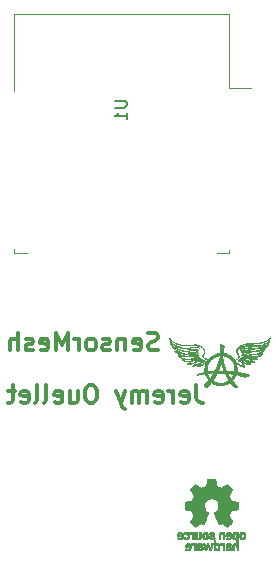
<source format=gbr>
G04 #@! TF.GenerationSoftware,KiCad,Pcbnew,5.0.2+dfsg1-1*
G04 #@! TF.CreationDate,2019-05-02T19:47:23-04:00*
G04 #@! TF.ProjectId,v1,76312e6b-6963-4616-945f-706362585858,rev?*
G04 #@! TF.SameCoordinates,Original*
G04 #@! TF.FileFunction,Legend,Bot*
G04 #@! TF.FilePolarity,Positive*
%FSLAX46Y46*%
G04 Gerber Fmt 4.6, Leading zero omitted, Abs format (unit mm)*
G04 Created by KiCad (PCBNEW 5.0.2+dfsg1-1) date Thu 02 May 2019 07:47:23 PM EDT*
%MOMM*%
%LPD*%
G01*
G04 APERTURE LIST*
%ADD10C,0.300000*%
%ADD11C,0.100000*%
%ADD12C,0.010000*%
%ADD13C,0.150000*%
G04 APERTURE END LIST*
D10*
X120672857Y-112843571D02*
X120672857Y-113915000D01*
X120744285Y-114129285D01*
X120887142Y-114272142D01*
X121101428Y-114343571D01*
X121244285Y-114343571D01*
X119387142Y-114272142D02*
X119530000Y-114343571D01*
X119815714Y-114343571D01*
X119958571Y-114272142D01*
X120030000Y-114129285D01*
X120030000Y-113557857D01*
X119958571Y-113415000D01*
X119815714Y-113343571D01*
X119530000Y-113343571D01*
X119387142Y-113415000D01*
X119315714Y-113557857D01*
X119315714Y-113700714D01*
X120030000Y-113843571D01*
X118672857Y-114343571D02*
X118672857Y-113343571D01*
X118672857Y-113629285D02*
X118601428Y-113486428D01*
X118530000Y-113415000D01*
X118387142Y-113343571D01*
X118244285Y-113343571D01*
X117172857Y-114272142D02*
X117315714Y-114343571D01*
X117601428Y-114343571D01*
X117744285Y-114272142D01*
X117815714Y-114129285D01*
X117815714Y-113557857D01*
X117744285Y-113415000D01*
X117601428Y-113343571D01*
X117315714Y-113343571D01*
X117172857Y-113415000D01*
X117101428Y-113557857D01*
X117101428Y-113700714D01*
X117815714Y-113843571D01*
X116458571Y-114343571D02*
X116458571Y-113343571D01*
X116458571Y-113486428D02*
X116387142Y-113415000D01*
X116244285Y-113343571D01*
X116030000Y-113343571D01*
X115887142Y-113415000D01*
X115815714Y-113557857D01*
X115815714Y-114343571D01*
X115815714Y-113557857D02*
X115744285Y-113415000D01*
X115601428Y-113343571D01*
X115387142Y-113343571D01*
X115244285Y-113415000D01*
X115172857Y-113557857D01*
X115172857Y-114343571D01*
X114601428Y-113343571D02*
X114244285Y-114343571D01*
X113887142Y-113343571D02*
X114244285Y-114343571D01*
X114387142Y-114700714D01*
X114458571Y-114772142D01*
X114601428Y-114843571D01*
X111887142Y-112843571D02*
X111601428Y-112843571D01*
X111458571Y-112915000D01*
X111315714Y-113057857D01*
X111244285Y-113343571D01*
X111244285Y-113843571D01*
X111315714Y-114129285D01*
X111458571Y-114272142D01*
X111601428Y-114343571D01*
X111887142Y-114343571D01*
X112030000Y-114272142D01*
X112172857Y-114129285D01*
X112244285Y-113843571D01*
X112244285Y-113343571D01*
X112172857Y-113057857D01*
X112030000Y-112915000D01*
X111887142Y-112843571D01*
X109958571Y-113343571D02*
X109958571Y-114343571D01*
X110601428Y-113343571D02*
X110601428Y-114129285D01*
X110530000Y-114272142D01*
X110387142Y-114343571D01*
X110172857Y-114343571D01*
X110030000Y-114272142D01*
X109958571Y-114200714D01*
X108672857Y-114272142D02*
X108815714Y-114343571D01*
X109101428Y-114343571D01*
X109244285Y-114272142D01*
X109315714Y-114129285D01*
X109315714Y-113557857D01*
X109244285Y-113415000D01*
X109101428Y-113343571D01*
X108815714Y-113343571D01*
X108672857Y-113415000D01*
X108601428Y-113557857D01*
X108601428Y-113700714D01*
X109315714Y-113843571D01*
X107744285Y-114343571D02*
X107887142Y-114272142D01*
X107958571Y-114129285D01*
X107958571Y-112843571D01*
X106958571Y-114343571D02*
X107101428Y-114272142D01*
X107172857Y-114129285D01*
X107172857Y-112843571D01*
X105815714Y-114272142D02*
X105958571Y-114343571D01*
X106244285Y-114343571D01*
X106387142Y-114272142D01*
X106458571Y-114129285D01*
X106458571Y-113557857D01*
X106387142Y-113415000D01*
X106244285Y-113343571D01*
X105958571Y-113343571D01*
X105815714Y-113415000D01*
X105744285Y-113557857D01*
X105744285Y-113700714D01*
X106458571Y-113843571D01*
X105315714Y-113343571D02*
X104744285Y-113343571D01*
X105101428Y-112843571D02*
X105101428Y-114129285D01*
X105030000Y-114272142D01*
X104887142Y-114343571D01*
X104744285Y-114343571D01*
X117410714Y-109827142D02*
X117196428Y-109898571D01*
X116839285Y-109898571D01*
X116696428Y-109827142D01*
X116625000Y-109755714D01*
X116553571Y-109612857D01*
X116553571Y-109470000D01*
X116625000Y-109327142D01*
X116696428Y-109255714D01*
X116839285Y-109184285D01*
X117125000Y-109112857D01*
X117267857Y-109041428D01*
X117339285Y-108970000D01*
X117410714Y-108827142D01*
X117410714Y-108684285D01*
X117339285Y-108541428D01*
X117267857Y-108470000D01*
X117125000Y-108398571D01*
X116767857Y-108398571D01*
X116553571Y-108470000D01*
X115339285Y-109827142D02*
X115482142Y-109898571D01*
X115767857Y-109898571D01*
X115910714Y-109827142D01*
X115982142Y-109684285D01*
X115982142Y-109112857D01*
X115910714Y-108970000D01*
X115767857Y-108898571D01*
X115482142Y-108898571D01*
X115339285Y-108970000D01*
X115267857Y-109112857D01*
X115267857Y-109255714D01*
X115982142Y-109398571D01*
X114625000Y-108898571D02*
X114625000Y-109898571D01*
X114625000Y-109041428D02*
X114553571Y-108970000D01*
X114410714Y-108898571D01*
X114196428Y-108898571D01*
X114053571Y-108970000D01*
X113982142Y-109112857D01*
X113982142Y-109898571D01*
X113339285Y-109827142D02*
X113196428Y-109898571D01*
X112910714Y-109898571D01*
X112767857Y-109827142D01*
X112696428Y-109684285D01*
X112696428Y-109612857D01*
X112767857Y-109470000D01*
X112910714Y-109398571D01*
X113125000Y-109398571D01*
X113267857Y-109327142D01*
X113339285Y-109184285D01*
X113339285Y-109112857D01*
X113267857Y-108970000D01*
X113125000Y-108898571D01*
X112910714Y-108898571D01*
X112767857Y-108970000D01*
X111839285Y-109898571D02*
X111982142Y-109827142D01*
X112053571Y-109755714D01*
X112125000Y-109612857D01*
X112125000Y-109184285D01*
X112053571Y-109041428D01*
X111982142Y-108970000D01*
X111839285Y-108898571D01*
X111625000Y-108898571D01*
X111482142Y-108970000D01*
X111410714Y-109041428D01*
X111339285Y-109184285D01*
X111339285Y-109612857D01*
X111410714Y-109755714D01*
X111482142Y-109827142D01*
X111625000Y-109898571D01*
X111839285Y-109898571D01*
X110696428Y-109898571D02*
X110696428Y-108898571D01*
X110696428Y-109184285D02*
X110625000Y-109041428D01*
X110553571Y-108970000D01*
X110410714Y-108898571D01*
X110267857Y-108898571D01*
X109767857Y-109898571D02*
X109767857Y-108398571D01*
X109267857Y-109470000D01*
X108767857Y-108398571D01*
X108767857Y-109898571D01*
X107482142Y-109827142D02*
X107625000Y-109898571D01*
X107910714Y-109898571D01*
X108053571Y-109827142D01*
X108125000Y-109684285D01*
X108125000Y-109112857D01*
X108053571Y-108970000D01*
X107910714Y-108898571D01*
X107625000Y-108898571D01*
X107482142Y-108970000D01*
X107410714Y-109112857D01*
X107410714Y-109255714D01*
X108125000Y-109398571D01*
X106839285Y-109827142D02*
X106696428Y-109898571D01*
X106410714Y-109898571D01*
X106267857Y-109827142D01*
X106196428Y-109684285D01*
X106196428Y-109612857D01*
X106267857Y-109470000D01*
X106410714Y-109398571D01*
X106625000Y-109398571D01*
X106767857Y-109327142D01*
X106839285Y-109184285D01*
X106839285Y-109112857D01*
X106767857Y-108970000D01*
X106625000Y-108898571D01*
X106410714Y-108898571D01*
X106267857Y-108970000D01*
X105553571Y-109898571D02*
X105553571Y-108398571D01*
X104910714Y-109898571D02*
X104910714Y-109112857D01*
X104982142Y-108970000D01*
X105125000Y-108898571D01*
X105339285Y-108898571D01*
X105482142Y-108970000D01*
X105553571Y-109041428D01*
D11*
G04 #@! TO.C,U1*
X123420000Y-87715000D02*
X125300000Y-87715000D01*
X123420000Y-81395000D02*
X123420000Y-87715000D01*
X105180000Y-81395000D02*
X105180000Y-87915000D01*
X123420000Y-81395000D02*
X105180000Y-81395000D01*
X106300000Y-101635000D02*
X105180000Y-101635000D01*
X105180000Y-101315000D02*
X105180000Y-101615000D01*
X123420000Y-101635000D02*
X122400000Y-101635000D01*
X123420000Y-101415000D02*
X123420000Y-101635000D01*
D12*
G04 #@! TO.C,G\002A\002A\002A*
G36*
X122642841Y-109343192D02*
X122627480Y-109391174D01*
X122636751Y-109463644D01*
X122638396Y-109469569D01*
X122647093Y-109516889D01*
X122656417Y-109595740D01*
X122665278Y-109695354D01*
X122672589Y-109804963D01*
X122672908Y-109810766D01*
X122678650Y-109922656D01*
X122681066Y-109999690D01*
X122679432Y-110049266D01*
X122673022Y-110078782D01*
X122661113Y-110095636D01*
X122643919Y-110106724D01*
X122588149Y-110125020D01*
X122542799Y-110130167D01*
X122424163Y-110145697D01*
X122286081Y-110189853D01*
X122136498Y-110258984D01*
X121983359Y-110349438D01*
X121840362Y-110452959D01*
X121784900Y-110495199D01*
X121742294Y-110523989D01*
X121724597Y-110532334D01*
X121708986Y-110548777D01*
X121708333Y-110555171D01*
X121695474Y-110581439D01*
X121661543Y-110629622D01*
X121613513Y-110689921D01*
X121606675Y-110698046D01*
X121507014Y-110832115D01*
X121433114Y-110972001D01*
X121382152Y-111126217D01*
X121351307Y-111303273D01*
X121337825Y-111509202D01*
X121334254Y-111599256D01*
X121329099Y-111673638D01*
X121323190Y-111721973D01*
X121319806Y-111733888D01*
X121293817Y-111748184D01*
X121238573Y-111765209D01*
X121174391Y-111779573D01*
X121030331Y-111809429D01*
X120907483Y-111839717D01*
X120810709Y-111868923D01*
X120744875Y-111895534D01*
X120714844Y-111918039D01*
X120713500Y-111922929D01*
X120717176Y-111936230D01*
X120731830Y-111943546D01*
X120762902Y-111944337D01*
X120815833Y-111938061D01*
X120896062Y-111924179D01*
X121009028Y-111902149D01*
X121092580Y-111885244D01*
X121202864Y-111863297D01*
X121278776Y-111850690D01*
X121327345Y-111847926D01*
X121355598Y-111855512D01*
X121370567Y-111873953D01*
X121379278Y-111903754D01*
X121379749Y-111905884D01*
X121405725Y-111974550D01*
X121457405Y-112067903D01*
X121531230Y-112180039D01*
X121608511Y-112285422D01*
X121694702Y-112398094D01*
X121497944Y-112588768D01*
X121417445Y-112667393D01*
X121362990Y-112723475D01*
X121329975Y-112763677D01*
X121313799Y-112794660D01*
X121309858Y-112823086D01*
X121313548Y-112855617D01*
X121313550Y-112855630D01*
X121336468Y-112931596D01*
X121380659Y-112976936D01*
X121455091Y-113000139D01*
X121468298Y-113002085D01*
X121551586Y-113013257D01*
X121719918Y-112799892D01*
X121784220Y-112719732D01*
X121839582Y-112653232D01*
X121880613Y-112606690D01*
X121901920Y-112586403D01*
X121903064Y-112586014D01*
X121927614Y-112596661D01*
X121974535Y-112624515D01*
X122010502Y-112648011D01*
X122133132Y-112716537D01*
X122278596Y-112776038D01*
X122427437Y-112819443D01*
X122531558Y-112837390D01*
X122677701Y-112844153D01*
X122830327Y-112836553D01*
X122975658Y-112816183D01*
X123099920Y-112784636D01*
X123147667Y-112766158D01*
X123225966Y-112731139D01*
X123301261Y-112697864D01*
X123338167Y-112681785D01*
X123398401Y-112653139D01*
X123447152Y-112625573D01*
X123451029Y-112622967D01*
X123483121Y-112608653D01*
X123509835Y-112624942D01*
X123525112Y-112644260D01*
X123611042Y-112758777D01*
X123680636Y-112842877D01*
X123740556Y-112901686D01*
X123797461Y-112940329D01*
X123858013Y-112963933D01*
X123928871Y-112977622D01*
X123963534Y-112981672D01*
X124054450Y-112988198D01*
X124105724Y-112982664D01*
X124119111Y-112961867D01*
X124096367Y-112922608D01*
X124039246Y-112861686D01*
X124032789Y-112855335D01*
X123964312Y-112784371D01*
X123885050Y-112696447D01*
X123809934Y-112608229D01*
X123795469Y-112590462D01*
X123671533Y-112436675D01*
X123698731Y-112397428D01*
X123359333Y-112397428D01*
X123339963Y-112436405D01*
X123286836Y-112481002D01*
X123207426Y-112527246D01*
X123109208Y-112571164D01*
X122999658Y-112608782D01*
X122925417Y-112628086D01*
X122848135Y-112637417D01*
X122743451Y-112639466D01*
X122625511Y-112635043D01*
X122508466Y-112624960D01*
X122406463Y-112610029D01*
X122343920Y-112594721D01*
X122226586Y-112550125D01*
X122127966Y-112501163D01*
X122062258Y-112455814D01*
X122047308Y-112439711D01*
X122042502Y-112420825D01*
X122050644Y-112392485D01*
X122074536Y-112348017D01*
X122116982Y-112280752D01*
X122168984Y-112201814D01*
X122230753Y-112106307D01*
X122288470Y-112012932D01*
X122335301Y-111932988D01*
X122362567Y-111881709D01*
X122403178Y-111796720D01*
X122088867Y-111796720D01*
X122088863Y-111798273D01*
X122076060Y-111839767D01*
X122047000Y-111887000D01*
X122017847Y-111929430D01*
X122005150Y-111958099D01*
X122005137Y-111958396D01*
X121993370Y-111983225D01*
X121962557Y-112032657D01*
X121918714Y-112097178D01*
X121905994Y-112115152D01*
X121807321Y-112253429D01*
X121726699Y-112160173D01*
X121671623Y-112088764D01*
X121621524Y-112011205D01*
X121601989Y-111974780D01*
X121576165Y-111916835D01*
X121564751Y-111873234D01*
X121572110Y-111841354D01*
X121602603Y-111818574D01*
X121660591Y-111802272D01*
X121750436Y-111789825D01*
X121876498Y-111778612D01*
X121935875Y-111774048D01*
X122015626Y-111769157D01*
X122061950Y-111770393D01*
X122083484Y-111779125D01*
X122088867Y-111796720D01*
X122403178Y-111796720D01*
X122410610Y-111781167D01*
X122583347Y-111781317D01*
X122689516Y-111783212D01*
X122802050Y-111788036D01*
X122896650Y-111794746D01*
X122896940Y-111794773D01*
X123037796Y-111808078D01*
X123137531Y-112000997D01*
X123187395Y-112094705D01*
X123237968Y-112185167D01*
X123281432Y-112258577D01*
X123298299Y-112284936D01*
X123333155Y-112340788D01*
X123355250Y-112383635D01*
X123359333Y-112397428D01*
X123698731Y-112397428D01*
X123730021Y-112352277D01*
X123777356Y-112287972D01*
X123825350Y-112228731D01*
X123838937Y-112213465D01*
X123878059Y-112162380D01*
X123921541Y-112092853D01*
X123942710Y-112053782D01*
X123978041Y-111993039D01*
X124011931Y-111949247D01*
X124029234Y-111935779D01*
X124072780Y-111935286D01*
X124152132Y-111952455D01*
X124264926Y-111986640D01*
X124408795Y-112037198D01*
X124428250Y-112044414D01*
X124538160Y-112084534D01*
X124617859Y-112110687D01*
X124676383Y-112124767D01*
X124722770Y-112128669D01*
X124766058Y-112124289D01*
X124788083Y-112119868D01*
X124864892Y-112099974D01*
X124944881Y-112074526D01*
X125017863Y-112047406D01*
X125073653Y-112022498D01*
X125102063Y-112003682D01*
X125103708Y-111999586D01*
X125082330Y-111973323D01*
X125029114Y-111940916D01*
X124982912Y-111919808D01*
X123777378Y-111919808D01*
X123766259Y-111967533D01*
X123763585Y-111975932D01*
X123738977Y-112027086D01*
X123698910Y-112087391D01*
X123650658Y-112148496D01*
X123601494Y-112202049D01*
X123558694Y-112239700D01*
X123529531Y-112253098D01*
X123524162Y-112250796D01*
X123506677Y-112224130D01*
X123475892Y-112168656D01*
X123436872Y-112093707D01*
X123411553Y-112043152D01*
X123369711Y-111957438D01*
X123345060Y-111902002D01*
X123335821Y-111869277D01*
X123340219Y-111851691D01*
X123356477Y-111841678D01*
X123363623Y-111838937D01*
X123399951Y-111835941D01*
X123464113Y-111839444D01*
X123543970Y-111847808D01*
X123627383Y-111859391D01*
X123702213Y-111872554D01*
X123756322Y-111885656D01*
X123776247Y-111894691D01*
X123777378Y-111919808D01*
X124982912Y-111919808D01*
X124953338Y-111906297D01*
X124864280Y-111873399D01*
X124771220Y-111846155D01*
X124710335Y-111832856D01*
X124614034Y-111815040D01*
X124520565Y-111797222D01*
X124447832Y-111782824D01*
X124438833Y-111780966D01*
X124362435Y-111767396D01*
X124269632Y-111754095D01*
X124213789Y-111747519D01*
X124083995Y-111733931D01*
X124094493Y-111569492D01*
X124092600Y-111486743D01*
X123879314Y-111486743D01*
X123875468Y-111542300D01*
X123861127Y-111700551D01*
X123803130Y-111688951D01*
X123760420Y-111682661D01*
X123685676Y-111673860D01*
X123589041Y-111663666D01*
X123480659Y-111653198D01*
X123469015Y-111652129D01*
X123259608Y-111633000D01*
X122976131Y-111633000D01*
X122842603Y-111633000D01*
X122750915Y-111630652D01*
X122658436Y-111624620D01*
X122609214Y-111619313D01*
X122559980Y-111612290D01*
X122531342Y-111602277D01*
X122521938Y-111581189D01*
X122530404Y-111540938D01*
X122555377Y-111473441D01*
X122575826Y-111421334D01*
X122605611Y-111341376D01*
X122640541Y-111242000D01*
X122673236Y-111144222D01*
X122674317Y-111140875D01*
X122700689Y-111065073D01*
X122724253Y-111007825D01*
X122740952Y-110978674D01*
X122744058Y-110976834D01*
X122758445Y-110995426D01*
X122778779Y-111043712D01*
X122796762Y-111098542D01*
X122824349Y-111187130D01*
X122858168Y-111289001D01*
X122882240Y-111357834D01*
X122911393Y-111439807D01*
X122937871Y-111516095D01*
X122953979Y-111564209D01*
X122976131Y-111633000D01*
X123259608Y-111633000D01*
X123192896Y-111626906D01*
X123087898Y-111360078D01*
X122998418Y-111109657D01*
X122951369Y-110945084D01*
X122766667Y-110945084D01*
X122756083Y-110955667D01*
X122745500Y-110945084D01*
X122756083Y-110934500D01*
X122766667Y-110945084D01*
X122951369Y-110945084D01*
X122928675Y-110865707D01*
X122883630Y-110648750D01*
X122867747Y-110535493D01*
X122858696Y-110438042D01*
X122857386Y-110385775D01*
X122655964Y-110385775D01*
X122635918Y-110469145D01*
X122633451Y-110477053D01*
X122613998Y-110538890D01*
X122585605Y-110629425D01*
X122551942Y-110736943D01*
X122516680Y-110849730D01*
X122513341Y-110860417D01*
X122473657Y-110982409D01*
X122431161Y-111104472D01*
X122388652Y-111219425D01*
X122348925Y-111320089D01*
X122314777Y-111399282D01*
X122289004Y-111449824D01*
X122278400Y-111463667D01*
X122260292Y-111488081D01*
X122233956Y-111534126D01*
X122229818Y-111542093D01*
X122213960Y-111570642D01*
X122195610Y-111591816D01*
X122168043Y-111607588D01*
X122124535Y-111619934D01*
X122058363Y-111630830D01*
X121962802Y-111642250D01*
X121847133Y-111654502D01*
X121757233Y-111664790D01*
X121684151Y-111674887D01*
X121637445Y-111683373D01*
X121625754Y-111687357D01*
X121598356Y-111693660D01*
X121571621Y-111692101D01*
X121537882Y-111673619D01*
X121530927Y-111633000D01*
X121539182Y-111477996D01*
X121548074Y-111357868D01*
X121558688Y-111265162D01*
X121572111Y-111192423D01*
X121589430Y-111132195D01*
X121611731Y-111077025D01*
X121612045Y-111076338D01*
X121640495Y-111012207D01*
X121660045Y-110964441D01*
X121666000Y-110945605D01*
X121680554Y-110907693D01*
X121719543Y-110849709D01*
X121775962Y-110779923D01*
X121842801Y-110706608D01*
X121913055Y-110638035D01*
X121962215Y-110595928D01*
X122126892Y-110478072D01*
X122285724Y-110393516D01*
X122450161Y-110336918D01*
X122571681Y-110311569D01*
X122625391Y-110311128D01*
X122652971Y-110334483D01*
X122655964Y-110385775D01*
X122857386Y-110385775D01*
X122856837Y-110363894D01*
X122862533Y-110320544D01*
X122867461Y-110313198D01*
X122897583Y-110313118D01*
X122956661Y-110325777D01*
X123034495Y-110347825D01*
X123120885Y-110375909D01*
X123205631Y-110406679D01*
X123278534Y-110436782D01*
X123329393Y-110462868D01*
X123335637Y-110467032D01*
X123381666Y-110496436D01*
X123413548Y-110510866D01*
X123416129Y-110511167D01*
X123442956Y-110526475D01*
X123488487Y-110566997D01*
X123545312Y-110624629D01*
X123606019Y-110691265D01*
X123663197Y-110758801D01*
X123709436Y-110819133D01*
X123735492Y-110860417D01*
X123823087Y-111069251D01*
X123870584Y-111275865D01*
X123879314Y-111486743D01*
X124092600Y-111486743D01*
X124089934Y-111370249D01*
X124053804Y-111155981D01*
X123988491Y-110936938D01*
X123898266Y-110727110D01*
X123841450Y-110640141D01*
X123757249Y-110544008D01*
X123655999Y-110448767D01*
X123548036Y-110364474D01*
X123481590Y-110321729D01*
X123372866Y-110266357D01*
X123234562Y-110208107D01*
X123078756Y-110151648D01*
X122917524Y-110101648D01*
X122898958Y-110096462D01*
X122878623Y-110072297D01*
X122872500Y-110037911D01*
X122876822Y-109997470D01*
X122888295Y-109927175D01*
X122904679Y-109838451D01*
X122923736Y-109742723D01*
X122943228Y-109651416D01*
X122960914Y-109575956D01*
X122968963Y-109545686D01*
X122969795Y-109518132D01*
X122951300Y-109489441D01*
X122907168Y-109452559D01*
X122850633Y-109413395D01*
X122781511Y-109370546D01*
X122721720Y-109339341D01*
X122683224Y-109325954D01*
X122681015Y-109325834D01*
X122642841Y-109343192D01*
X122642841Y-109343192D01*
G37*
X122642841Y-109343192D02*
X122627480Y-109391174D01*
X122636751Y-109463644D01*
X122638396Y-109469569D01*
X122647093Y-109516889D01*
X122656417Y-109595740D01*
X122665278Y-109695354D01*
X122672589Y-109804963D01*
X122672908Y-109810766D01*
X122678650Y-109922656D01*
X122681066Y-109999690D01*
X122679432Y-110049266D01*
X122673022Y-110078782D01*
X122661113Y-110095636D01*
X122643919Y-110106724D01*
X122588149Y-110125020D01*
X122542799Y-110130167D01*
X122424163Y-110145697D01*
X122286081Y-110189853D01*
X122136498Y-110258984D01*
X121983359Y-110349438D01*
X121840362Y-110452959D01*
X121784900Y-110495199D01*
X121742294Y-110523989D01*
X121724597Y-110532334D01*
X121708986Y-110548777D01*
X121708333Y-110555171D01*
X121695474Y-110581439D01*
X121661543Y-110629622D01*
X121613513Y-110689921D01*
X121606675Y-110698046D01*
X121507014Y-110832115D01*
X121433114Y-110972001D01*
X121382152Y-111126217D01*
X121351307Y-111303273D01*
X121337825Y-111509202D01*
X121334254Y-111599256D01*
X121329099Y-111673638D01*
X121323190Y-111721973D01*
X121319806Y-111733888D01*
X121293817Y-111748184D01*
X121238573Y-111765209D01*
X121174391Y-111779573D01*
X121030331Y-111809429D01*
X120907483Y-111839717D01*
X120810709Y-111868923D01*
X120744875Y-111895534D01*
X120714844Y-111918039D01*
X120713500Y-111922929D01*
X120717176Y-111936230D01*
X120731830Y-111943546D01*
X120762902Y-111944337D01*
X120815833Y-111938061D01*
X120896062Y-111924179D01*
X121009028Y-111902149D01*
X121092580Y-111885244D01*
X121202864Y-111863297D01*
X121278776Y-111850690D01*
X121327345Y-111847926D01*
X121355598Y-111855512D01*
X121370567Y-111873953D01*
X121379278Y-111903754D01*
X121379749Y-111905884D01*
X121405725Y-111974550D01*
X121457405Y-112067903D01*
X121531230Y-112180039D01*
X121608511Y-112285422D01*
X121694702Y-112398094D01*
X121497944Y-112588768D01*
X121417445Y-112667393D01*
X121362990Y-112723475D01*
X121329975Y-112763677D01*
X121313799Y-112794660D01*
X121309858Y-112823086D01*
X121313548Y-112855617D01*
X121313550Y-112855630D01*
X121336468Y-112931596D01*
X121380659Y-112976936D01*
X121455091Y-113000139D01*
X121468298Y-113002085D01*
X121551586Y-113013257D01*
X121719918Y-112799892D01*
X121784220Y-112719732D01*
X121839582Y-112653232D01*
X121880613Y-112606690D01*
X121901920Y-112586403D01*
X121903064Y-112586014D01*
X121927614Y-112596661D01*
X121974535Y-112624515D01*
X122010502Y-112648011D01*
X122133132Y-112716537D01*
X122278596Y-112776038D01*
X122427437Y-112819443D01*
X122531558Y-112837390D01*
X122677701Y-112844153D01*
X122830327Y-112836553D01*
X122975658Y-112816183D01*
X123099920Y-112784636D01*
X123147667Y-112766158D01*
X123225966Y-112731139D01*
X123301261Y-112697864D01*
X123338167Y-112681785D01*
X123398401Y-112653139D01*
X123447152Y-112625573D01*
X123451029Y-112622967D01*
X123483121Y-112608653D01*
X123509835Y-112624942D01*
X123525112Y-112644260D01*
X123611042Y-112758777D01*
X123680636Y-112842877D01*
X123740556Y-112901686D01*
X123797461Y-112940329D01*
X123858013Y-112963933D01*
X123928871Y-112977622D01*
X123963534Y-112981672D01*
X124054450Y-112988198D01*
X124105724Y-112982664D01*
X124119111Y-112961867D01*
X124096367Y-112922608D01*
X124039246Y-112861686D01*
X124032789Y-112855335D01*
X123964312Y-112784371D01*
X123885050Y-112696447D01*
X123809934Y-112608229D01*
X123795469Y-112590462D01*
X123671533Y-112436675D01*
X123698731Y-112397428D01*
X123359333Y-112397428D01*
X123339963Y-112436405D01*
X123286836Y-112481002D01*
X123207426Y-112527246D01*
X123109208Y-112571164D01*
X122999658Y-112608782D01*
X122925417Y-112628086D01*
X122848135Y-112637417D01*
X122743451Y-112639466D01*
X122625511Y-112635043D01*
X122508466Y-112624960D01*
X122406463Y-112610029D01*
X122343920Y-112594721D01*
X122226586Y-112550125D01*
X122127966Y-112501163D01*
X122062258Y-112455814D01*
X122047308Y-112439711D01*
X122042502Y-112420825D01*
X122050644Y-112392485D01*
X122074536Y-112348017D01*
X122116982Y-112280752D01*
X122168984Y-112201814D01*
X122230753Y-112106307D01*
X122288470Y-112012932D01*
X122335301Y-111932988D01*
X122362567Y-111881709D01*
X122403178Y-111796720D01*
X122088867Y-111796720D01*
X122088863Y-111798273D01*
X122076060Y-111839767D01*
X122047000Y-111887000D01*
X122017847Y-111929430D01*
X122005150Y-111958099D01*
X122005137Y-111958396D01*
X121993370Y-111983225D01*
X121962557Y-112032657D01*
X121918714Y-112097178D01*
X121905994Y-112115152D01*
X121807321Y-112253429D01*
X121726699Y-112160173D01*
X121671623Y-112088764D01*
X121621524Y-112011205D01*
X121601989Y-111974780D01*
X121576165Y-111916835D01*
X121564751Y-111873234D01*
X121572110Y-111841354D01*
X121602603Y-111818574D01*
X121660591Y-111802272D01*
X121750436Y-111789825D01*
X121876498Y-111778612D01*
X121935875Y-111774048D01*
X122015626Y-111769157D01*
X122061950Y-111770393D01*
X122083484Y-111779125D01*
X122088867Y-111796720D01*
X122403178Y-111796720D01*
X122410610Y-111781167D01*
X122583347Y-111781317D01*
X122689516Y-111783212D01*
X122802050Y-111788036D01*
X122896650Y-111794746D01*
X122896940Y-111794773D01*
X123037796Y-111808078D01*
X123137531Y-112000997D01*
X123187395Y-112094705D01*
X123237968Y-112185167D01*
X123281432Y-112258577D01*
X123298299Y-112284936D01*
X123333155Y-112340788D01*
X123355250Y-112383635D01*
X123359333Y-112397428D01*
X123698731Y-112397428D01*
X123730021Y-112352277D01*
X123777356Y-112287972D01*
X123825350Y-112228731D01*
X123838937Y-112213465D01*
X123878059Y-112162380D01*
X123921541Y-112092853D01*
X123942710Y-112053782D01*
X123978041Y-111993039D01*
X124011931Y-111949247D01*
X124029234Y-111935779D01*
X124072780Y-111935286D01*
X124152132Y-111952455D01*
X124264926Y-111986640D01*
X124408795Y-112037198D01*
X124428250Y-112044414D01*
X124538160Y-112084534D01*
X124617859Y-112110687D01*
X124676383Y-112124767D01*
X124722770Y-112128669D01*
X124766058Y-112124289D01*
X124788083Y-112119868D01*
X124864892Y-112099974D01*
X124944881Y-112074526D01*
X125017863Y-112047406D01*
X125073653Y-112022498D01*
X125102063Y-112003682D01*
X125103708Y-111999586D01*
X125082330Y-111973323D01*
X125029114Y-111940916D01*
X124982912Y-111919808D01*
X123777378Y-111919808D01*
X123766259Y-111967533D01*
X123763585Y-111975932D01*
X123738977Y-112027086D01*
X123698910Y-112087391D01*
X123650658Y-112148496D01*
X123601494Y-112202049D01*
X123558694Y-112239700D01*
X123529531Y-112253098D01*
X123524162Y-112250796D01*
X123506677Y-112224130D01*
X123475892Y-112168656D01*
X123436872Y-112093707D01*
X123411553Y-112043152D01*
X123369711Y-111957438D01*
X123345060Y-111902002D01*
X123335821Y-111869277D01*
X123340219Y-111851691D01*
X123356477Y-111841678D01*
X123363623Y-111838937D01*
X123399951Y-111835941D01*
X123464113Y-111839444D01*
X123543970Y-111847808D01*
X123627383Y-111859391D01*
X123702213Y-111872554D01*
X123756322Y-111885656D01*
X123776247Y-111894691D01*
X123777378Y-111919808D01*
X124982912Y-111919808D01*
X124953338Y-111906297D01*
X124864280Y-111873399D01*
X124771220Y-111846155D01*
X124710335Y-111832856D01*
X124614034Y-111815040D01*
X124520565Y-111797222D01*
X124447832Y-111782824D01*
X124438833Y-111780966D01*
X124362435Y-111767396D01*
X124269632Y-111754095D01*
X124213789Y-111747519D01*
X124083995Y-111733931D01*
X124094493Y-111569492D01*
X124092600Y-111486743D01*
X123879314Y-111486743D01*
X123875468Y-111542300D01*
X123861127Y-111700551D01*
X123803130Y-111688951D01*
X123760420Y-111682661D01*
X123685676Y-111673860D01*
X123589041Y-111663666D01*
X123480659Y-111653198D01*
X123469015Y-111652129D01*
X123259608Y-111633000D01*
X122976131Y-111633000D01*
X122842603Y-111633000D01*
X122750915Y-111630652D01*
X122658436Y-111624620D01*
X122609214Y-111619313D01*
X122559980Y-111612290D01*
X122531342Y-111602277D01*
X122521938Y-111581189D01*
X122530404Y-111540938D01*
X122555377Y-111473441D01*
X122575826Y-111421334D01*
X122605611Y-111341376D01*
X122640541Y-111242000D01*
X122673236Y-111144222D01*
X122674317Y-111140875D01*
X122700689Y-111065073D01*
X122724253Y-111007825D01*
X122740952Y-110978674D01*
X122744058Y-110976834D01*
X122758445Y-110995426D01*
X122778779Y-111043712D01*
X122796762Y-111098542D01*
X122824349Y-111187130D01*
X122858168Y-111289001D01*
X122882240Y-111357834D01*
X122911393Y-111439807D01*
X122937871Y-111516095D01*
X122953979Y-111564209D01*
X122976131Y-111633000D01*
X123259608Y-111633000D01*
X123192896Y-111626906D01*
X123087898Y-111360078D01*
X122998418Y-111109657D01*
X122951369Y-110945084D01*
X122766667Y-110945084D01*
X122756083Y-110955667D01*
X122745500Y-110945084D01*
X122756083Y-110934500D01*
X122766667Y-110945084D01*
X122951369Y-110945084D01*
X122928675Y-110865707D01*
X122883630Y-110648750D01*
X122867747Y-110535493D01*
X122858696Y-110438042D01*
X122857386Y-110385775D01*
X122655964Y-110385775D01*
X122635918Y-110469145D01*
X122633451Y-110477053D01*
X122613998Y-110538890D01*
X122585605Y-110629425D01*
X122551942Y-110736943D01*
X122516680Y-110849730D01*
X122513341Y-110860417D01*
X122473657Y-110982409D01*
X122431161Y-111104472D01*
X122388652Y-111219425D01*
X122348925Y-111320089D01*
X122314777Y-111399282D01*
X122289004Y-111449824D01*
X122278400Y-111463667D01*
X122260292Y-111488081D01*
X122233956Y-111534126D01*
X122229818Y-111542093D01*
X122213960Y-111570642D01*
X122195610Y-111591816D01*
X122168043Y-111607588D01*
X122124535Y-111619934D01*
X122058363Y-111630830D01*
X121962802Y-111642250D01*
X121847133Y-111654502D01*
X121757233Y-111664790D01*
X121684151Y-111674887D01*
X121637445Y-111683373D01*
X121625754Y-111687357D01*
X121598356Y-111693660D01*
X121571621Y-111692101D01*
X121537882Y-111673619D01*
X121530927Y-111633000D01*
X121539182Y-111477996D01*
X121548074Y-111357868D01*
X121558688Y-111265162D01*
X121572111Y-111192423D01*
X121589430Y-111132195D01*
X121611731Y-111077025D01*
X121612045Y-111076338D01*
X121640495Y-111012207D01*
X121660045Y-110964441D01*
X121666000Y-110945605D01*
X121680554Y-110907693D01*
X121719543Y-110849709D01*
X121775962Y-110779923D01*
X121842801Y-110706608D01*
X121913055Y-110638035D01*
X121962215Y-110595928D01*
X122126892Y-110478072D01*
X122285724Y-110393516D01*
X122450161Y-110336918D01*
X122571681Y-110311569D01*
X122625391Y-110311128D01*
X122652971Y-110334483D01*
X122655964Y-110385775D01*
X122857386Y-110385775D01*
X122856837Y-110363894D01*
X122862533Y-110320544D01*
X122867461Y-110313198D01*
X122897583Y-110313118D01*
X122956661Y-110325777D01*
X123034495Y-110347825D01*
X123120885Y-110375909D01*
X123205631Y-110406679D01*
X123278534Y-110436782D01*
X123329393Y-110462868D01*
X123335637Y-110467032D01*
X123381666Y-110496436D01*
X123413548Y-110510866D01*
X123416129Y-110511167D01*
X123442956Y-110526475D01*
X123488487Y-110566997D01*
X123545312Y-110624629D01*
X123606019Y-110691265D01*
X123663197Y-110758801D01*
X123709436Y-110819133D01*
X123735492Y-110860417D01*
X123823087Y-111069251D01*
X123870584Y-111275865D01*
X123879314Y-111486743D01*
X124092600Y-111486743D01*
X124089934Y-111370249D01*
X124053804Y-111155981D01*
X123988491Y-110936938D01*
X123898266Y-110727110D01*
X123841450Y-110640141D01*
X123757249Y-110544008D01*
X123655999Y-110448767D01*
X123548036Y-110364474D01*
X123481590Y-110321729D01*
X123372866Y-110266357D01*
X123234562Y-110208107D01*
X123078756Y-110151648D01*
X122917524Y-110101648D01*
X122898958Y-110096462D01*
X122878623Y-110072297D01*
X122872500Y-110037911D01*
X122876822Y-109997470D01*
X122888295Y-109927175D01*
X122904679Y-109838451D01*
X122923736Y-109742723D01*
X122943228Y-109651416D01*
X122960914Y-109575956D01*
X122968963Y-109545686D01*
X122969795Y-109518132D01*
X122951300Y-109489441D01*
X122907168Y-109452559D01*
X122850633Y-109413395D01*
X122781511Y-109370546D01*
X122721720Y-109339341D01*
X122683224Y-109325954D01*
X122681015Y-109325834D01*
X122642841Y-109343192D01*
G36*
X126843661Y-108822647D02*
X126782237Y-108881872D01*
X126768880Y-108895723D01*
X126691087Y-108972024D01*
X126616165Y-109031943D01*
X126535485Y-109079610D01*
X126440421Y-109119158D01*
X126322344Y-109154719D01*
X126172627Y-109190423D01*
X126137519Y-109198076D01*
X126062169Y-109215455D01*
X126011798Y-109229364D01*
X125992838Y-109237884D01*
X125998491Y-109239590D01*
X126084726Y-109233778D01*
X126191113Y-109213474D01*
X126308795Y-109181867D01*
X126428916Y-109142147D01*
X126542617Y-109097501D01*
X126641042Y-109051119D01*
X126715333Y-109006189D01*
X126756053Y-108966858D01*
X126783261Y-108945843D01*
X126789939Y-108944834D01*
X126792571Y-108961603D01*
X126778026Y-109004840D01*
X126758798Y-109046297D01*
X126686731Y-109146300D01*
X126578578Y-109238267D01*
X126440415Y-109317976D01*
X126278317Y-109381207D01*
X126275357Y-109382125D01*
X126186765Y-109407973D01*
X126106135Y-109428853D01*
X126047592Y-109441180D01*
X126036917Y-109442628D01*
X125987822Y-109447597D01*
X125909996Y-109455433D01*
X125816832Y-109464790D01*
X125772333Y-109469251D01*
X125672722Y-109476176D01*
X125546402Y-109480490D01*
X125408935Y-109481874D01*
X125275884Y-109480010D01*
X125264333Y-109479661D01*
X125085751Y-109478924D01*
X124901403Y-109486907D01*
X124723370Y-109502559D01*
X124563731Y-109524830D01*
X124438833Y-109551503D01*
X124409634Y-109554801D01*
X124411175Y-109542505D01*
X124436962Y-109519163D01*
X124480502Y-109489324D01*
X124535301Y-109457537D01*
X124594865Y-109428350D01*
X124640370Y-109410344D01*
X124709320Y-109388610D01*
X124778101Y-109372154D01*
X124855341Y-109359879D01*
X124949666Y-109350685D01*
X125069703Y-109343474D01*
X125211417Y-109337603D01*
X125304522Y-109332709D01*
X125406931Y-109324838D01*
X125513248Y-109314741D01*
X125618078Y-109303164D01*
X125716027Y-109290858D01*
X125801698Y-109278572D01*
X125869697Y-109267054D01*
X125914628Y-109257054D01*
X125931098Y-109249320D01*
X125913709Y-109244601D01*
X125888750Y-109243576D01*
X125837550Y-109246888D01*
X125760075Y-109256497D01*
X125671574Y-109270461D01*
X125655917Y-109273239D01*
X125562245Y-109285698D01*
X125438724Y-109295597D01*
X125297802Y-109302152D01*
X125158500Y-109304568D01*
X125024888Y-109305683D01*
X124923486Y-109309041D01*
X124844185Y-109315689D01*
X124776878Y-109326675D01*
X124711459Y-109343047D01*
X124671667Y-109355024D01*
X124476918Y-109428372D01*
X124313359Y-109515761D01*
X124183224Y-109615159D01*
X124088750Y-109724529D01*
X124032172Y-109841838D01*
X124015500Y-109952111D01*
X124019139Y-110013364D01*
X124032921Y-110071262D01*
X124061146Y-110138244D01*
X124108111Y-110226750D01*
X124114106Y-110237443D01*
X124159603Y-110319381D01*
X124186963Y-110374762D01*
X124198907Y-110413869D01*
X124198157Y-110446983D01*
X124187434Y-110484386D01*
X124182897Y-110497361D01*
X124151806Y-110560468D01*
X124106203Y-110597090D01*
X124079000Y-110608441D01*
X124032659Y-110625782D01*
X124023952Y-110633555D01*
X124050547Y-110636155D01*
X124064087Y-110636557D01*
X124118041Y-110622950D01*
X124173503Y-110587462D01*
X124215332Y-110542016D01*
X124228786Y-110506837D01*
X124234178Y-110461758D01*
X124237247Y-110444074D01*
X124232642Y-110405659D01*
X124213386Y-110345943D01*
X124196467Y-110305944D01*
X124144747Y-110174953D01*
X124113374Y-110052663D01*
X124104622Y-109949245D01*
X124108489Y-109912526D01*
X124129062Y-109855133D01*
X124167189Y-109787646D01*
X124214986Y-109720484D01*
X124264568Y-109664068D01*
X124308051Y-109628816D01*
X124328201Y-109622156D01*
X124367666Y-109614901D01*
X124429938Y-109596272D01*
X124476102Y-109579823D01*
X124567020Y-109548905D01*
X124623727Y-109538686D01*
X124648756Y-109548839D01*
X124650500Y-109557130D01*
X124632817Y-109575646D01*
X124587990Y-109603370D01*
X124528354Y-109634228D01*
X124466245Y-109662146D01*
X124413996Y-109681049D01*
X124389492Y-109685667D01*
X124356192Y-109702859D01*
X124345590Y-109719821D01*
X124343359Y-109741988D01*
X124367151Y-109746755D01*
X124401534Y-109742056D01*
X124522107Y-109722833D01*
X124605779Y-109713455D01*
X124656749Y-109713644D01*
X124679219Y-109723121D01*
X124679515Y-109723574D01*
X124678934Y-109749355D01*
X124645301Y-109779773D01*
X124575613Y-109816978D01*
X124508166Y-109846398D01*
X124385917Y-109897010D01*
X124539375Y-109883549D01*
X124613664Y-109878711D01*
X124668164Y-109878360D01*
X124692441Y-109882505D01*
X124692833Y-109883427D01*
X124674642Y-109901036D01*
X124629672Y-109922955D01*
X124572332Y-109943707D01*
X124517031Y-109957818D01*
X124489165Y-109960834D01*
X124450650Y-109968958D01*
X124438833Y-109983523D01*
X124458954Y-109996040D01*
X124519193Y-109995582D01*
X124552961Y-109991954D01*
X124627052Y-109986556D01*
X124690632Y-109988470D01*
X124715159Y-109992951D01*
X124747585Y-110006216D01*
X124742022Y-110019384D01*
X124726344Y-110028850D01*
X124683450Y-110044368D01*
X124618791Y-110059181D01*
X124590605Y-110063850D01*
X124537683Y-110074374D01*
X124511808Y-110085379D01*
X124512917Y-110090671D01*
X124543564Y-110093266D01*
X124601693Y-110087370D01*
X124661083Y-110076922D01*
X124729414Y-110065444D01*
X124779547Y-110061924D01*
X124798667Y-110065998D01*
X124824655Y-110078910D01*
X124875618Y-110091565D01*
X124889373Y-110093934D01*
X124953128Y-110110232D01*
X125033517Y-110139004D01*
X125090456Y-110163607D01*
X125154493Y-110194768D01*
X125184598Y-110213783D01*
X125185502Y-110225739D01*
X125161937Y-110235728D01*
X125158500Y-110236790D01*
X125090540Y-110249633D01*
X125003611Y-110255427D01*
X124911039Y-110254566D01*
X124826151Y-110247442D01*
X124762274Y-110234447D01*
X124740225Y-110224461D01*
X124692141Y-110203077D01*
X124622027Y-110185263D01*
X124582057Y-110179162D01*
X124514301Y-110174541D01*
X124486801Y-110178808D01*
X124499078Y-110189319D01*
X124550656Y-110203431D01*
X124587706Y-110210448D01*
X124645588Y-110226080D01*
X124682926Y-110246905D01*
X124688567Y-110254952D01*
X124686187Y-110270535D01*
X124660047Y-110276195D01*
X124602529Y-110272926D01*
X124573814Y-110269882D01*
X124449417Y-110255881D01*
X124499387Y-110298857D01*
X124542960Y-110329436D01*
X124576170Y-110341834D01*
X124611411Y-110356654D01*
X124628401Y-110372459D01*
X124637229Y-110392601D01*
X124619936Y-110409363D01*
X124569711Y-110428176D01*
X124551617Y-110433715D01*
X124493856Y-110453553D01*
X124473912Y-110468118D01*
X124486458Y-110479438D01*
X124519679Y-110503244D01*
X124514853Y-110524458D01*
X124479740Y-110532334D01*
X124448361Y-110540339D01*
X124448511Y-110571608D01*
X124449993Y-110576484D01*
X124455589Y-110607318D01*
X124436717Y-110606233D01*
X124424961Y-110600510D01*
X124379758Y-110586828D01*
X124350597Y-110594043D01*
X124348039Y-110617702D01*
X124355875Y-110629642D01*
X124365673Y-110654855D01*
X124338347Y-110663969D01*
X124298516Y-110661501D01*
X124274712Y-110676671D01*
X124263433Y-110701414D01*
X124243672Y-110732196D01*
X124215070Y-110729907D01*
X124189609Y-110725903D01*
X124193194Y-110740403D01*
X124222581Y-110763450D01*
X124232343Y-110765167D01*
X124264176Y-110778458D01*
X124299886Y-110805917D01*
X124343476Y-110838337D01*
X124408190Y-110877573D01*
X124453138Y-110901492D01*
X124514416Y-110933837D01*
X124544945Y-110957978D01*
X124552396Y-110983489D01*
X124545387Y-111016657D01*
X124538654Y-111069836D01*
X124546633Y-111106290D01*
X124564723Y-111155419D01*
X124557594Y-111194331D01*
X124528792Y-111209460D01*
X124475307Y-111197539D01*
X124401101Y-111166642D01*
X124319150Y-111123415D01*
X124242430Y-111074508D01*
X124198613Y-111040301D01*
X124150707Y-111003462D01*
X124115187Y-110985616D01*
X124104748Y-110986572D01*
X124108056Y-111009696D01*
X124141877Y-111046242D01*
X124198802Y-111090814D01*
X124271421Y-111138018D01*
X124352324Y-111182461D01*
X124410904Y-111209454D01*
X124500742Y-111242137D01*
X124586499Y-111264894D01*
X124649773Y-111273167D01*
X124703659Y-111271265D01*
X124723782Y-111261955D01*
X124718666Y-111239827D01*
X124714631Y-111232012D01*
X124687651Y-111192851D01*
X124671402Y-111177753D01*
X124635471Y-111136970D01*
X124610915Y-111077170D01*
X124605578Y-111019857D01*
X124608898Y-111006360D01*
X124625699Y-110961804D01*
X124770391Y-111011106D01*
X124863793Y-111037649D01*
X124954358Y-111054291D01*
X125036535Y-111061583D01*
X125104770Y-111060077D01*
X125153511Y-111050325D01*
X125177206Y-111032879D01*
X125171230Y-111011596D01*
X125053707Y-111011596D01*
X125037000Y-111019167D01*
X124996056Y-111012959D01*
X124927875Y-110996472D01*
X124845349Y-110972914D01*
X124822221Y-110965738D01*
X124732067Y-110934742D01*
X124674090Y-110907383D01*
X124669803Y-110903849D01*
X124585133Y-110903849D01*
X124556554Y-110916007D01*
X124498071Y-110898217D01*
X124427298Y-110860978D01*
X124359222Y-110813588D01*
X124325688Y-110772857D01*
X124328613Y-110742016D01*
X124349232Y-110729398D01*
X124395362Y-110704931D01*
X124423459Y-110684133D01*
X124450423Y-110666390D01*
X124473970Y-110669552D01*
X124500452Y-110698813D01*
X124536221Y-110759370D01*
X124552530Y-110789711D01*
X124583795Y-110861748D01*
X124585133Y-110903849D01*
X124669803Y-110903849D01*
X124639059Y-110878507D01*
X124623237Y-110854613D01*
X124590806Y-110794695D01*
X124554165Y-110730537D01*
X124553548Y-110729492D01*
X124530192Y-110677091D01*
X124531077Y-110647012D01*
X124553535Y-110645290D01*
X124581909Y-110665309D01*
X124619607Y-110691191D01*
X124682485Y-110726500D01*
X124756973Y-110763621D01*
X124757426Y-110763833D01*
X124828855Y-110802480D01*
X124899337Y-110849377D01*
X124962967Y-110899129D01*
X125013842Y-110946344D01*
X125046057Y-110985630D01*
X125053707Y-111011596D01*
X125171230Y-111011596D01*
X125170301Y-111008289D01*
X125127245Y-110977109D01*
X125124964Y-110975878D01*
X125085204Y-110946650D01*
X125043383Y-110904631D01*
X125009032Y-110861234D01*
X124991685Y-110827872D01*
X124992960Y-110817818D01*
X125016128Y-110819033D01*
X125064181Y-110832136D01*
X125085227Y-110839275D01*
X125139488Y-110851953D01*
X125215775Y-110861536D01*
X125303260Y-110867707D01*
X125391119Y-110870144D01*
X125468524Y-110868529D01*
X125524652Y-110862542D01*
X125548171Y-110852929D01*
X125539442Y-110832674D01*
X125508550Y-110812792D01*
X125426085Y-110812792D01*
X125414807Y-110822504D01*
X125373110Y-110827219D01*
X125312587Y-110827136D01*
X125244834Y-110822454D01*
X125181444Y-110813373D01*
X125158500Y-110808188D01*
X125030944Y-110769939D01*
X124994371Y-110754232D01*
X124853268Y-110754232D01*
X124835496Y-110758839D01*
X124805068Y-110752889D01*
X124748880Y-110732477D01*
X124683228Y-110698775D01*
X124667279Y-110689006D01*
X124613232Y-110648480D01*
X124573901Y-110608515D01*
X124567164Y-110598319D01*
X124557819Y-110567235D01*
X124579846Y-110550085D01*
X124601181Y-110543905D01*
X124640661Y-110541101D01*
X124679983Y-110558618D01*
X124731613Y-110602439D01*
X124740014Y-110610509D01*
X124790990Y-110663068D01*
X124830534Y-110709497D01*
X124843785Y-110728807D01*
X124853268Y-110754232D01*
X124994371Y-110754232D01*
X124933381Y-110728039D01*
X124853560Y-110676146D01*
X124787064Y-110615965D01*
X124737638Y-110563056D01*
X124704594Y-110522338D01*
X124694757Y-110502259D01*
X124694990Y-110501955D01*
X124719306Y-110501127D01*
X124772311Y-110509211D01*
X124831297Y-110521880D01*
X124917735Y-110538903D01*
X125003749Y-110550165D01*
X125047899Y-110552746D01*
X125109068Y-110557660D01*
X125142112Y-110575121D01*
X125157092Y-110601125D01*
X125187687Y-110652105D01*
X125241713Y-110699538D01*
X125327543Y-110750644D01*
X125335030Y-110754584D01*
X125387183Y-110784126D01*
X125421085Y-110807560D01*
X125426085Y-110812792D01*
X125508550Y-110812792D01*
X125502832Y-110809112D01*
X125502242Y-110808842D01*
X125453205Y-110781972D01*
X125392965Y-110742867D01*
X125331865Y-110699121D01*
X125280248Y-110658327D01*
X125248456Y-110628081D01*
X125243167Y-110618607D01*
X125262083Y-110612898D01*
X125311135Y-110614389D01*
X125364875Y-110620715D01*
X125452692Y-110627528D01*
X125558327Y-110626921D01*
X125645333Y-110620469D01*
X125804083Y-110602161D01*
X125789288Y-110595544D01*
X125655917Y-110595544D01*
X125507750Y-110584338D01*
X125414181Y-110571922D01*
X125302705Y-110549382D01*
X125221351Y-110528090D01*
X125031525Y-110528090D01*
X125017681Y-110530993D01*
X124975147Y-110526264D01*
X124910268Y-110514548D01*
X124843684Y-110499908D01*
X124756800Y-110478363D01*
X124727359Y-110468834D01*
X124650500Y-110468834D01*
X124642756Y-110486256D01*
X124636389Y-110482945D01*
X124633856Y-110457825D01*
X124636389Y-110454722D01*
X124648973Y-110457628D01*
X124650500Y-110468834D01*
X124727359Y-110468834D01*
X124705267Y-110461684D01*
X124682932Y-110446408D01*
X124683640Y-110429075D01*
X124693319Y-110415332D01*
X124713486Y-110401561D01*
X124746561Y-110402549D01*
X124803048Y-110419516D01*
X124837222Y-110432055D01*
X124902653Y-110458206D01*
X124950457Y-110480105D01*
X124968000Y-110491081D01*
X124995308Y-110510193D01*
X125010333Y-110516905D01*
X125031525Y-110528090D01*
X125221351Y-110528090D01*
X125195139Y-110521230D01*
X125179667Y-110516480D01*
X124999750Y-110459829D01*
X125132855Y-110444358D01*
X125212941Y-110437616D01*
X125268148Y-110441675D01*
X125315058Y-110458776D01*
X125339505Y-110472280D01*
X125402085Y-110503669D01*
X125483118Y-110537284D01*
X125534483Y-110555608D01*
X125655917Y-110595544D01*
X125789288Y-110595544D01*
X125692958Y-110552463D01*
X125633015Y-110523722D01*
X125592669Y-110500677D01*
X125581833Y-110490612D01*
X125600634Y-110479751D01*
X125649381Y-110464009D01*
X125702665Y-110450367D01*
X125841529Y-110407029D01*
X125989465Y-110342552D01*
X126126162Y-110266272D01*
X126174811Y-110233342D01*
X126184611Y-110225649D01*
X126100417Y-110225649D01*
X125962833Y-110296446D01*
X125792865Y-110369115D01*
X125624677Y-110408776D01*
X125449638Y-110416113D01*
X125288823Y-110395599D01*
X125118493Y-110395599D01*
X125091737Y-110402935D01*
X125040385Y-110405362D01*
X124973131Y-110403156D01*
X124898665Y-110396591D01*
X124825682Y-110385945D01*
X124764883Y-110372082D01*
X124699555Y-110348635D01*
X124660355Y-110326234D01*
X124650432Y-110309339D01*
X124672940Y-110302409D01*
X124719292Y-110307567D01*
X124776564Y-110317380D01*
X124857032Y-110330081D01*
X124932044Y-110341276D01*
X125010596Y-110354868D01*
X125075733Y-110370109D01*
X125111961Y-110383079D01*
X125118493Y-110395599D01*
X125288823Y-110395599D01*
X125259119Y-110391810D01*
X125133255Y-110362182D01*
X125053325Y-110339009D01*
X124992964Y-110318283D01*
X124960790Y-110303127D01*
X124957948Y-110298641D01*
X124984286Y-110287579D01*
X125044591Y-110276253D01*
X125130514Y-110265561D01*
X125233705Y-110256397D01*
X125345813Y-110249657D01*
X125444250Y-110246461D01*
X125545627Y-110241837D01*
X125645199Y-110232607D01*
X125725063Y-110220543D01*
X125740583Y-110217114D01*
X125889937Y-110201693D01*
X125973417Y-110208418D01*
X126100417Y-110225649D01*
X126184611Y-110225649D01*
X126226347Y-110192888D01*
X126245613Y-110167578D01*
X126236942Y-110151285D01*
X126234079Y-110149560D01*
X126192939Y-110143144D01*
X126132806Y-110151137D01*
X126122418Y-110153804D01*
X126054608Y-110164797D01*
X125993380Y-110162767D01*
X125986826Y-110161312D01*
X125931083Y-110146773D01*
X125983243Y-110126891D01*
X126036435Y-110102092D01*
X126106886Y-110063150D01*
X126186217Y-110015487D01*
X126266051Y-109964521D01*
X126315420Y-109931007D01*
X126182565Y-109931007D01*
X126160957Y-109941131D01*
X126117007Y-109967910D01*
X126081663Y-110000225D01*
X126039942Y-110032055D01*
X125974594Y-110067202D01*
X125923170Y-110088977D01*
X125854927Y-110116362D01*
X125801361Y-110141193D01*
X125779235Y-110154389D01*
X125721871Y-110182309D01*
X125634744Y-110201699D01*
X125529673Y-110211965D01*
X125418478Y-110212514D01*
X125312979Y-110202752D01*
X125225324Y-110182202D01*
X125145672Y-110151251D01*
X125065746Y-110115483D01*
X125051542Y-110108426D01*
X124987425Y-110081871D01*
X124929253Y-110067502D01*
X124917176Y-110066667D01*
X124872025Y-110058983D01*
X124851583Y-110045500D01*
X124863644Y-110033729D01*
X124914197Y-110026044D01*
X124993209Y-110023072D01*
X125089205Y-110019579D01*
X125185655Y-110011731D01*
X125253750Y-110002495D01*
X125335268Y-109990229D01*
X125433065Y-109979104D01*
X125497167Y-109973653D01*
X125579974Y-109964553D01*
X125233318Y-109964553D01*
X125228727Y-109972980D01*
X125186774Y-109983011D01*
X125179667Y-109984436D01*
X125090461Y-109992767D01*
X124969435Y-109989949D01*
X124825508Y-109976349D01*
X124758305Y-109967203D01*
X124643860Y-109950250D01*
X124716302Y-109915917D01*
X124756889Y-109899655D01*
X124798678Y-109892337D01*
X124853672Y-109893621D01*
X124933872Y-109903170D01*
X124971968Y-109908674D01*
X125061598Y-109923011D01*
X125140089Y-109937504D01*
X125194215Y-109949649D01*
X125204472Y-109952712D01*
X125233318Y-109964553D01*
X125579974Y-109964553D01*
X125611269Y-109961114D01*
X125747166Y-109939203D01*
X125886291Y-109911323D01*
X126010080Y-109880880D01*
X126023128Y-109877186D01*
X126084886Y-109867666D01*
X126135570Y-109884410D01*
X126147168Y-109891591D01*
X126181705Y-109916882D01*
X126182565Y-109931007D01*
X126315420Y-109931007D01*
X126338009Y-109915673D01*
X126393713Y-109874363D01*
X126424785Y-109846011D01*
X126428500Y-109838845D01*
X126418889Y-109823709D01*
X126384943Y-109818266D01*
X126318994Y-109821647D01*
X126296208Y-109823808D01*
X126163917Y-109837052D01*
X126275387Y-109783340D01*
X126439880Y-109688941D01*
X126595353Y-109566342D01*
X126624292Y-109539779D01*
X126662420Y-109500649D01*
X126568038Y-109500649D01*
X126556595Y-109516626D01*
X126518884Y-109552040D01*
X126462052Y-109600343D01*
X126437419Y-109620324D01*
X126291447Y-109722569D01*
X126133819Y-109802268D01*
X125955420Y-109863073D01*
X125747138Y-109908639D01*
X125698250Y-109916692D01*
X125587666Y-109933526D01*
X125504566Y-109943587D01*
X125435140Y-109946824D01*
X125365580Y-109943191D01*
X125282076Y-109932637D01*
X125170817Y-109915115D01*
X125169083Y-109914834D01*
X125093234Y-109900915D01*
X125034187Y-109887070D01*
X125004191Y-109876191D01*
X125003678Y-109875780D01*
X125014016Y-109866474D01*
X125057417Y-109856106D01*
X125124730Y-109846807D01*
X125130678Y-109846193D01*
X125227935Y-109831429D01*
X125328985Y-109808435D01*
X125391333Y-109789277D01*
X125474578Y-109766133D01*
X125569906Y-109748850D01*
X125419643Y-109748850D01*
X125418831Y-109751173D01*
X125391461Y-109761086D01*
X125332523Y-109773424D01*
X125252544Y-109786136D01*
X125212000Y-109791493D01*
X125127095Y-109802868D01*
X125059531Y-109813526D01*
X125019308Y-109821813D01*
X125012681Y-109824431D01*
X124988732Y-109828526D01*
X124932478Y-109831608D01*
X124853943Y-109833232D01*
X124811014Y-109833363D01*
X124618750Y-109832892D01*
X124671667Y-109791245D01*
X124736218Y-109751723D01*
X124816396Y-109725094D01*
X124918090Y-109710665D01*
X125047187Y-109707744D01*
X125209576Y-109715640D01*
X125272763Y-109720611D01*
X125346949Y-109729006D01*
X125398850Y-109739035D01*
X125419643Y-109748850D01*
X125569906Y-109748850D01*
X125576735Y-109747612D01*
X125666500Y-109738420D01*
X125858601Y-109718183D01*
X126057840Y-109679565D01*
X126249222Y-109626264D01*
X126417750Y-109561981D01*
X126457063Y-109543383D01*
X126515240Y-109516538D01*
X126556120Y-109501597D01*
X126568038Y-109500649D01*
X126662420Y-109500649D01*
X126679820Y-109482793D01*
X126700431Y-109447948D01*
X126686458Y-109433945D01*
X126650750Y-109436847D01*
X126611225Y-109442990D01*
X126597833Y-109442767D01*
X126611429Y-109426759D01*
X126647257Y-109388482D01*
X126697883Y-109335863D01*
X126703667Y-109329919D01*
X126767358Y-109260687D01*
X126724834Y-109260687D01*
X126708027Y-109289788D01*
X126663425Y-109333564D01*
X126599753Y-109385281D01*
X126525737Y-109438207D01*
X126450101Y-109485607D01*
X126396750Y-109513865D01*
X126276072Y-109560848D01*
X126128384Y-109602818D01*
X125968975Y-109636480D01*
X125813133Y-109658536D01*
X125692363Y-109665720D01*
X125599601Y-109668771D01*
X125511284Y-109675624D01*
X125446003Y-109684822D01*
X125444250Y-109685193D01*
X125372870Y-109695035D01*
X125307255Y-109695548D01*
X125298729Y-109694556D01*
X125231862Y-109688086D01*
X125166438Y-109685667D01*
X125112098Y-109679056D01*
X125097563Y-109663149D01*
X125123123Y-109643831D01*
X125163792Y-109631699D01*
X125223857Y-109614138D01*
X125299607Y-109586259D01*
X125338978Y-109569773D01*
X125392603Y-109548887D01*
X125447712Y-109535093D01*
X125515054Y-109526981D01*
X125605373Y-109523138D01*
X125701113Y-109522189D01*
X125839002Y-109519347D01*
X125927674Y-109512274D01*
X125373929Y-109512274D01*
X125362441Y-109524538D01*
X125359583Y-109526854D01*
X125292485Y-109564310D01*
X125192017Y-109599791D01*
X125067141Y-109631353D01*
X124926821Y-109657050D01*
X124780021Y-109674937D01*
X124640093Y-109682983D01*
X124513270Y-109685667D01*
X124778930Y-109512085D01*
X125090423Y-109502601D01*
X125210375Y-109499252D01*
X125293364Y-109498064D01*
X125344728Y-109499517D01*
X125369804Y-109504094D01*
X125373929Y-109512274D01*
X125927674Y-109512274D01*
X125949464Y-109510536D01*
X126047186Y-109494115D01*
X126123885Y-109475005D01*
X126320693Y-109414555D01*
X126479777Y-109353514D01*
X126598884Y-109292750D01*
X126602705Y-109290387D01*
X126672015Y-109252206D01*
X126712175Y-109242669D01*
X126724834Y-109260687D01*
X126767358Y-109260687D01*
X126768543Y-109259400D01*
X126801858Y-109212477D01*
X126805038Y-109186215D01*
X126779511Y-109177681D01*
X126777750Y-109177667D01*
X126751542Y-109172421D01*
X126751299Y-109151642D01*
X126777771Y-109107764D01*
X126785829Y-109096268D01*
X126818063Y-109038854D01*
X126850687Y-108962354D01*
X126877598Y-108883410D01*
X126892691Y-108818666D01*
X126894058Y-108801219D01*
X126881262Y-108795516D01*
X126843661Y-108822647D01*
X126843661Y-108822647D01*
G37*
X126843661Y-108822647D02*
X126782237Y-108881872D01*
X126768880Y-108895723D01*
X126691087Y-108972024D01*
X126616165Y-109031943D01*
X126535485Y-109079610D01*
X126440421Y-109119158D01*
X126322344Y-109154719D01*
X126172627Y-109190423D01*
X126137519Y-109198076D01*
X126062169Y-109215455D01*
X126011798Y-109229364D01*
X125992838Y-109237884D01*
X125998491Y-109239590D01*
X126084726Y-109233778D01*
X126191113Y-109213474D01*
X126308795Y-109181867D01*
X126428916Y-109142147D01*
X126542617Y-109097501D01*
X126641042Y-109051119D01*
X126715333Y-109006189D01*
X126756053Y-108966858D01*
X126783261Y-108945843D01*
X126789939Y-108944834D01*
X126792571Y-108961603D01*
X126778026Y-109004840D01*
X126758798Y-109046297D01*
X126686731Y-109146300D01*
X126578578Y-109238267D01*
X126440415Y-109317976D01*
X126278317Y-109381207D01*
X126275357Y-109382125D01*
X126186765Y-109407973D01*
X126106135Y-109428853D01*
X126047592Y-109441180D01*
X126036917Y-109442628D01*
X125987822Y-109447597D01*
X125909996Y-109455433D01*
X125816832Y-109464790D01*
X125772333Y-109469251D01*
X125672722Y-109476176D01*
X125546402Y-109480490D01*
X125408935Y-109481874D01*
X125275884Y-109480010D01*
X125264333Y-109479661D01*
X125085751Y-109478924D01*
X124901403Y-109486907D01*
X124723370Y-109502559D01*
X124563731Y-109524830D01*
X124438833Y-109551503D01*
X124409634Y-109554801D01*
X124411175Y-109542505D01*
X124436962Y-109519163D01*
X124480502Y-109489324D01*
X124535301Y-109457537D01*
X124594865Y-109428350D01*
X124640370Y-109410344D01*
X124709320Y-109388610D01*
X124778101Y-109372154D01*
X124855341Y-109359879D01*
X124949666Y-109350685D01*
X125069703Y-109343474D01*
X125211417Y-109337603D01*
X125304522Y-109332709D01*
X125406931Y-109324838D01*
X125513248Y-109314741D01*
X125618078Y-109303164D01*
X125716027Y-109290858D01*
X125801698Y-109278572D01*
X125869697Y-109267054D01*
X125914628Y-109257054D01*
X125931098Y-109249320D01*
X125913709Y-109244601D01*
X125888750Y-109243576D01*
X125837550Y-109246888D01*
X125760075Y-109256497D01*
X125671574Y-109270461D01*
X125655917Y-109273239D01*
X125562245Y-109285698D01*
X125438724Y-109295597D01*
X125297802Y-109302152D01*
X125158500Y-109304568D01*
X125024888Y-109305683D01*
X124923486Y-109309041D01*
X124844185Y-109315689D01*
X124776878Y-109326675D01*
X124711459Y-109343047D01*
X124671667Y-109355024D01*
X124476918Y-109428372D01*
X124313359Y-109515761D01*
X124183224Y-109615159D01*
X124088750Y-109724529D01*
X124032172Y-109841838D01*
X124015500Y-109952111D01*
X124019139Y-110013364D01*
X124032921Y-110071262D01*
X124061146Y-110138244D01*
X124108111Y-110226750D01*
X124114106Y-110237443D01*
X124159603Y-110319381D01*
X124186963Y-110374762D01*
X124198907Y-110413869D01*
X124198157Y-110446983D01*
X124187434Y-110484386D01*
X124182897Y-110497361D01*
X124151806Y-110560468D01*
X124106203Y-110597090D01*
X124079000Y-110608441D01*
X124032659Y-110625782D01*
X124023952Y-110633555D01*
X124050547Y-110636155D01*
X124064087Y-110636557D01*
X124118041Y-110622950D01*
X124173503Y-110587462D01*
X124215332Y-110542016D01*
X124228786Y-110506837D01*
X124234178Y-110461758D01*
X124237247Y-110444074D01*
X124232642Y-110405659D01*
X124213386Y-110345943D01*
X124196467Y-110305944D01*
X124144747Y-110174953D01*
X124113374Y-110052663D01*
X124104622Y-109949245D01*
X124108489Y-109912526D01*
X124129062Y-109855133D01*
X124167189Y-109787646D01*
X124214986Y-109720484D01*
X124264568Y-109664068D01*
X124308051Y-109628816D01*
X124328201Y-109622156D01*
X124367666Y-109614901D01*
X124429938Y-109596272D01*
X124476102Y-109579823D01*
X124567020Y-109548905D01*
X124623727Y-109538686D01*
X124648756Y-109548839D01*
X124650500Y-109557130D01*
X124632817Y-109575646D01*
X124587990Y-109603370D01*
X124528354Y-109634228D01*
X124466245Y-109662146D01*
X124413996Y-109681049D01*
X124389492Y-109685667D01*
X124356192Y-109702859D01*
X124345590Y-109719821D01*
X124343359Y-109741988D01*
X124367151Y-109746755D01*
X124401534Y-109742056D01*
X124522107Y-109722833D01*
X124605779Y-109713455D01*
X124656749Y-109713644D01*
X124679219Y-109723121D01*
X124679515Y-109723574D01*
X124678934Y-109749355D01*
X124645301Y-109779773D01*
X124575613Y-109816978D01*
X124508166Y-109846398D01*
X124385917Y-109897010D01*
X124539375Y-109883549D01*
X124613664Y-109878711D01*
X124668164Y-109878360D01*
X124692441Y-109882505D01*
X124692833Y-109883427D01*
X124674642Y-109901036D01*
X124629672Y-109922955D01*
X124572332Y-109943707D01*
X124517031Y-109957818D01*
X124489165Y-109960834D01*
X124450650Y-109968958D01*
X124438833Y-109983523D01*
X124458954Y-109996040D01*
X124519193Y-109995582D01*
X124552961Y-109991954D01*
X124627052Y-109986556D01*
X124690632Y-109988470D01*
X124715159Y-109992951D01*
X124747585Y-110006216D01*
X124742022Y-110019384D01*
X124726344Y-110028850D01*
X124683450Y-110044368D01*
X124618791Y-110059181D01*
X124590605Y-110063850D01*
X124537683Y-110074374D01*
X124511808Y-110085379D01*
X124512917Y-110090671D01*
X124543564Y-110093266D01*
X124601693Y-110087370D01*
X124661083Y-110076922D01*
X124729414Y-110065444D01*
X124779547Y-110061924D01*
X124798667Y-110065998D01*
X124824655Y-110078910D01*
X124875618Y-110091565D01*
X124889373Y-110093934D01*
X124953128Y-110110232D01*
X125033517Y-110139004D01*
X125090456Y-110163607D01*
X125154493Y-110194768D01*
X125184598Y-110213783D01*
X125185502Y-110225739D01*
X125161937Y-110235728D01*
X125158500Y-110236790D01*
X125090540Y-110249633D01*
X125003611Y-110255427D01*
X124911039Y-110254566D01*
X124826151Y-110247442D01*
X124762274Y-110234447D01*
X124740225Y-110224461D01*
X124692141Y-110203077D01*
X124622027Y-110185263D01*
X124582057Y-110179162D01*
X124514301Y-110174541D01*
X124486801Y-110178808D01*
X124499078Y-110189319D01*
X124550656Y-110203431D01*
X124587706Y-110210448D01*
X124645588Y-110226080D01*
X124682926Y-110246905D01*
X124688567Y-110254952D01*
X124686187Y-110270535D01*
X124660047Y-110276195D01*
X124602529Y-110272926D01*
X124573814Y-110269882D01*
X124449417Y-110255881D01*
X124499387Y-110298857D01*
X124542960Y-110329436D01*
X124576170Y-110341834D01*
X124611411Y-110356654D01*
X124628401Y-110372459D01*
X124637229Y-110392601D01*
X124619936Y-110409363D01*
X124569711Y-110428176D01*
X124551617Y-110433715D01*
X124493856Y-110453553D01*
X124473912Y-110468118D01*
X124486458Y-110479438D01*
X124519679Y-110503244D01*
X124514853Y-110524458D01*
X124479740Y-110532334D01*
X124448361Y-110540339D01*
X124448511Y-110571608D01*
X124449993Y-110576484D01*
X124455589Y-110607318D01*
X124436717Y-110606233D01*
X124424961Y-110600510D01*
X124379758Y-110586828D01*
X124350597Y-110594043D01*
X124348039Y-110617702D01*
X124355875Y-110629642D01*
X124365673Y-110654855D01*
X124338347Y-110663969D01*
X124298516Y-110661501D01*
X124274712Y-110676671D01*
X124263433Y-110701414D01*
X124243672Y-110732196D01*
X124215070Y-110729907D01*
X124189609Y-110725903D01*
X124193194Y-110740403D01*
X124222581Y-110763450D01*
X124232343Y-110765167D01*
X124264176Y-110778458D01*
X124299886Y-110805917D01*
X124343476Y-110838337D01*
X124408190Y-110877573D01*
X124453138Y-110901492D01*
X124514416Y-110933837D01*
X124544945Y-110957978D01*
X124552396Y-110983489D01*
X124545387Y-111016657D01*
X124538654Y-111069836D01*
X124546633Y-111106290D01*
X124564723Y-111155419D01*
X124557594Y-111194331D01*
X124528792Y-111209460D01*
X124475307Y-111197539D01*
X124401101Y-111166642D01*
X124319150Y-111123415D01*
X124242430Y-111074508D01*
X124198613Y-111040301D01*
X124150707Y-111003462D01*
X124115187Y-110985616D01*
X124104748Y-110986572D01*
X124108056Y-111009696D01*
X124141877Y-111046242D01*
X124198802Y-111090814D01*
X124271421Y-111138018D01*
X124352324Y-111182461D01*
X124410904Y-111209454D01*
X124500742Y-111242137D01*
X124586499Y-111264894D01*
X124649773Y-111273167D01*
X124703659Y-111271265D01*
X124723782Y-111261955D01*
X124718666Y-111239827D01*
X124714631Y-111232012D01*
X124687651Y-111192851D01*
X124671402Y-111177753D01*
X124635471Y-111136970D01*
X124610915Y-111077170D01*
X124605578Y-111019857D01*
X124608898Y-111006360D01*
X124625699Y-110961804D01*
X124770391Y-111011106D01*
X124863793Y-111037649D01*
X124954358Y-111054291D01*
X125036535Y-111061583D01*
X125104770Y-111060077D01*
X125153511Y-111050325D01*
X125177206Y-111032879D01*
X125171230Y-111011596D01*
X125053707Y-111011596D01*
X125037000Y-111019167D01*
X124996056Y-111012959D01*
X124927875Y-110996472D01*
X124845349Y-110972914D01*
X124822221Y-110965738D01*
X124732067Y-110934742D01*
X124674090Y-110907383D01*
X124669803Y-110903849D01*
X124585133Y-110903849D01*
X124556554Y-110916007D01*
X124498071Y-110898217D01*
X124427298Y-110860978D01*
X124359222Y-110813588D01*
X124325688Y-110772857D01*
X124328613Y-110742016D01*
X124349232Y-110729398D01*
X124395362Y-110704931D01*
X124423459Y-110684133D01*
X124450423Y-110666390D01*
X124473970Y-110669552D01*
X124500452Y-110698813D01*
X124536221Y-110759370D01*
X124552530Y-110789711D01*
X124583795Y-110861748D01*
X124585133Y-110903849D01*
X124669803Y-110903849D01*
X124639059Y-110878507D01*
X124623237Y-110854613D01*
X124590806Y-110794695D01*
X124554165Y-110730537D01*
X124553548Y-110729492D01*
X124530192Y-110677091D01*
X124531077Y-110647012D01*
X124553535Y-110645290D01*
X124581909Y-110665309D01*
X124619607Y-110691191D01*
X124682485Y-110726500D01*
X124756973Y-110763621D01*
X124757426Y-110763833D01*
X124828855Y-110802480D01*
X124899337Y-110849377D01*
X124962967Y-110899129D01*
X125013842Y-110946344D01*
X125046057Y-110985630D01*
X125053707Y-111011596D01*
X125171230Y-111011596D01*
X125170301Y-111008289D01*
X125127245Y-110977109D01*
X125124964Y-110975878D01*
X125085204Y-110946650D01*
X125043383Y-110904631D01*
X125009032Y-110861234D01*
X124991685Y-110827872D01*
X124992960Y-110817818D01*
X125016128Y-110819033D01*
X125064181Y-110832136D01*
X125085227Y-110839275D01*
X125139488Y-110851953D01*
X125215775Y-110861536D01*
X125303260Y-110867707D01*
X125391119Y-110870144D01*
X125468524Y-110868529D01*
X125524652Y-110862542D01*
X125548171Y-110852929D01*
X125539442Y-110832674D01*
X125508550Y-110812792D01*
X125426085Y-110812792D01*
X125414807Y-110822504D01*
X125373110Y-110827219D01*
X125312587Y-110827136D01*
X125244834Y-110822454D01*
X125181444Y-110813373D01*
X125158500Y-110808188D01*
X125030944Y-110769939D01*
X124994371Y-110754232D01*
X124853268Y-110754232D01*
X124835496Y-110758839D01*
X124805068Y-110752889D01*
X124748880Y-110732477D01*
X124683228Y-110698775D01*
X124667279Y-110689006D01*
X124613232Y-110648480D01*
X124573901Y-110608515D01*
X124567164Y-110598319D01*
X124557819Y-110567235D01*
X124579846Y-110550085D01*
X124601181Y-110543905D01*
X124640661Y-110541101D01*
X124679983Y-110558618D01*
X124731613Y-110602439D01*
X124740014Y-110610509D01*
X124790990Y-110663068D01*
X124830534Y-110709497D01*
X124843785Y-110728807D01*
X124853268Y-110754232D01*
X124994371Y-110754232D01*
X124933381Y-110728039D01*
X124853560Y-110676146D01*
X124787064Y-110615965D01*
X124737638Y-110563056D01*
X124704594Y-110522338D01*
X124694757Y-110502259D01*
X124694990Y-110501955D01*
X124719306Y-110501127D01*
X124772311Y-110509211D01*
X124831297Y-110521880D01*
X124917735Y-110538903D01*
X125003749Y-110550165D01*
X125047899Y-110552746D01*
X125109068Y-110557660D01*
X125142112Y-110575121D01*
X125157092Y-110601125D01*
X125187687Y-110652105D01*
X125241713Y-110699538D01*
X125327543Y-110750644D01*
X125335030Y-110754584D01*
X125387183Y-110784126D01*
X125421085Y-110807560D01*
X125426085Y-110812792D01*
X125508550Y-110812792D01*
X125502832Y-110809112D01*
X125502242Y-110808842D01*
X125453205Y-110781972D01*
X125392965Y-110742867D01*
X125331865Y-110699121D01*
X125280248Y-110658327D01*
X125248456Y-110628081D01*
X125243167Y-110618607D01*
X125262083Y-110612898D01*
X125311135Y-110614389D01*
X125364875Y-110620715D01*
X125452692Y-110627528D01*
X125558327Y-110626921D01*
X125645333Y-110620469D01*
X125804083Y-110602161D01*
X125789288Y-110595544D01*
X125655917Y-110595544D01*
X125507750Y-110584338D01*
X125414181Y-110571922D01*
X125302705Y-110549382D01*
X125221351Y-110528090D01*
X125031525Y-110528090D01*
X125017681Y-110530993D01*
X124975147Y-110526264D01*
X124910268Y-110514548D01*
X124843684Y-110499908D01*
X124756800Y-110478363D01*
X124727359Y-110468834D01*
X124650500Y-110468834D01*
X124642756Y-110486256D01*
X124636389Y-110482945D01*
X124633856Y-110457825D01*
X124636389Y-110454722D01*
X124648973Y-110457628D01*
X124650500Y-110468834D01*
X124727359Y-110468834D01*
X124705267Y-110461684D01*
X124682932Y-110446408D01*
X124683640Y-110429075D01*
X124693319Y-110415332D01*
X124713486Y-110401561D01*
X124746561Y-110402549D01*
X124803048Y-110419516D01*
X124837222Y-110432055D01*
X124902653Y-110458206D01*
X124950457Y-110480105D01*
X124968000Y-110491081D01*
X124995308Y-110510193D01*
X125010333Y-110516905D01*
X125031525Y-110528090D01*
X125221351Y-110528090D01*
X125195139Y-110521230D01*
X125179667Y-110516480D01*
X124999750Y-110459829D01*
X125132855Y-110444358D01*
X125212941Y-110437616D01*
X125268148Y-110441675D01*
X125315058Y-110458776D01*
X125339505Y-110472280D01*
X125402085Y-110503669D01*
X125483118Y-110537284D01*
X125534483Y-110555608D01*
X125655917Y-110595544D01*
X125789288Y-110595544D01*
X125692958Y-110552463D01*
X125633015Y-110523722D01*
X125592669Y-110500677D01*
X125581833Y-110490612D01*
X125600634Y-110479751D01*
X125649381Y-110464009D01*
X125702665Y-110450367D01*
X125841529Y-110407029D01*
X125989465Y-110342552D01*
X126126162Y-110266272D01*
X126174811Y-110233342D01*
X126184611Y-110225649D01*
X126100417Y-110225649D01*
X125962833Y-110296446D01*
X125792865Y-110369115D01*
X125624677Y-110408776D01*
X125449638Y-110416113D01*
X125288823Y-110395599D01*
X125118493Y-110395599D01*
X125091737Y-110402935D01*
X125040385Y-110405362D01*
X124973131Y-110403156D01*
X124898665Y-110396591D01*
X124825682Y-110385945D01*
X124764883Y-110372082D01*
X124699555Y-110348635D01*
X124660355Y-110326234D01*
X124650432Y-110309339D01*
X124672940Y-110302409D01*
X124719292Y-110307567D01*
X124776564Y-110317380D01*
X124857032Y-110330081D01*
X124932044Y-110341276D01*
X125010596Y-110354868D01*
X125075733Y-110370109D01*
X125111961Y-110383079D01*
X125118493Y-110395599D01*
X125288823Y-110395599D01*
X125259119Y-110391810D01*
X125133255Y-110362182D01*
X125053325Y-110339009D01*
X124992964Y-110318283D01*
X124960790Y-110303127D01*
X124957948Y-110298641D01*
X124984286Y-110287579D01*
X125044591Y-110276253D01*
X125130514Y-110265561D01*
X125233705Y-110256397D01*
X125345813Y-110249657D01*
X125444250Y-110246461D01*
X125545627Y-110241837D01*
X125645199Y-110232607D01*
X125725063Y-110220543D01*
X125740583Y-110217114D01*
X125889937Y-110201693D01*
X125973417Y-110208418D01*
X126100417Y-110225649D01*
X126184611Y-110225649D01*
X126226347Y-110192888D01*
X126245613Y-110167578D01*
X126236942Y-110151285D01*
X126234079Y-110149560D01*
X126192939Y-110143144D01*
X126132806Y-110151137D01*
X126122418Y-110153804D01*
X126054608Y-110164797D01*
X125993380Y-110162767D01*
X125986826Y-110161312D01*
X125931083Y-110146773D01*
X125983243Y-110126891D01*
X126036435Y-110102092D01*
X126106886Y-110063150D01*
X126186217Y-110015487D01*
X126266051Y-109964521D01*
X126315420Y-109931007D01*
X126182565Y-109931007D01*
X126160957Y-109941131D01*
X126117007Y-109967910D01*
X126081663Y-110000225D01*
X126039942Y-110032055D01*
X125974594Y-110067202D01*
X125923170Y-110088977D01*
X125854927Y-110116362D01*
X125801361Y-110141193D01*
X125779235Y-110154389D01*
X125721871Y-110182309D01*
X125634744Y-110201699D01*
X125529673Y-110211965D01*
X125418478Y-110212514D01*
X125312979Y-110202752D01*
X125225324Y-110182202D01*
X125145672Y-110151251D01*
X125065746Y-110115483D01*
X125051542Y-110108426D01*
X124987425Y-110081871D01*
X124929253Y-110067502D01*
X124917176Y-110066667D01*
X124872025Y-110058983D01*
X124851583Y-110045500D01*
X124863644Y-110033729D01*
X124914197Y-110026044D01*
X124993209Y-110023072D01*
X125089205Y-110019579D01*
X125185655Y-110011731D01*
X125253750Y-110002495D01*
X125335268Y-109990229D01*
X125433065Y-109979104D01*
X125497167Y-109973653D01*
X125579974Y-109964553D01*
X125233318Y-109964553D01*
X125228727Y-109972980D01*
X125186774Y-109983011D01*
X125179667Y-109984436D01*
X125090461Y-109992767D01*
X124969435Y-109989949D01*
X124825508Y-109976349D01*
X124758305Y-109967203D01*
X124643860Y-109950250D01*
X124716302Y-109915917D01*
X124756889Y-109899655D01*
X124798678Y-109892337D01*
X124853672Y-109893621D01*
X124933872Y-109903170D01*
X124971968Y-109908674D01*
X125061598Y-109923011D01*
X125140089Y-109937504D01*
X125194215Y-109949649D01*
X125204472Y-109952712D01*
X125233318Y-109964553D01*
X125579974Y-109964553D01*
X125611269Y-109961114D01*
X125747166Y-109939203D01*
X125886291Y-109911323D01*
X126010080Y-109880880D01*
X126023128Y-109877186D01*
X126084886Y-109867666D01*
X126135570Y-109884410D01*
X126147168Y-109891591D01*
X126181705Y-109916882D01*
X126182565Y-109931007D01*
X126315420Y-109931007D01*
X126338009Y-109915673D01*
X126393713Y-109874363D01*
X126424785Y-109846011D01*
X126428500Y-109838845D01*
X126418889Y-109823709D01*
X126384943Y-109818266D01*
X126318994Y-109821647D01*
X126296208Y-109823808D01*
X126163917Y-109837052D01*
X126275387Y-109783340D01*
X126439880Y-109688941D01*
X126595353Y-109566342D01*
X126624292Y-109539779D01*
X126662420Y-109500649D01*
X126568038Y-109500649D01*
X126556595Y-109516626D01*
X126518884Y-109552040D01*
X126462052Y-109600343D01*
X126437419Y-109620324D01*
X126291447Y-109722569D01*
X126133819Y-109802268D01*
X125955420Y-109863073D01*
X125747138Y-109908639D01*
X125698250Y-109916692D01*
X125587666Y-109933526D01*
X125504566Y-109943587D01*
X125435140Y-109946824D01*
X125365580Y-109943191D01*
X125282076Y-109932637D01*
X125170817Y-109915115D01*
X125169083Y-109914834D01*
X125093234Y-109900915D01*
X125034187Y-109887070D01*
X125004191Y-109876191D01*
X125003678Y-109875780D01*
X125014016Y-109866474D01*
X125057417Y-109856106D01*
X125124730Y-109846807D01*
X125130678Y-109846193D01*
X125227935Y-109831429D01*
X125328985Y-109808435D01*
X125391333Y-109789277D01*
X125474578Y-109766133D01*
X125569906Y-109748850D01*
X125419643Y-109748850D01*
X125418831Y-109751173D01*
X125391461Y-109761086D01*
X125332523Y-109773424D01*
X125252544Y-109786136D01*
X125212000Y-109791493D01*
X125127095Y-109802868D01*
X125059531Y-109813526D01*
X125019308Y-109821813D01*
X125012681Y-109824431D01*
X124988732Y-109828526D01*
X124932478Y-109831608D01*
X124853943Y-109833232D01*
X124811014Y-109833363D01*
X124618750Y-109832892D01*
X124671667Y-109791245D01*
X124736218Y-109751723D01*
X124816396Y-109725094D01*
X124918090Y-109710665D01*
X125047187Y-109707744D01*
X125209576Y-109715640D01*
X125272763Y-109720611D01*
X125346949Y-109729006D01*
X125398850Y-109739035D01*
X125419643Y-109748850D01*
X125569906Y-109748850D01*
X125576735Y-109747612D01*
X125666500Y-109738420D01*
X125858601Y-109718183D01*
X126057840Y-109679565D01*
X126249222Y-109626264D01*
X126417750Y-109561981D01*
X126457063Y-109543383D01*
X126515240Y-109516538D01*
X126556120Y-109501597D01*
X126568038Y-109500649D01*
X126662420Y-109500649D01*
X126679820Y-109482793D01*
X126700431Y-109447948D01*
X126686458Y-109433945D01*
X126650750Y-109436847D01*
X126611225Y-109442990D01*
X126597833Y-109442767D01*
X126611429Y-109426759D01*
X126647257Y-109388482D01*
X126697883Y-109335863D01*
X126703667Y-109329919D01*
X126767358Y-109260687D01*
X126724834Y-109260687D01*
X126708027Y-109289788D01*
X126663425Y-109333564D01*
X126599753Y-109385281D01*
X126525737Y-109438207D01*
X126450101Y-109485607D01*
X126396750Y-109513865D01*
X126276072Y-109560848D01*
X126128384Y-109602818D01*
X125968975Y-109636480D01*
X125813133Y-109658536D01*
X125692363Y-109665720D01*
X125599601Y-109668771D01*
X125511284Y-109675624D01*
X125446003Y-109684822D01*
X125444250Y-109685193D01*
X125372870Y-109695035D01*
X125307255Y-109695548D01*
X125298729Y-109694556D01*
X125231862Y-109688086D01*
X125166438Y-109685667D01*
X125112098Y-109679056D01*
X125097563Y-109663149D01*
X125123123Y-109643831D01*
X125163792Y-109631699D01*
X125223857Y-109614138D01*
X125299607Y-109586259D01*
X125338978Y-109569773D01*
X125392603Y-109548887D01*
X125447712Y-109535093D01*
X125515054Y-109526981D01*
X125605373Y-109523138D01*
X125701113Y-109522189D01*
X125839002Y-109519347D01*
X125927674Y-109512274D01*
X125373929Y-109512274D01*
X125362441Y-109524538D01*
X125359583Y-109526854D01*
X125292485Y-109564310D01*
X125192017Y-109599791D01*
X125067141Y-109631353D01*
X124926821Y-109657050D01*
X124780021Y-109674937D01*
X124640093Y-109682983D01*
X124513270Y-109685667D01*
X124778930Y-109512085D01*
X125090423Y-109502601D01*
X125210375Y-109499252D01*
X125293364Y-109498064D01*
X125344728Y-109499517D01*
X125369804Y-109504094D01*
X125373929Y-109512274D01*
X125927674Y-109512274D01*
X125949464Y-109510536D01*
X126047186Y-109494115D01*
X126123885Y-109475005D01*
X126320693Y-109414555D01*
X126479777Y-109353514D01*
X126598884Y-109292750D01*
X126602705Y-109290387D01*
X126672015Y-109252206D01*
X126712175Y-109242669D01*
X126724834Y-109260687D01*
X126767358Y-109260687D01*
X126768543Y-109259400D01*
X126801858Y-109212477D01*
X126805038Y-109186215D01*
X126779511Y-109177681D01*
X126777750Y-109177667D01*
X126751542Y-109172421D01*
X126751299Y-109151642D01*
X126777771Y-109107764D01*
X126785829Y-109096268D01*
X126818063Y-109038854D01*
X126850687Y-108962354D01*
X126877598Y-108883410D01*
X126892691Y-108818666D01*
X126894058Y-108801219D01*
X126881262Y-108795516D01*
X126843661Y-108822647D01*
G36*
X120798167Y-109571593D02*
X120606540Y-109585699D01*
X120453267Y-109597712D01*
X120334440Y-109608023D01*
X120246152Y-109617024D01*
X120184497Y-109625108D01*
X120145568Y-109632667D01*
X120127634Y-109638864D01*
X120085700Y-109651745D01*
X120015091Y-109665396D01*
X119929381Y-109677890D01*
X119842141Y-109687297D01*
X119766945Y-109691688D01*
X119755192Y-109691796D01*
X119717274Y-109695552D01*
X119709303Y-109704525D01*
X119743851Y-109719409D01*
X119812653Y-109733972D01*
X119907635Y-109747268D01*
X120020721Y-109758350D01*
X120143839Y-109766274D01*
X120268913Y-109770093D01*
X120269000Y-109770094D01*
X120382284Y-109772518D01*
X120453771Y-109777106D01*
X120483441Y-109784559D01*
X120471271Y-109795574D01*
X120417241Y-109810851D01*
X120321330Y-109831089D01*
X120266846Y-109841558D01*
X120182888Y-109860013D01*
X120094620Y-109883660D01*
X120010722Y-109909578D01*
X119939875Y-109934848D01*
X119890761Y-109956547D01*
X119872061Y-109971757D01*
X119872996Y-109974052D01*
X119900887Y-109984560D01*
X119960111Y-109997718D01*
X120039890Y-110011869D01*
X120129443Y-110025356D01*
X120217990Y-110036523D01*
X120294753Y-110043712D01*
X120337792Y-110045497D01*
X120415147Y-110048757D01*
X120452133Y-110057140D01*
X120450093Y-110068556D01*
X120410373Y-110080915D01*
X120334316Y-110092129D01*
X120306042Y-110094835D01*
X120206213Y-110106728D01*
X120102042Y-110124264D01*
X120029842Y-110140274D01*
X119847775Y-110171785D01*
X119672293Y-110166703D01*
X119493129Y-110124305D01*
X119419487Y-110097278D01*
X119336008Y-110066213D01*
X119266288Y-110044589D01*
X119220142Y-110035234D01*
X119208232Y-110036422D01*
X119174155Y-110040387D01*
X119119787Y-110031809D01*
X119107869Y-110028625D01*
X119041428Y-110009387D01*
X118959048Y-109985346D01*
X118917195Y-109973065D01*
X118850795Y-109954590D01*
X118800329Y-109942461D01*
X118782311Y-109939667D01*
X118771433Y-109949330D01*
X118792374Y-109975880D01*
X118839943Y-110015655D01*
X118908947Y-110064993D01*
X118994193Y-110120233D01*
X119090490Y-110177714D01*
X119192644Y-110233775D01*
X119218011Y-110246895D01*
X119341771Y-110310084D01*
X119073083Y-110331250D01*
X119196636Y-110420061D01*
X119283491Y-110475159D01*
X119386564Y-110530143D01*
X119471802Y-110568228D01*
X119623417Y-110627584D01*
X119525136Y-110633943D01*
X119465606Y-110640088D01*
X119438996Y-110651701D01*
X119435891Y-110673905D01*
X119437646Y-110681568D01*
X119457313Y-110715364D01*
X119473743Y-110722834D01*
X119506800Y-110731508D01*
X119561271Y-110753453D01*
X119589315Y-110766445D01*
X119657566Y-110791448D01*
X119747131Y-110808914D01*
X119867384Y-110820536D01*
X119899510Y-110822512D01*
X119988815Y-110829148D01*
X120058570Y-110837369D01*
X120100553Y-110846009D01*
X120108795Y-110852188D01*
X120085706Y-110871312D01*
X120037311Y-110902577D01*
X119993097Y-110928413D01*
X119922261Y-110973212D01*
X119891848Y-111005924D01*
X119901961Y-111027374D01*
X119952708Y-111038384D01*
X120007426Y-111040334D01*
X120121123Y-111029813D01*
X120252873Y-111001346D01*
X120384926Y-110959574D01*
X120489806Y-110914211D01*
X120542004Y-110890459D01*
X120576541Y-110880230D01*
X120582583Y-110881194D01*
X120577214Y-110903027D01*
X120549382Y-110945869D01*
X120506501Y-111000738D01*
X120455986Y-111058653D01*
X120405252Y-111110634D01*
X120363836Y-111146167D01*
X120318972Y-111181793D01*
X120293156Y-111207862D01*
X120290750Y-111212944D01*
X120308135Y-111222122D01*
X120356133Y-111217544D01*
X120426370Y-111201946D01*
X120510469Y-111178064D01*
X120600055Y-111148634D01*
X120686751Y-111116393D01*
X120762184Y-111084075D01*
X120817977Y-111054417D01*
X120844641Y-111032014D01*
X120867417Y-111020807D01*
X120874497Y-111024942D01*
X120874629Y-111050586D01*
X120858450Y-111077245D01*
X120824468Y-111122497D01*
X120790460Y-111173546D01*
X120753650Y-111232676D01*
X120851495Y-111226463D01*
X120916417Y-111215768D01*
X120986500Y-111188890D01*
X121073121Y-111141041D01*
X121111878Y-111116914D01*
X121205287Y-111055582D01*
X121264967Y-111011266D01*
X121294460Y-110980910D01*
X121297307Y-110961455D01*
X121295144Y-110958755D01*
X121275757Y-110966216D01*
X121236256Y-110994998D01*
X121210891Y-111016350D01*
X121162426Y-111055568D01*
X121125692Y-111079365D01*
X121115870Y-111082667D01*
X121087761Y-111093686D01*
X121039988Y-111121420D01*
X121018403Y-111135584D01*
X120946080Y-111176935D01*
X120900708Y-111186099D01*
X120883562Y-111164543D01*
X120895917Y-111113736D01*
X120935750Y-111040334D01*
X120967174Y-110987618D01*
X120986135Y-110950142D01*
X120988667Y-110941577D01*
X121001767Y-110917151D01*
X121033334Y-110879101D01*
X121033921Y-110878474D01*
X121044418Y-110870296D01*
X120939005Y-110870296D01*
X120936843Y-110903543D01*
X120913277Y-110936593D01*
X120911867Y-110938181D01*
X120874568Y-110967601D01*
X120810160Y-111006974D01*
X120729259Y-111050990D01*
X120642479Y-111094343D01*
X120560436Y-111131722D01*
X120493745Y-111157819D01*
X120453650Y-111167334D01*
X120438025Y-111161400D01*
X120443947Y-111140089D01*
X120474246Y-111098138D01*
X120520201Y-111043564D01*
X120575350Y-110975827D01*
X120620826Y-110912586D01*
X120647597Y-110866495D01*
X120648958Y-110863159D01*
X120671613Y-110823296D01*
X120705123Y-110816088D01*
X120723014Y-110819707D01*
X120783160Y-110816779D01*
X120833267Y-110787480D01*
X120890995Y-110742071D01*
X120921239Y-110817899D01*
X120939005Y-110870296D01*
X121044418Y-110870296D01*
X121075738Y-110845898D01*
X121112370Y-110848141D01*
X121115166Y-110849565D01*
X121155843Y-110858974D01*
X121202337Y-110855291D01*
X121236152Y-110841394D01*
X121242667Y-110829726D01*
X121261083Y-110819069D01*
X121305446Y-110814557D01*
X121306167Y-110814556D01*
X121362955Y-110808366D01*
X121364406Y-110807500D01*
X121179167Y-110807500D01*
X121163060Y-110828052D01*
X121158000Y-110828667D01*
X121137449Y-110812560D01*
X121136833Y-110807500D01*
X121152941Y-110786949D01*
X121158000Y-110786334D01*
X121178552Y-110802441D01*
X121179167Y-110807500D01*
X121364406Y-110807500D01*
X121390080Y-110792188D01*
X121384289Y-110772734D01*
X121359196Y-110772593D01*
X121341237Y-110783578D01*
X121309789Y-110796179D01*
X121287992Y-110779355D01*
X121275222Y-110746835D01*
X121279892Y-110733636D01*
X121276556Y-110725205D01*
X121243650Y-110730548D01*
X121190909Y-110747714D01*
X121171495Y-110755360D01*
X121145635Y-110761604D01*
X121140351Y-110745446D01*
X121062851Y-110745446D01*
X121059288Y-110762291D01*
X121033767Y-110817914D01*
X121000234Y-110837016D01*
X120968597Y-110821431D01*
X120948766Y-110772989D01*
X120946333Y-110741408D01*
X120949659Y-110697881D01*
X120967385Y-110683081D01*
X121011138Y-110690015D01*
X121025505Y-110693788D01*
X121058833Y-110710904D01*
X121062851Y-110745446D01*
X121140351Y-110745446D01*
X121139773Y-110743681D01*
X121146719Y-110704845D01*
X121153903Y-110655251D01*
X121140803Y-110640681D01*
X121100770Y-110656077D01*
X121090012Y-110661736D01*
X121058423Y-110674756D01*
X121053603Y-110659183D01*
X120879256Y-110659183D01*
X120870756Y-110691488D01*
X120837407Y-110731029D01*
X120792209Y-110766088D01*
X120748168Y-110784950D01*
X120738778Y-110785761D01*
X120726933Y-110776248D01*
X120746850Y-110746871D01*
X120786273Y-110707745D01*
X120822226Y-110677716D01*
X120744661Y-110677716D01*
X120692039Y-110735092D01*
X120637934Y-110778915D01*
X120554321Y-110829253D01*
X120452385Y-110880933D01*
X120343306Y-110928788D01*
X120238267Y-110967646D01*
X120148450Y-110992337D01*
X120127803Y-110995971D01*
X120042085Y-111008283D01*
X119989915Y-111014657D01*
X119962975Y-111015404D01*
X119952946Y-111010834D01*
X119951500Y-111002564D01*
X119968076Y-110982239D01*
X120009057Y-110953037D01*
X120020292Y-110946344D01*
X120072439Y-110914828D01*
X120144702Y-110869308D01*
X120221996Y-110819294D01*
X120226667Y-110816225D01*
X120293930Y-110773883D01*
X120351667Y-110744366D01*
X120411816Y-110723946D01*
X120486316Y-110708895D01*
X120587107Y-110695486D01*
X120628539Y-110690745D01*
X120744661Y-110677716D01*
X120822226Y-110677716D01*
X120839640Y-110663172D01*
X120870173Y-110650633D01*
X120879256Y-110659183D01*
X121053603Y-110659183D01*
X121053490Y-110658821D01*
X121057672Y-110640569D01*
X121058111Y-110605339D01*
X121029683Y-110595834D01*
X121000890Y-110584894D01*
X121002179Y-110564084D01*
X121003877Y-110536759D01*
X120982811Y-110536712D01*
X120947408Y-110562597D01*
X120935750Y-110574667D01*
X120894521Y-110610844D01*
X120871607Y-110609775D01*
X120868836Y-110572068D01*
X120872250Y-110553500D01*
X120877333Y-110520635D01*
X120814691Y-110520635D01*
X120811509Y-110542011D01*
X120796225Y-110581059D01*
X120750226Y-110632163D01*
X120694891Y-110655690D01*
X120632878Y-110668679D01*
X120570504Y-110676314D01*
X120518990Y-110678066D01*
X120489559Y-110673405D01*
X120488695Y-110665417D01*
X120515228Y-110649250D01*
X120543481Y-110635375D01*
X120443479Y-110635375D01*
X120428996Y-110648942D01*
X120387438Y-110673630D01*
X120363059Y-110680500D01*
X120329768Y-110692655D01*
X120287637Y-110720280D01*
X120236405Y-110753182D01*
X120194824Y-110770742D01*
X120138183Y-110778254D01*
X120052278Y-110781914D01*
X119949973Y-110782020D01*
X119844135Y-110778868D01*
X119747627Y-110772757D01*
X119673316Y-110763984D01*
X119646280Y-110758046D01*
X119592409Y-110737323D01*
X119559485Y-110716239D01*
X119555925Y-110710859D01*
X119569819Y-110694223D01*
X119611840Y-110675457D01*
X119668207Y-110658391D01*
X119725134Y-110646854D01*
X119768838Y-110644675D01*
X119781340Y-110648239D01*
X119816926Y-110659036D01*
X119874716Y-110666805D01*
X119939770Y-110670772D01*
X119997147Y-110670164D01*
X120031906Y-110664208D01*
X120035605Y-110661397D01*
X120060183Y-110653003D01*
X120117462Y-110643934D01*
X120197857Y-110635501D01*
X120258417Y-110630951D01*
X120353370Y-110625388D01*
X120411970Y-110623860D01*
X120440059Y-110626983D01*
X120443479Y-110635375D01*
X120543481Y-110635375D01*
X120567737Y-110623463D01*
X120613658Y-110602889D01*
X120537111Y-110602889D01*
X120534206Y-110615473D01*
X120523000Y-110617000D01*
X120505578Y-110609256D01*
X120508889Y-110602889D01*
X120534009Y-110600356D01*
X120537111Y-110602889D01*
X120613658Y-110602889D01*
X120613931Y-110602767D01*
X120667355Y-110577149D01*
X120694717Y-110558713D01*
X120692333Y-110552184D01*
X120689034Y-110546329D01*
X120719882Y-110535457D01*
X120734523Y-110531787D01*
X120784759Y-110521894D01*
X120813122Y-110519941D01*
X120814691Y-110520635D01*
X120877333Y-110520635D01*
X120878665Y-110512023D01*
X120866159Y-110494209D01*
X120824429Y-110490069D01*
X120806742Y-110490000D01*
X120727288Y-110490000D01*
X120773311Y-110441011D01*
X120790627Y-110420106D01*
X120731971Y-110420106D01*
X120720000Y-110445773D01*
X120668239Y-110485153D01*
X120657784Y-110491731D01*
X120578877Y-110535084D01*
X120502590Y-110567803D01*
X120437461Y-110587334D01*
X120392030Y-110591118D01*
X120374834Y-110576600D01*
X120374833Y-110576445D01*
X120392883Y-110543470D01*
X120439398Y-110503526D01*
X120502929Y-110463748D01*
X120572025Y-110431269D01*
X120635235Y-110413221D01*
X120637319Y-110412922D01*
X120704345Y-110408905D01*
X120731971Y-110420106D01*
X120790627Y-110420106D01*
X120803986Y-110403978D01*
X120524710Y-110403978D01*
X120515441Y-110411870D01*
X120476679Y-110438559D01*
X120419544Y-110479893D01*
X120379799Y-110509403D01*
X120298826Y-110560022D01*
X120212955Y-110588344D01*
X120154525Y-110597846D01*
X120065483Y-110604055D01*
X119949932Y-110605272D01*
X119823355Y-110601870D01*
X119701233Y-110594226D01*
X119612833Y-110584719D01*
X119522980Y-110562368D01*
X119419686Y-110522197D01*
X119322648Y-110472731D01*
X119265493Y-110434397D01*
X119189052Y-110373584D01*
X119374484Y-110361285D01*
X119465257Y-110357753D01*
X119545261Y-110359071D01*
X119601072Y-110364875D01*
X119612080Y-110367778D01*
X119664177Y-110378028D01*
X119750578Y-110383001D01*
X119873967Y-110382768D01*
X120015000Y-110378324D01*
X120066962Y-110377583D01*
X120148674Y-110377976D01*
X120247573Y-110379394D01*
X120321917Y-110380977D01*
X120423485Y-110384241D01*
X120487772Y-110388625D01*
X120519830Y-110394936D01*
X120524710Y-110403978D01*
X120803986Y-110403978D01*
X120810097Y-110396602D01*
X120812300Y-110374372D01*
X120777661Y-110370529D01*
X120734667Y-110376039D01*
X120674048Y-110379934D01*
X120651966Y-110367179D01*
X120668768Y-110339377D01*
X120718792Y-110301935D01*
X120725197Y-110297833D01*
X120657425Y-110297833D01*
X120650257Y-110309774D01*
X120613576Y-110329512D01*
X120547764Y-110345233D01*
X120465922Y-110355853D01*
X120381150Y-110360289D01*
X120306549Y-110357457D01*
X120255220Y-110346274D01*
X120248937Y-110342964D01*
X120235542Y-110333492D01*
X120234379Y-110325793D01*
X120251609Y-110317806D01*
X120293395Y-110307471D01*
X120365899Y-110292729D01*
X120445357Y-110277307D01*
X120536445Y-110264564D01*
X120606016Y-110264349D01*
X120648274Y-110275745D01*
X120657425Y-110297833D01*
X120725197Y-110297833D01*
X120787583Y-110257880D01*
X120724083Y-110257199D01*
X120671325Y-110250553D01*
X120634749Y-110237852D01*
X120490106Y-110237852D01*
X120461222Y-110254266D01*
X120438683Y-110257167D01*
X120400948Y-110261516D01*
X120333896Y-110273132D01*
X120249483Y-110289870D01*
X120212391Y-110297768D01*
X120078769Y-110326863D01*
X119978905Y-110348016D01*
X119905097Y-110361835D01*
X119849642Y-110368926D01*
X119804837Y-110369895D01*
X119762980Y-110365349D01*
X119716366Y-110355894D01*
X119657294Y-110342137D01*
X119655167Y-110341645D01*
X119585554Y-110327675D01*
X119504345Y-110314159D01*
X119483835Y-110311214D01*
X119407694Y-110291675D01*
X119307078Y-110252786D01*
X119192319Y-110199296D01*
X119073746Y-110135953D01*
X118981125Y-110080125D01*
X118922904Y-110039326D01*
X118901584Y-110015577D01*
X118917352Y-110009776D01*
X118969109Y-110022411D01*
X119016712Y-110035585D01*
X119092773Y-110054652D01*
X119184402Y-110076426D01*
X119231833Y-110087291D01*
X119328885Y-110110462D01*
X119419104Y-110134165D01*
X119488456Y-110154625D01*
X119509623Y-110161962D01*
X119557888Y-110173040D01*
X119640162Y-110184185D01*
X119748127Y-110194828D01*
X119873463Y-110204400D01*
X120007850Y-110212331D01*
X120142971Y-110218051D01*
X120270505Y-110220992D01*
X120369647Y-110220832D01*
X120437742Y-110222382D01*
X120480555Y-110228883D01*
X120490106Y-110237852D01*
X120634749Y-110237852D01*
X120627679Y-110235397D01*
X120605841Y-110217203D01*
X120608280Y-110207304D01*
X120633337Y-110195143D01*
X120682138Y-110177904D01*
X120692333Y-110174708D01*
X120766417Y-110151945D01*
X120692333Y-110164384D01*
X120643821Y-110169719D01*
X120563383Y-110175533D01*
X120461413Y-110181190D01*
X120348304Y-110186052D01*
X120324946Y-110186884D01*
X120198338Y-110189442D01*
X120109276Y-110187521D01*
X120058570Y-110181665D01*
X120047027Y-110172417D01*
X120075454Y-110160320D01*
X120144661Y-110145916D01*
X120242425Y-110131436D01*
X120340627Y-110117848D01*
X120435469Y-110103539D01*
X120509756Y-110091132D01*
X120523000Y-110088653D01*
X120597233Y-110079028D01*
X120665844Y-110077616D01*
X120681750Y-110079101D01*
X120745250Y-110088014D01*
X120681750Y-110057888D01*
X120645767Y-110039812D01*
X120637052Y-110027324D01*
X120659765Y-110014387D01*
X120718067Y-109994966D01*
X120727113Y-109992085D01*
X120751154Y-109977536D01*
X120750568Y-109969679D01*
X120725847Y-109969928D01*
X120677944Y-109984360D01*
X120660286Y-109991344D01*
X120582771Y-110011704D01*
X120475217Y-110022764D01*
X120410564Y-110024334D01*
X120319023Y-110021285D01*
X120223861Y-110013112D01*
X120134428Y-110001267D01*
X120060074Y-109987207D01*
X120010151Y-109972387D01*
X119993833Y-109959474D01*
X120012295Y-109944444D01*
X120059956Y-109922541D01*
X120125230Y-109898236D01*
X120196532Y-109876000D01*
X120237250Y-109865543D01*
X120395053Y-109836154D01*
X120525097Y-109828206D01*
X120635888Y-109841297D01*
X120654531Y-109845881D01*
X120724184Y-109864324D01*
X120761361Y-109872994D01*
X120774564Y-109872755D01*
X120772293Y-109864470D01*
X120767900Y-109857400D01*
X120741051Y-109841287D01*
X120690439Y-109826382D01*
X120681984Y-109824691D01*
X120625948Y-109808777D01*
X120610799Y-109791801D01*
X120635270Y-109776626D01*
X120698097Y-109766116D01*
X120708208Y-109765300D01*
X120724587Y-109762503D01*
X120703120Y-109759663D01*
X120648295Y-109757040D01*
X120564598Y-109754890D01*
X120512417Y-109754061D01*
X120355914Y-109750724D01*
X120218038Y-109745275D01*
X120103306Y-109738084D01*
X120016239Y-109729526D01*
X119961356Y-109719973D01*
X119943174Y-109709798D01*
X119944845Y-109707243D01*
X119971407Y-109698487D01*
X120031140Y-109685650D01*
X120115277Y-109670435D01*
X120215053Y-109654548D01*
X120218356Y-109654055D01*
X120395977Y-109632883D01*
X120550859Y-109627302D01*
X120699616Y-109637297D01*
X120808750Y-109653510D01*
X120872250Y-109664695D01*
X120814042Y-109641667D01*
X120766753Y-109615977D01*
X120761469Y-109594193D01*
X120797915Y-109578083D01*
X120824625Y-109573559D01*
X120846699Y-109569802D01*
X120829528Y-109569634D01*
X120798167Y-109571593D01*
X120798167Y-109571593D01*
G37*
X120798167Y-109571593D02*
X120606540Y-109585699D01*
X120453267Y-109597712D01*
X120334440Y-109608023D01*
X120246152Y-109617024D01*
X120184497Y-109625108D01*
X120145568Y-109632667D01*
X120127634Y-109638864D01*
X120085700Y-109651745D01*
X120015091Y-109665396D01*
X119929381Y-109677890D01*
X119842141Y-109687297D01*
X119766945Y-109691688D01*
X119755192Y-109691796D01*
X119717274Y-109695552D01*
X119709303Y-109704525D01*
X119743851Y-109719409D01*
X119812653Y-109733972D01*
X119907635Y-109747268D01*
X120020721Y-109758350D01*
X120143839Y-109766274D01*
X120268913Y-109770093D01*
X120269000Y-109770094D01*
X120382284Y-109772518D01*
X120453771Y-109777106D01*
X120483441Y-109784559D01*
X120471271Y-109795574D01*
X120417241Y-109810851D01*
X120321330Y-109831089D01*
X120266846Y-109841558D01*
X120182888Y-109860013D01*
X120094620Y-109883660D01*
X120010722Y-109909578D01*
X119939875Y-109934848D01*
X119890761Y-109956547D01*
X119872061Y-109971757D01*
X119872996Y-109974052D01*
X119900887Y-109984560D01*
X119960111Y-109997718D01*
X120039890Y-110011869D01*
X120129443Y-110025356D01*
X120217990Y-110036523D01*
X120294753Y-110043712D01*
X120337792Y-110045497D01*
X120415147Y-110048757D01*
X120452133Y-110057140D01*
X120450093Y-110068556D01*
X120410373Y-110080915D01*
X120334316Y-110092129D01*
X120306042Y-110094835D01*
X120206213Y-110106728D01*
X120102042Y-110124264D01*
X120029842Y-110140274D01*
X119847775Y-110171785D01*
X119672293Y-110166703D01*
X119493129Y-110124305D01*
X119419487Y-110097278D01*
X119336008Y-110066213D01*
X119266288Y-110044589D01*
X119220142Y-110035234D01*
X119208232Y-110036422D01*
X119174155Y-110040387D01*
X119119787Y-110031809D01*
X119107869Y-110028625D01*
X119041428Y-110009387D01*
X118959048Y-109985346D01*
X118917195Y-109973065D01*
X118850795Y-109954590D01*
X118800329Y-109942461D01*
X118782311Y-109939667D01*
X118771433Y-109949330D01*
X118792374Y-109975880D01*
X118839943Y-110015655D01*
X118908947Y-110064993D01*
X118994193Y-110120233D01*
X119090490Y-110177714D01*
X119192644Y-110233775D01*
X119218011Y-110246895D01*
X119341771Y-110310084D01*
X119073083Y-110331250D01*
X119196636Y-110420061D01*
X119283491Y-110475159D01*
X119386564Y-110530143D01*
X119471802Y-110568228D01*
X119623417Y-110627584D01*
X119525136Y-110633943D01*
X119465606Y-110640088D01*
X119438996Y-110651701D01*
X119435891Y-110673905D01*
X119437646Y-110681568D01*
X119457313Y-110715364D01*
X119473743Y-110722834D01*
X119506800Y-110731508D01*
X119561271Y-110753453D01*
X119589315Y-110766445D01*
X119657566Y-110791448D01*
X119747131Y-110808914D01*
X119867384Y-110820536D01*
X119899510Y-110822512D01*
X119988815Y-110829148D01*
X120058570Y-110837369D01*
X120100553Y-110846009D01*
X120108795Y-110852188D01*
X120085706Y-110871312D01*
X120037311Y-110902577D01*
X119993097Y-110928413D01*
X119922261Y-110973212D01*
X119891848Y-111005924D01*
X119901961Y-111027374D01*
X119952708Y-111038384D01*
X120007426Y-111040334D01*
X120121123Y-111029813D01*
X120252873Y-111001346D01*
X120384926Y-110959574D01*
X120489806Y-110914211D01*
X120542004Y-110890459D01*
X120576541Y-110880230D01*
X120582583Y-110881194D01*
X120577214Y-110903027D01*
X120549382Y-110945869D01*
X120506501Y-111000738D01*
X120455986Y-111058653D01*
X120405252Y-111110634D01*
X120363836Y-111146167D01*
X120318972Y-111181793D01*
X120293156Y-111207862D01*
X120290750Y-111212944D01*
X120308135Y-111222122D01*
X120356133Y-111217544D01*
X120426370Y-111201946D01*
X120510469Y-111178064D01*
X120600055Y-111148634D01*
X120686751Y-111116393D01*
X120762184Y-111084075D01*
X120817977Y-111054417D01*
X120844641Y-111032014D01*
X120867417Y-111020807D01*
X120874497Y-111024942D01*
X120874629Y-111050586D01*
X120858450Y-111077245D01*
X120824468Y-111122497D01*
X120790460Y-111173546D01*
X120753650Y-111232676D01*
X120851495Y-111226463D01*
X120916417Y-111215768D01*
X120986500Y-111188890D01*
X121073121Y-111141041D01*
X121111878Y-111116914D01*
X121205287Y-111055582D01*
X121264967Y-111011266D01*
X121294460Y-110980910D01*
X121297307Y-110961455D01*
X121295144Y-110958755D01*
X121275757Y-110966216D01*
X121236256Y-110994998D01*
X121210891Y-111016350D01*
X121162426Y-111055568D01*
X121125692Y-111079365D01*
X121115870Y-111082667D01*
X121087761Y-111093686D01*
X121039988Y-111121420D01*
X121018403Y-111135584D01*
X120946080Y-111176935D01*
X120900708Y-111186099D01*
X120883562Y-111164543D01*
X120895917Y-111113736D01*
X120935750Y-111040334D01*
X120967174Y-110987618D01*
X120986135Y-110950142D01*
X120988667Y-110941577D01*
X121001767Y-110917151D01*
X121033334Y-110879101D01*
X121033921Y-110878474D01*
X121044418Y-110870296D01*
X120939005Y-110870296D01*
X120936843Y-110903543D01*
X120913277Y-110936593D01*
X120911867Y-110938181D01*
X120874568Y-110967601D01*
X120810160Y-111006974D01*
X120729259Y-111050990D01*
X120642479Y-111094343D01*
X120560436Y-111131722D01*
X120493745Y-111157819D01*
X120453650Y-111167334D01*
X120438025Y-111161400D01*
X120443947Y-111140089D01*
X120474246Y-111098138D01*
X120520201Y-111043564D01*
X120575350Y-110975827D01*
X120620826Y-110912586D01*
X120647597Y-110866495D01*
X120648958Y-110863159D01*
X120671613Y-110823296D01*
X120705123Y-110816088D01*
X120723014Y-110819707D01*
X120783160Y-110816779D01*
X120833267Y-110787480D01*
X120890995Y-110742071D01*
X120921239Y-110817899D01*
X120939005Y-110870296D01*
X121044418Y-110870296D01*
X121075738Y-110845898D01*
X121112370Y-110848141D01*
X121115166Y-110849565D01*
X121155843Y-110858974D01*
X121202337Y-110855291D01*
X121236152Y-110841394D01*
X121242667Y-110829726D01*
X121261083Y-110819069D01*
X121305446Y-110814557D01*
X121306167Y-110814556D01*
X121362955Y-110808366D01*
X121364406Y-110807500D01*
X121179167Y-110807500D01*
X121163060Y-110828052D01*
X121158000Y-110828667D01*
X121137449Y-110812560D01*
X121136833Y-110807500D01*
X121152941Y-110786949D01*
X121158000Y-110786334D01*
X121178552Y-110802441D01*
X121179167Y-110807500D01*
X121364406Y-110807500D01*
X121390080Y-110792188D01*
X121384289Y-110772734D01*
X121359196Y-110772593D01*
X121341237Y-110783578D01*
X121309789Y-110796179D01*
X121287992Y-110779355D01*
X121275222Y-110746835D01*
X121279892Y-110733636D01*
X121276556Y-110725205D01*
X121243650Y-110730548D01*
X121190909Y-110747714D01*
X121171495Y-110755360D01*
X121145635Y-110761604D01*
X121140351Y-110745446D01*
X121062851Y-110745446D01*
X121059288Y-110762291D01*
X121033767Y-110817914D01*
X121000234Y-110837016D01*
X120968597Y-110821431D01*
X120948766Y-110772989D01*
X120946333Y-110741408D01*
X120949659Y-110697881D01*
X120967385Y-110683081D01*
X121011138Y-110690015D01*
X121025505Y-110693788D01*
X121058833Y-110710904D01*
X121062851Y-110745446D01*
X121140351Y-110745446D01*
X121139773Y-110743681D01*
X121146719Y-110704845D01*
X121153903Y-110655251D01*
X121140803Y-110640681D01*
X121100770Y-110656077D01*
X121090012Y-110661736D01*
X121058423Y-110674756D01*
X121053603Y-110659183D01*
X120879256Y-110659183D01*
X120870756Y-110691488D01*
X120837407Y-110731029D01*
X120792209Y-110766088D01*
X120748168Y-110784950D01*
X120738778Y-110785761D01*
X120726933Y-110776248D01*
X120746850Y-110746871D01*
X120786273Y-110707745D01*
X120822226Y-110677716D01*
X120744661Y-110677716D01*
X120692039Y-110735092D01*
X120637934Y-110778915D01*
X120554321Y-110829253D01*
X120452385Y-110880933D01*
X120343306Y-110928788D01*
X120238267Y-110967646D01*
X120148450Y-110992337D01*
X120127803Y-110995971D01*
X120042085Y-111008283D01*
X119989915Y-111014657D01*
X119962975Y-111015404D01*
X119952946Y-111010834D01*
X119951500Y-111002564D01*
X119968076Y-110982239D01*
X120009057Y-110953037D01*
X120020292Y-110946344D01*
X120072439Y-110914828D01*
X120144702Y-110869308D01*
X120221996Y-110819294D01*
X120226667Y-110816225D01*
X120293930Y-110773883D01*
X120351667Y-110744366D01*
X120411816Y-110723946D01*
X120486316Y-110708895D01*
X120587107Y-110695486D01*
X120628539Y-110690745D01*
X120744661Y-110677716D01*
X120822226Y-110677716D01*
X120839640Y-110663172D01*
X120870173Y-110650633D01*
X120879256Y-110659183D01*
X121053603Y-110659183D01*
X121053490Y-110658821D01*
X121057672Y-110640569D01*
X121058111Y-110605339D01*
X121029683Y-110595834D01*
X121000890Y-110584894D01*
X121002179Y-110564084D01*
X121003877Y-110536759D01*
X120982811Y-110536712D01*
X120947408Y-110562597D01*
X120935750Y-110574667D01*
X120894521Y-110610844D01*
X120871607Y-110609775D01*
X120868836Y-110572068D01*
X120872250Y-110553500D01*
X120877333Y-110520635D01*
X120814691Y-110520635D01*
X120811509Y-110542011D01*
X120796225Y-110581059D01*
X120750226Y-110632163D01*
X120694891Y-110655690D01*
X120632878Y-110668679D01*
X120570504Y-110676314D01*
X120518990Y-110678066D01*
X120489559Y-110673405D01*
X120488695Y-110665417D01*
X120515228Y-110649250D01*
X120543481Y-110635375D01*
X120443479Y-110635375D01*
X120428996Y-110648942D01*
X120387438Y-110673630D01*
X120363059Y-110680500D01*
X120329768Y-110692655D01*
X120287637Y-110720280D01*
X120236405Y-110753182D01*
X120194824Y-110770742D01*
X120138183Y-110778254D01*
X120052278Y-110781914D01*
X119949973Y-110782020D01*
X119844135Y-110778868D01*
X119747627Y-110772757D01*
X119673316Y-110763984D01*
X119646280Y-110758046D01*
X119592409Y-110737323D01*
X119559485Y-110716239D01*
X119555925Y-110710859D01*
X119569819Y-110694223D01*
X119611840Y-110675457D01*
X119668207Y-110658391D01*
X119725134Y-110646854D01*
X119768838Y-110644675D01*
X119781340Y-110648239D01*
X119816926Y-110659036D01*
X119874716Y-110666805D01*
X119939770Y-110670772D01*
X119997147Y-110670164D01*
X120031906Y-110664208D01*
X120035605Y-110661397D01*
X120060183Y-110653003D01*
X120117462Y-110643934D01*
X120197857Y-110635501D01*
X120258417Y-110630951D01*
X120353370Y-110625388D01*
X120411970Y-110623860D01*
X120440059Y-110626983D01*
X120443479Y-110635375D01*
X120543481Y-110635375D01*
X120567737Y-110623463D01*
X120613658Y-110602889D01*
X120537111Y-110602889D01*
X120534206Y-110615473D01*
X120523000Y-110617000D01*
X120505578Y-110609256D01*
X120508889Y-110602889D01*
X120534009Y-110600356D01*
X120537111Y-110602889D01*
X120613658Y-110602889D01*
X120613931Y-110602767D01*
X120667355Y-110577149D01*
X120694717Y-110558713D01*
X120692333Y-110552184D01*
X120689034Y-110546329D01*
X120719882Y-110535457D01*
X120734523Y-110531787D01*
X120784759Y-110521894D01*
X120813122Y-110519941D01*
X120814691Y-110520635D01*
X120877333Y-110520635D01*
X120878665Y-110512023D01*
X120866159Y-110494209D01*
X120824429Y-110490069D01*
X120806742Y-110490000D01*
X120727288Y-110490000D01*
X120773311Y-110441011D01*
X120790627Y-110420106D01*
X120731971Y-110420106D01*
X120720000Y-110445773D01*
X120668239Y-110485153D01*
X120657784Y-110491731D01*
X120578877Y-110535084D01*
X120502590Y-110567803D01*
X120437461Y-110587334D01*
X120392030Y-110591118D01*
X120374834Y-110576600D01*
X120374833Y-110576445D01*
X120392883Y-110543470D01*
X120439398Y-110503526D01*
X120502929Y-110463748D01*
X120572025Y-110431269D01*
X120635235Y-110413221D01*
X120637319Y-110412922D01*
X120704345Y-110408905D01*
X120731971Y-110420106D01*
X120790627Y-110420106D01*
X120803986Y-110403978D01*
X120524710Y-110403978D01*
X120515441Y-110411870D01*
X120476679Y-110438559D01*
X120419544Y-110479893D01*
X120379799Y-110509403D01*
X120298826Y-110560022D01*
X120212955Y-110588344D01*
X120154525Y-110597846D01*
X120065483Y-110604055D01*
X119949932Y-110605272D01*
X119823355Y-110601870D01*
X119701233Y-110594226D01*
X119612833Y-110584719D01*
X119522980Y-110562368D01*
X119419686Y-110522197D01*
X119322648Y-110472731D01*
X119265493Y-110434397D01*
X119189052Y-110373584D01*
X119374484Y-110361285D01*
X119465257Y-110357753D01*
X119545261Y-110359071D01*
X119601072Y-110364875D01*
X119612080Y-110367778D01*
X119664177Y-110378028D01*
X119750578Y-110383001D01*
X119873967Y-110382768D01*
X120015000Y-110378324D01*
X120066962Y-110377583D01*
X120148674Y-110377976D01*
X120247573Y-110379394D01*
X120321917Y-110380977D01*
X120423485Y-110384241D01*
X120487772Y-110388625D01*
X120519830Y-110394936D01*
X120524710Y-110403978D01*
X120803986Y-110403978D01*
X120810097Y-110396602D01*
X120812300Y-110374372D01*
X120777661Y-110370529D01*
X120734667Y-110376039D01*
X120674048Y-110379934D01*
X120651966Y-110367179D01*
X120668768Y-110339377D01*
X120718792Y-110301935D01*
X120725197Y-110297833D01*
X120657425Y-110297833D01*
X120650257Y-110309774D01*
X120613576Y-110329512D01*
X120547764Y-110345233D01*
X120465922Y-110355853D01*
X120381150Y-110360289D01*
X120306549Y-110357457D01*
X120255220Y-110346274D01*
X120248937Y-110342964D01*
X120235542Y-110333492D01*
X120234379Y-110325793D01*
X120251609Y-110317806D01*
X120293395Y-110307471D01*
X120365899Y-110292729D01*
X120445357Y-110277307D01*
X120536445Y-110264564D01*
X120606016Y-110264349D01*
X120648274Y-110275745D01*
X120657425Y-110297833D01*
X120725197Y-110297833D01*
X120787583Y-110257880D01*
X120724083Y-110257199D01*
X120671325Y-110250553D01*
X120634749Y-110237852D01*
X120490106Y-110237852D01*
X120461222Y-110254266D01*
X120438683Y-110257167D01*
X120400948Y-110261516D01*
X120333896Y-110273132D01*
X120249483Y-110289870D01*
X120212391Y-110297768D01*
X120078769Y-110326863D01*
X119978905Y-110348016D01*
X119905097Y-110361835D01*
X119849642Y-110368926D01*
X119804837Y-110369895D01*
X119762980Y-110365349D01*
X119716366Y-110355894D01*
X119657294Y-110342137D01*
X119655167Y-110341645D01*
X119585554Y-110327675D01*
X119504345Y-110314159D01*
X119483835Y-110311214D01*
X119407694Y-110291675D01*
X119307078Y-110252786D01*
X119192319Y-110199296D01*
X119073746Y-110135953D01*
X118981125Y-110080125D01*
X118922904Y-110039326D01*
X118901584Y-110015577D01*
X118917352Y-110009776D01*
X118969109Y-110022411D01*
X119016712Y-110035585D01*
X119092773Y-110054652D01*
X119184402Y-110076426D01*
X119231833Y-110087291D01*
X119328885Y-110110462D01*
X119419104Y-110134165D01*
X119488456Y-110154625D01*
X119509623Y-110161962D01*
X119557888Y-110173040D01*
X119640162Y-110184185D01*
X119748127Y-110194828D01*
X119873463Y-110204400D01*
X120007850Y-110212331D01*
X120142971Y-110218051D01*
X120270505Y-110220992D01*
X120369647Y-110220832D01*
X120437742Y-110222382D01*
X120480555Y-110228883D01*
X120490106Y-110237852D01*
X120634749Y-110237852D01*
X120627679Y-110235397D01*
X120605841Y-110217203D01*
X120608280Y-110207304D01*
X120633337Y-110195143D01*
X120682138Y-110177904D01*
X120692333Y-110174708D01*
X120766417Y-110151945D01*
X120692333Y-110164384D01*
X120643821Y-110169719D01*
X120563383Y-110175533D01*
X120461413Y-110181190D01*
X120348304Y-110186052D01*
X120324946Y-110186884D01*
X120198338Y-110189442D01*
X120109276Y-110187521D01*
X120058570Y-110181665D01*
X120047027Y-110172417D01*
X120075454Y-110160320D01*
X120144661Y-110145916D01*
X120242425Y-110131436D01*
X120340627Y-110117848D01*
X120435469Y-110103539D01*
X120509756Y-110091132D01*
X120523000Y-110088653D01*
X120597233Y-110079028D01*
X120665844Y-110077616D01*
X120681750Y-110079101D01*
X120745250Y-110088014D01*
X120681750Y-110057888D01*
X120645767Y-110039812D01*
X120637052Y-110027324D01*
X120659765Y-110014387D01*
X120718067Y-109994966D01*
X120727113Y-109992085D01*
X120751154Y-109977536D01*
X120750568Y-109969679D01*
X120725847Y-109969928D01*
X120677944Y-109984360D01*
X120660286Y-109991344D01*
X120582771Y-110011704D01*
X120475217Y-110022764D01*
X120410564Y-110024334D01*
X120319023Y-110021285D01*
X120223861Y-110013112D01*
X120134428Y-110001267D01*
X120060074Y-109987207D01*
X120010151Y-109972387D01*
X119993833Y-109959474D01*
X120012295Y-109944444D01*
X120059956Y-109922541D01*
X120125230Y-109898236D01*
X120196532Y-109876000D01*
X120237250Y-109865543D01*
X120395053Y-109836154D01*
X120525097Y-109828206D01*
X120635888Y-109841297D01*
X120654531Y-109845881D01*
X120724184Y-109864324D01*
X120761361Y-109872994D01*
X120774564Y-109872755D01*
X120772293Y-109864470D01*
X120767900Y-109857400D01*
X120741051Y-109841287D01*
X120690439Y-109826382D01*
X120681984Y-109824691D01*
X120625948Y-109808777D01*
X120610799Y-109791801D01*
X120635270Y-109776626D01*
X120698097Y-109766116D01*
X120708208Y-109765300D01*
X120724587Y-109762503D01*
X120703120Y-109759663D01*
X120648295Y-109757040D01*
X120564598Y-109754890D01*
X120512417Y-109754061D01*
X120355914Y-109750724D01*
X120218038Y-109745275D01*
X120103306Y-109738084D01*
X120016239Y-109729526D01*
X119961356Y-109719973D01*
X119943174Y-109709798D01*
X119944845Y-109707243D01*
X119971407Y-109698487D01*
X120031140Y-109685650D01*
X120115277Y-109670435D01*
X120215053Y-109654548D01*
X120218356Y-109654055D01*
X120395977Y-109632883D01*
X120550859Y-109627302D01*
X120699616Y-109637297D01*
X120808750Y-109653510D01*
X120872250Y-109664695D01*
X120814042Y-109641667D01*
X120766753Y-109615977D01*
X120761469Y-109594193D01*
X120797915Y-109578083D01*
X120824625Y-109573559D01*
X120846699Y-109569802D01*
X120829528Y-109569634D01*
X120798167Y-109571593D01*
G36*
X118367965Y-108893935D02*
X118367918Y-108926312D01*
X118379563Y-108977354D01*
X118400154Y-109037049D01*
X118426947Y-109095383D01*
X118448354Y-109130661D01*
X118490017Y-109191394D01*
X118507448Y-109224332D01*
X118501492Y-109235782D01*
X118472994Y-109232057D01*
X118461559Y-109229272D01*
X118417688Y-109224117D01*
X118403756Y-109239142D01*
X118420500Y-109275959D01*
X118468659Y-109336180D01*
X118548970Y-109421418D01*
X118549848Y-109422312D01*
X118610859Y-109486432D01*
X118653949Y-109535953D01*
X118674933Y-109565730D01*
X118670917Y-109571184D01*
X118604700Y-109552274D01*
X118567527Y-109560576D01*
X118562001Y-109569457D01*
X118574886Y-109591082D01*
X118617359Y-109631361D01*
X118683574Y-109685784D01*
X118767685Y-109749843D01*
X118863843Y-109819031D01*
X118966202Y-109888838D01*
X119030110Y-109930386D01*
X119119619Y-109985482D01*
X119176942Y-110016028D01*
X119203831Y-110022775D01*
X119202040Y-110006472D01*
X119200083Y-110003167D01*
X119172113Y-109982792D01*
X119165923Y-109982000D01*
X119136577Y-109970362D01*
X119084000Y-109938982D01*
X119015327Y-109893159D01*
X118937689Y-109838192D01*
X118858222Y-109779380D01*
X118784058Y-109722025D01*
X118722330Y-109671423D01*
X118680173Y-109632877D01*
X118664719Y-109611684D01*
X118665335Y-109610109D01*
X118687863Y-109612520D01*
X118736897Y-109627015D01*
X118799985Y-109649120D01*
X118864671Y-109674361D01*
X118918504Y-109698262D01*
X118935500Y-109707177D01*
X119108898Y-109793522D01*
X119303030Y-109868835D01*
X119501726Y-109927759D01*
X119688818Y-109964936D01*
X119728166Y-109969811D01*
X119802620Y-109976200D01*
X119837600Y-109975819D01*
X119835190Y-109969979D01*
X119797471Y-109959988D01*
X119726526Y-109947154D01*
X119681335Y-109940376D01*
X119577048Y-109919753D01*
X119448910Y-109885798D01*
X119311407Y-109843138D01*
X119179021Y-109796401D01*
X119066239Y-109750215D01*
X119026162Y-109731059D01*
X118959129Y-109693825D01*
X118878577Y-109642942D01*
X118777434Y-109573781D01*
X118681890Y-109505750D01*
X118631467Y-109464211D01*
X118580313Y-109413846D01*
X118535156Y-109362690D01*
X118502722Y-109318779D01*
X118489738Y-109290148D01*
X118495839Y-109283500D01*
X118527656Y-109294446D01*
X118583283Y-109323358D01*
X118651554Y-109364351D01*
X118662344Y-109371275D01*
X118859935Y-109488853D01*
X119047564Y-109580076D01*
X119220026Y-109642762D01*
X119372114Y-109674728D01*
X119390583Y-109676553D01*
X119437081Y-109679755D01*
X119450839Y-109678091D01*
X119429377Y-109670267D01*
X119370214Y-109654992D01*
X119330722Y-109645365D01*
X119089652Y-109569477D01*
X118871808Y-109465019D01*
X118682339Y-109334733D01*
X118588987Y-109249941D01*
X118534291Y-109186849D01*
X118481679Y-109112996D01*
X118438356Y-109040068D01*
X118411526Y-108979749D01*
X118406333Y-108953685D01*
X118420328Y-108963045D01*
X118457595Y-108995651D01*
X118511065Y-109045234D01*
X118531526Y-109064698D01*
X118601788Y-109126888D01*
X118674105Y-109178111D01*
X118760874Y-109226003D01*
X118874492Y-109278196D01*
X118886883Y-109283549D01*
X119044812Y-109348653D01*
X119179775Y-109396272D01*
X119304405Y-109428971D01*
X119431335Y-109449316D01*
X119573197Y-109459872D01*
X119742624Y-109463206D01*
X119771583Y-109463242D01*
X119904365Y-109461580D01*
X120038430Y-109457131D01*
X120160842Y-109450505D01*
X120258668Y-109442312D01*
X120286141Y-109438992D01*
X120439442Y-109427284D01*
X120593186Y-109432092D01*
X120734726Y-109452185D01*
X120851419Y-109486334D01*
X120873641Y-109496157D01*
X120929034Y-109521162D01*
X120968067Y-109535862D01*
X120976014Y-109537500D01*
X121013369Y-109552230D01*
X121068026Y-109590607D01*
X121130003Y-109643909D01*
X121189318Y-109703416D01*
X121235987Y-109760408D01*
X121242825Y-109770579D01*
X121281937Y-109840323D01*
X121300022Y-109903721D01*
X121303465Y-109983976D01*
X121303331Y-109990481D01*
X121297744Y-110068147D01*
X121280531Y-110124036D01*
X121244425Y-110178479D01*
X121229639Y-110196593D01*
X121180785Y-110268022D01*
X121166719Y-110322644D01*
X121167381Y-110327517D01*
X121175159Y-110376468D01*
X121177594Y-110399305D01*
X121195664Y-110440328D01*
X121238126Y-110491912D01*
X121293218Y-110542598D01*
X121349175Y-110580928D01*
X121376017Y-110592579D01*
X121463872Y-110615690D01*
X121532036Y-110626831D01*
X121572942Y-110625121D01*
X121581333Y-110616471D01*
X121563317Y-110600609D01*
X121531575Y-110595834D01*
X121416155Y-110575765D01*
X121315326Y-110516659D01*
X121237515Y-110428584D01*
X121205511Y-110360173D01*
X121210424Y-110297895D01*
X121253579Y-110232527D01*
X121267889Y-110217273D01*
X121309214Y-110167905D01*
X121331775Y-110116356D01*
X121342816Y-110044455D01*
X121344311Y-110025591D01*
X121343929Y-109924241D01*
X121323912Y-109842554D01*
X121314503Y-109820795D01*
X121264074Y-109739940D01*
X121192628Y-109658091D01*
X121111501Y-109585843D01*
X121032028Y-109533789D01*
X120988768Y-109516361D01*
X120933546Y-109497917D01*
X120898306Y-109479529D01*
X120894154Y-109475193D01*
X120869257Y-109461633D01*
X120814009Y-109442920D01*
X120739465Y-109422713D01*
X120724840Y-109419197D01*
X120653879Y-109403678D01*
X120593601Y-109394839D01*
X120532063Y-109392479D01*
X120457325Y-109396396D01*
X120357444Y-109406389D01*
X120306954Y-109412137D01*
X120183321Y-109423568D01*
X120035359Y-109432845D01*
X119881058Y-109439060D01*
X119738404Y-109441304D01*
X119729250Y-109441289D01*
X119580674Y-109439260D01*
X119461088Y-109432516D01*
X119357364Y-109418549D01*
X119256376Y-109394850D01*
X119144997Y-109358913D01*
X119010100Y-109308228D01*
X118988417Y-109299744D01*
X118863763Y-109248460D01*
X118767162Y-109201686D01*
X118686093Y-109151845D01*
X118608036Y-109091361D01*
X118532417Y-109023798D01*
X118470142Y-108966589D01*
X118418929Y-108920727D01*
X118387247Y-108893753D01*
X118382448Y-108890236D01*
X118367965Y-108893935D01*
X118367965Y-108893935D01*
G37*
X118367965Y-108893935D02*
X118367918Y-108926312D01*
X118379563Y-108977354D01*
X118400154Y-109037049D01*
X118426947Y-109095383D01*
X118448354Y-109130661D01*
X118490017Y-109191394D01*
X118507448Y-109224332D01*
X118501492Y-109235782D01*
X118472994Y-109232057D01*
X118461559Y-109229272D01*
X118417688Y-109224117D01*
X118403756Y-109239142D01*
X118420500Y-109275959D01*
X118468659Y-109336180D01*
X118548970Y-109421418D01*
X118549848Y-109422312D01*
X118610859Y-109486432D01*
X118653949Y-109535953D01*
X118674933Y-109565730D01*
X118670917Y-109571184D01*
X118604700Y-109552274D01*
X118567527Y-109560576D01*
X118562001Y-109569457D01*
X118574886Y-109591082D01*
X118617359Y-109631361D01*
X118683574Y-109685784D01*
X118767685Y-109749843D01*
X118863843Y-109819031D01*
X118966202Y-109888838D01*
X119030110Y-109930386D01*
X119119619Y-109985482D01*
X119176942Y-110016028D01*
X119203831Y-110022775D01*
X119202040Y-110006472D01*
X119200083Y-110003167D01*
X119172113Y-109982792D01*
X119165923Y-109982000D01*
X119136577Y-109970362D01*
X119084000Y-109938982D01*
X119015327Y-109893159D01*
X118937689Y-109838192D01*
X118858222Y-109779380D01*
X118784058Y-109722025D01*
X118722330Y-109671423D01*
X118680173Y-109632877D01*
X118664719Y-109611684D01*
X118665335Y-109610109D01*
X118687863Y-109612520D01*
X118736897Y-109627015D01*
X118799985Y-109649120D01*
X118864671Y-109674361D01*
X118918504Y-109698262D01*
X118935500Y-109707177D01*
X119108898Y-109793522D01*
X119303030Y-109868835D01*
X119501726Y-109927759D01*
X119688818Y-109964936D01*
X119728166Y-109969811D01*
X119802620Y-109976200D01*
X119837600Y-109975819D01*
X119835190Y-109969979D01*
X119797471Y-109959988D01*
X119726526Y-109947154D01*
X119681335Y-109940376D01*
X119577048Y-109919753D01*
X119448910Y-109885798D01*
X119311407Y-109843138D01*
X119179021Y-109796401D01*
X119066239Y-109750215D01*
X119026162Y-109731059D01*
X118959129Y-109693825D01*
X118878577Y-109642942D01*
X118777434Y-109573781D01*
X118681890Y-109505750D01*
X118631467Y-109464211D01*
X118580313Y-109413846D01*
X118535156Y-109362690D01*
X118502722Y-109318779D01*
X118489738Y-109290148D01*
X118495839Y-109283500D01*
X118527656Y-109294446D01*
X118583283Y-109323358D01*
X118651554Y-109364351D01*
X118662344Y-109371275D01*
X118859935Y-109488853D01*
X119047564Y-109580076D01*
X119220026Y-109642762D01*
X119372114Y-109674728D01*
X119390583Y-109676553D01*
X119437081Y-109679755D01*
X119450839Y-109678091D01*
X119429377Y-109670267D01*
X119370214Y-109654992D01*
X119330722Y-109645365D01*
X119089652Y-109569477D01*
X118871808Y-109465019D01*
X118682339Y-109334733D01*
X118588987Y-109249941D01*
X118534291Y-109186849D01*
X118481679Y-109112996D01*
X118438356Y-109040068D01*
X118411526Y-108979749D01*
X118406333Y-108953685D01*
X118420328Y-108963045D01*
X118457595Y-108995651D01*
X118511065Y-109045234D01*
X118531526Y-109064698D01*
X118601788Y-109126888D01*
X118674105Y-109178111D01*
X118760874Y-109226003D01*
X118874492Y-109278196D01*
X118886883Y-109283549D01*
X119044812Y-109348653D01*
X119179775Y-109396272D01*
X119304405Y-109428971D01*
X119431335Y-109449316D01*
X119573197Y-109459872D01*
X119742624Y-109463206D01*
X119771583Y-109463242D01*
X119904365Y-109461580D01*
X120038430Y-109457131D01*
X120160842Y-109450505D01*
X120258668Y-109442312D01*
X120286141Y-109438992D01*
X120439442Y-109427284D01*
X120593186Y-109432092D01*
X120734726Y-109452185D01*
X120851419Y-109486334D01*
X120873641Y-109496157D01*
X120929034Y-109521162D01*
X120968067Y-109535862D01*
X120976014Y-109537500D01*
X121013369Y-109552230D01*
X121068026Y-109590607D01*
X121130003Y-109643909D01*
X121189318Y-109703416D01*
X121235987Y-109760408D01*
X121242825Y-109770579D01*
X121281937Y-109840323D01*
X121300022Y-109903721D01*
X121303465Y-109983976D01*
X121303331Y-109990481D01*
X121297744Y-110068147D01*
X121280531Y-110124036D01*
X121244425Y-110178479D01*
X121229639Y-110196593D01*
X121180785Y-110268022D01*
X121166719Y-110322644D01*
X121167381Y-110327517D01*
X121175159Y-110376468D01*
X121177594Y-110399305D01*
X121195664Y-110440328D01*
X121238126Y-110491912D01*
X121293218Y-110542598D01*
X121349175Y-110580928D01*
X121376017Y-110592579D01*
X121463872Y-110615690D01*
X121532036Y-110626831D01*
X121572942Y-110625121D01*
X121581333Y-110616471D01*
X121563317Y-110600609D01*
X121531575Y-110595834D01*
X121416155Y-110575765D01*
X121315326Y-110516659D01*
X121237515Y-110428584D01*
X121205511Y-110360173D01*
X121210424Y-110297895D01*
X121253579Y-110232527D01*
X121267889Y-110217273D01*
X121309214Y-110167905D01*
X121331775Y-110116356D01*
X121342816Y-110044455D01*
X121344311Y-110025591D01*
X121343929Y-109924241D01*
X121323912Y-109842554D01*
X121314503Y-109820795D01*
X121264074Y-109739940D01*
X121192628Y-109658091D01*
X121111501Y-109585843D01*
X121032028Y-109533789D01*
X120988768Y-109516361D01*
X120933546Y-109497917D01*
X120898306Y-109479529D01*
X120894154Y-109475193D01*
X120869257Y-109461633D01*
X120814009Y-109442920D01*
X120739465Y-109422713D01*
X120724840Y-109419197D01*
X120653879Y-109403678D01*
X120593601Y-109394839D01*
X120532063Y-109392479D01*
X120457325Y-109396396D01*
X120357444Y-109406389D01*
X120306954Y-109412137D01*
X120183321Y-109423568D01*
X120035359Y-109432845D01*
X119881058Y-109439060D01*
X119738404Y-109441304D01*
X119729250Y-109441289D01*
X119580674Y-109439260D01*
X119461088Y-109432516D01*
X119357364Y-109418549D01*
X119256376Y-109394850D01*
X119144997Y-109358913D01*
X119010100Y-109308228D01*
X118988417Y-109299744D01*
X118863763Y-109248460D01*
X118767162Y-109201686D01*
X118686093Y-109151845D01*
X118608036Y-109091361D01*
X118532417Y-109023798D01*
X118470142Y-108966589D01*
X118418929Y-108920727D01*
X118387247Y-108893753D01*
X118382448Y-108890236D01*
X118367965Y-108893935D01*
G36*
X119554378Y-109692290D02*
X119549430Y-109698012D01*
X119579827Y-109701222D01*
X119602250Y-109701496D01*
X119643241Y-109699412D01*
X119649460Y-109694631D01*
X119639045Y-109691863D01*
X119583893Y-109688455D01*
X119554378Y-109692290D01*
X119554378Y-109692290D01*
G37*
X119554378Y-109692290D02*
X119549430Y-109698012D01*
X119579827Y-109701222D01*
X119602250Y-109701496D01*
X119643241Y-109699412D01*
X119649460Y-109694631D01*
X119639045Y-109691863D01*
X119583893Y-109688455D01*
X119554378Y-109692290D01*
G04 #@! TO.C,REF\002A\002A*
G36*
X121543036Y-121115018D02*
X121486188Y-121416570D01*
X121066662Y-121589512D01*
X120815016Y-121418395D01*
X120744542Y-121370750D01*
X120680837Y-121328210D01*
X120626874Y-121292715D01*
X120585627Y-121266210D01*
X120560066Y-121250636D01*
X120553105Y-121247278D01*
X120540565Y-121255914D01*
X120513769Y-121279792D01*
X120475720Y-121315859D01*
X120429421Y-121361067D01*
X120377877Y-121412364D01*
X120324091Y-121466701D01*
X120271065Y-121521028D01*
X120221805Y-121572295D01*
X120179313Y-121617451D01*
X120146593Y-121653446D01*
X120126649Y-121677230D01*
X120121881Y-121685190D01*
X120128743Y-121699865D01*
X120147980Y-121732014D01*
X120177570Y-121778492D01*
X120215490Y-121836156D01*
X120259718Y-121901860D01*
X120285346Y-121939336D01*
X120332059Y-122007768D01*
X120373568Y-122069520D01*
X120407860Y-122121519D01*
X120432920Y-122160692D01*
X120446736Y-122183965D01*
X120448812Y-122188855D01*
X120444105Y-122202755D01*
X120431277Y-122235150D01*
X120412262Y-122281485D01*
X120388997Y-122337206D01*
X120363416Y-122397758D01*
X120337455Y-122458586D01*
X120313050Y-122515136D01*
X120292137Y-122562852D01*
X120276651Y-122597181D01*
X120268528Y-122613568D01*
X120268048Y-122614212D01*
X120255293Y-122617341D01*
X120221323Y-122624321D01*
X120169660Y-122634467D01*
X120103824Y-122647092D01*
X120027336Y-122661509D01*
X119982710Y-122669823D01*
X119900979Y-122685384D01*
X119827157Y-122700192D01*
X119764979Y-122713436D01*
X119718178Y-122724305D01*
X119690491Y-122731989D01*
X119684926Y-122734427D01*
X119679474Y-122750930D01*
X119675076Y-122788200D01*
X119671728Y-122841880D01*
X119669426Y-122907612D01*
X119668168Y-122981037D01*
X119667952Y-123057796D01*
X119668773Y-123133532D01*
X119670629Y-123203886D01*
X119673518Y-123264500D01*
X119677435Y-123311016D01*
X119682378Y-123339075D01*
X119685343Y-123344916D01*
X119703066Y-123351917D01*
X119740619Y-123361927D01*
X119793036Y-123373769D01*
X119855348Y-123386267D01*
X119877100Y-123390310D01*
X119981976Y-123409520D01*
X120064820Y-123424991D01*
X120128370Y-123437337D01*
X120175363Y-123447173D01*
X120208537Y-123455114D01*
X120230629Y-123461776D01*
X120244376Y-123467773D01*
X120252516Y-123473719D01*
X120253655Y-123474894D01*
X120265023Y-123493826D01*
X120282365Y-123530669D01*
X120303950Y-123580913D01*
X120328046Y-123640046D01*
X120352921Y-123703556D01*
X120376843Y-123766932D01*
X120398081Y-123825662D01*
X120414903Y-123875235D01*
X120425578Y-123911139D01*
X120428373Y-123928862D01*
X120428140Y-123929483D01*
X120418669Y-123943970D01*
X120397182Y-123975844D01*
X120365937Y-124021789D01*
X120327193Y-124078485D01*
X120283207Y-124142617D01*
X120270681Y-124160842D01*
X120226016Y-124226914D01*
X120186712Y-124287200D01*
X120154912Y-124338235D01*
X120132755Y-124376560D01*
X120122383Y-124398711D01*
X120121881Y-124401432D01*
X120130595Y-124415736D01*
X120154675Y-124444072D01*
X120191024Y-124483396D01*
X120236547Y-124530661D01*
X120288148Y-124582823D01*
X120342733Y-124636835D01*
X120397206Y-124689653D01*
X120448471Y-124738231D01*
X120493433Y-124779523D01*
X120528996Y-124810485D01*
X120552065Y-124828070D01*
X120558446Y-124830941D01*
X120573301Y-124824178D01*
X120603714Y-124805939D01*
X120644732Y-124779297D01*
X120676291Y-124757852D01*
X120733475Y-124718503D01*
X120801194Y-124672171D01*
X120869120Y-124625913D01*
X120905639Y-124601155D01*
X121029248Y-124517547D01*
X121133009Y-124573650D01*
X121180280Y-124598228D01*
X121220477Y-124617331D01*
X121247674Y-124628227D01*
X121254598Y-124629743D01*
X121262923Y-124618549D01*
X121279346Y-124586917D01*
X121302643Y-124537765D01*
X121331586Y-124474010D01*
X121364950Y-124398571D01*
X121401509Y-124314364D01*
X121440036Y-124224308D01*
X121479306Y-124131321D01*
X121518092Y-124038320D01*
X121555170Y-123948223D01*
X121589311Y-123863948D01*
X121619292Y-123788413D01*
X121643884Y-123724534D01*
X121661864Y-123675231D01*
X121672003Y-123643421D01*
X121673634Y-123632496D01*
X121660709Y-123618561D01*
X121632411Y-123595940D01*
X121594654Y-123569333D01*
X121591485Y-123567228D01*
X121493900Y-123489114D01*
X121415214Y-123397982D01*
X121356109Y-123296745D01*
X121317268Y-123188318D01*
X121299372Y-123075614D01*
X121303103Y-122961548D01*
X121329143Y-122849034D01*
X121378175Y-122740985D01*
X121392600Y-122717345D01*
X121467631Y-122621887D01*
X121556270Y-122545232D01*
X121655451Y-122487780D01*
X121762105Y-122449929D01*
X121873164Y-122432078D01*
X121985561Y-122434625D01*
X122096227Y-122457970D01*
X122202094Y-122502510D01*
X122300095Y-122568645D01*
X122330410Y-122595487D01*
X122407562Y-122679512D01*
X122463782Y-122767966D01*
X122502347Y-122867115D01*
X122523826Y-122965303D01*
X122529128Y-123075697D01*
X122511448Y-123186640D01*
X122472581Y-123294381D01*
X122414323Y-123395169D01*
X122338469Y-123485256D01*
X122246817Y-123560892D01*
X122234772Y-123568864D01*
X122196611Y-123594974D01*
X122167601Y-123617595D01*
X122153732Y-123632039D01*
X122153531Y-123632496D01*
X122156508Y-123648121D01*
X122168311Y-123683582D01*
X122187714Y-123735962D01*
X122213488Y-123802345D01*
X122244409Y-123879814D01*
X122279249Y-123965450D01*
X122316783Y-124056337D01*
X122355783Y-124149559D01*
X122395023Y-124242197D01*
X122433276Y-124331335D01*
X122469317Y-124414055D01*
X122501917Y-124487441D01*
X122529852Y-124548575D01*
X122551895Y-124594541D01*
X122566818Y-124622421D01*
X122572828Y-124629743D01*
X122591191Y-124624041D01*
X122625552Y-124608749D01*
X122669984Y-124586599D01*
X122694417Y-124573650D01*
X122798178Y-124517547D01*
X122921787Y-124601155D01*
X122984886Y-124643987D01*
X123053970Y-124691122D01*
X123118707Y-124735503D01*
X123151134Y-124757852D01*
X123196741Y-124788477D01*
X123235360Y-124812747D01*
X123261952Y-124827587D01*
X123270590Y-124830724D01*
X123283161Y-124822261D01*
X123310984Y-124798636D01*
X123351361Y-124762302D01*
X123401595Y-124715711D01*
X123458988Y-124661317D01*
X123495286Y-124626392D01*
X123558790Y-124563996D01*
X123613673Y-124508188D01*
X123657714Y-124461354D01*
X123688695Y-124425882D01*
X123704398Y-124404161D01*
X123705905Y-124399752D01*
X123698914Y-124382985D01*
X123679594Y-124349082D01*
X123650091Y-124301476D01*
X123612545Y-124243599D01*
X123569100Y-124178884D01*
X123556745Y-124160842D01*
X123511727Y-124095267D01*
X123471340Y-124036228D01*
X123437840Y-123987042D01*
X123413486Y-123951028D01*
X123400536Y-123931502D01*
X123399285Y-123929483D01*
X123401156Y-123913922D01*
X123411087Y-123879709D01*
X123427347Y-123831355D01*
X123448205Y-123773371D01*
X123471927Y-123710270D01*
X123496784Y-123646563D01*
X123521042Y-123586761D01*
X123542971Y-123535376D01*
X123560838Y-123496919D01*
X123572913Y-123475902D01*
X123573771Y-123474894D01*
X123581154Y-123468888D01*
X123593625Y-123462948D01*
X123613920Y-123456460D01*
X123644778Y-123448809D01*
X123688934Y-123439380D01*
X123749126Y-123427559D01*
X123828093Y-123412729D01*
X123928570Y-123394277D01*
X123950325Y-123390310D01*
X124014802Y-123377853D01*
X124071011Y-123365666D01*
X124113987Y-123354926D01*
X124138760Y-123346809D01*
X124142082Y-123344916D01*
X124147556Y-123328138D01*
X124152006Y-123290645D01*
X124155428Y-123236794D01*
X124157819Y-123170944D01*
X124159177Y-123097453D01*
X124159499Y-123020680D01*
X124158781Y-122944983D01*
X124157021Y-122874720D01*
X124154216Y-122814250D01*
X124150362Y-122767930D01*
X124145457Y-122740119D01*
X124142500Y-122734427D01*
X124126037Y-122728686D01*
X124088551Y-122719345D01*
X124033775Y-122707215D01*
X123965445Y-122693107D01*
X123887294Y-122677830D01*
X123844716Y-122669823D01*
X123763929Y-122654721D01*
X123691887Y-122641040D01*
X123632111Y-122629467D01*
X123588121Y-122620687D01*
X123563439Y-122615387D01*
X123559377Y-122614212D01*
X123552511Y-122600965D01*
X123537998Y-122569057D01*
X123517771Y-122523047D01*
X123493766Y-122467492D01*
X123467918Y-122406953D01*
X123442160Y-122345986D01*
X123418427Y-122289151D01*
X123398654Y-122241006D01*
X123384776Y-122206110D01*
X123378726Y-122189021D01*
X123378614Y-122188274D01*
X123385472Y-122174793D01*
X123404698Y-122143770D01*
X123434272Y-122098289D01*
X123472173Y-122041432D01*
X123516380Y-121976283D01*
X123542079Y-121938862D01*
X123588907Y-121870247D01*
X123630499Y-121807952D01*
X123664825Y-121755129D01*
X123689857Y-121714927D01*
X123703565Y-121690500D01*
X123705544Y-121685024D01*
X123697034Y-121672278D01*
X123673507Y-121645063D01*
X123637968Y-121606428D01*
X123593423Y-121559423D01*
X123542877Y-121507095D01*
X123489336Y-121452495D01*
X123435805Y-121398670D01*
X123385289Y-121348670D01*
X123340794Y-121305543D01*
X123305325Y-121272339D01*
X123281887Y-121252106D01*
X123274046Y-121247278D01*
X123261280Y-121254067D01*
X123230744Y-121273142D01*
X123185410Y-121302561D01*
X123128244Y-121340381D01*
X123062216Y-121384661D01*
X123012410Y-121418395D01*
X122760764Y-121589512D01*
X122551001Y-121503041D01*
X122341237Y-121416570D01*
X122284389Y-121115018D01*
X122227540Y-120813466D01*
X121599885Y-120813466D01*
X121543036Y-121115018D01*
X121543036Y-121115018D01*
G37*
X121543036Y-121115018D02*
X121486188Y-121416570D01*
X121066662Y-121589512D01*
X120815016Y-121418395D01*
X120744542Y-121370750D01*
X120680837Y-121328210D01*
X120626874Y-121292715D01*
X120585627Y-121266210D01*
X120560066Y-121250636D01*
X120553105Y-121247278D01*
X120540565Y-121255914D01*
X120513769Y-121279792D01*
X120475720Y-121315859D01*
X120429421Y-121361067D01*
X120377877Y-121412364D01*
X120324091Y-121466701D01*
X120271065Y-121521028D01*
X120221805Y-121572295D01*
X120179313Y-121617451D01*
X120146593Y-121653446D01*
X120126649Y-121677230D01*
X120121881Y-121685190D01*
X120128743Y-121699865D01*
X120147980Y-121732014D01*
X120177570Y-121778492D01*
X120215490Y-121836156D01*
X120259718Y-121901860D01*
X120285346Y-121939336D01*
X120332059Y-122007768D01*
X120373568Y-122069520D01*
X120407860Y-122121519D01*
X120432920Y-122160692D01*
X120446736Y-122183965D01*
X120448812Y-122188855D01*
X120444105Y-122202755D01*
X120431277Y-122235150D01*
X120412262Y-122281485D01*
X120388997Y-122337206D01*
X120363416Y-122397758D01*
X120337455Y-122458586D01*
X120313050Y-122515136D01*
X120292137Y-122562852D01*
X120276651Y-122597181D01*
X120268528Y-122613568D01*
X120268048Y-122614212D01*
X120255293Y-122617341D01*
X120221323Y-122624321D01*
X120169660Y-122634467D01*
X120103824Y-122647092D01*
X120027336Y-122661509D01*
X119982710Y-122669823D01*
X119900979Y-122685384D01*
X119827157Y-122700192D01*
X119764979Y-122713436D01*
X119718178Y-122724305D01*
X119690491Y-122731989D01*
X119684926Y-122734427D01*
X119679474Y-122750930D01*
X119675076Y-122788200D01*
X119671728Y-122841880D01*
X119669426Y-122907612D01*
X119668168Y-122981037D01*
X119667952Y-123057796D01*
X119668773Y-123133532D01*
X119670629Y-123203886D01*
X119673518Y-123264500D01*
X119677435Y-123311016D01*
X119682378Y-123339075D01*
X119685343Y-123344916D01*
X119703066Y-123351917D01*
X119740619Y-123361927D01*
X119793036Y-123373769D01*
X119855348Y-123386267D01*
X119877100Y-123390310D01*
X119981976Y-123409520D01*
X120064820Y-123424991D01*
X120128370Y-123437337D01*
X120175363Y-123447173D01*
X120208537Y-123455114D01*
X120230629Y-123461776D01*
X120244376Y-123467773D01*
X120252516Y-123473719D01*
X120253655Y-123474894D01*
X120265023Y-123493826D01*
X120282365Y-123530669D01*
X120303950Y-123580913D01*
X120328046Y-123640046D01*
X120352921Y-123703556D01*
X120376843Y-123766932D01*
X120398081Y-123825662D01*
X120414903Y-123875235D01*
X120425578Y-123911139D01*
X120428373Y-123928862D01*
X120428140Y-123929483D01*
X120418669Y-123943970D01*
X120397182Y-123975844D01*
X120365937Y-124021789D01*
X120327193Y-124078485D01*
X120283207Y-124142617D01*
X120270681Y-124160842D01*
X120226016Y-124226914D01*
X120186712Y-124287200D01*
X120154912Y-124338235D01*
X120132755Y-124376560D01*
X120122383Y-124398711D01*
X120121881Y-124401432D01*
X120130595Y-124415736D01*
X120154675Y-124444072D01*
X120191024Y-124483396D01*
X120236547Y-124530661D01*
X120288148Y-124582823D01*
X120342733Y-124636835D01*
X120397206Y-124689653D01*
X120448471Y-124738231D01*
X120493433Y-124779523D01*
X120528996Y-124810485D01*
X120552065Y-124828070D01*
X120558446Y-124830941D01*
X120573301Y-124824178D01*
X120603714Y-124805939D01*
X120644732Y-124779297D01*
X120676291Y-124757852D01*
X120733475Y-124718503D01*
X120801194Y-124672171D01*
X120869120Y-124625913D01*
X120905639Y-124601155D01*
X121029248Y-124517547D01*
X121133009Y-124573650D01*
X121180280Y-124598228D01*
X121220477Y-124617331D01*
X121247674Y-124628227D01*
X121254598Y-124629743D01*
X121262923Y-124618549D01*
X121279346Y-124586917D01*
X121302643Y-124537765D01*
X121331586Y-124474010D01*
X121364950Y-124398571D01*
X121401509Y-124314364D01*
X121440036Y-124224308D01*
X121479306Y-124131321D01*
X121518092Y-124038320D01*
X121555170Y-123948223D01*
X121589311Y-123863948D01*
X121619292Y-123788413D01*
X121643884Y-123724534D01*
X121661864Y-123675231D01*
X121672003Y-123643421D01*
X121673634Y-123632496D01*
X121660709Y-123618561D01*
X121632411Y-123595940D01*
X121594654Y-123569333D01*
X121591485Y-123567228D01*
X121493900Y-123489114D01*
X121415214Y-123397982D01*
X121356109Y-123296745D01*
X121317268Y-123188318D01*
X121299372Y-123075614D01*
X121303103Y-122961548D01*
X121329143Y-122849034D01*
X121378175Y-122740985D01*
X121392600Y-122717345D01*
X121467631Y-122621887D01*
X121556270Y-122545232D01*
X121655451Y-122487780D01*
X121762105Y-122449929D01*
X121873164Y-122432078D01*
X121985561Y-122434625D01*
X122096227Y-122457970D01*
X122202094Y-122502510D01*
X122300095Y-122568645D01*
X122330410Y-122595487D01*
X122407562Y-122679512D01*
X122463782Y-122767966D01*
X122502347Y-122867115D01*
X122523826Y-122965303D01*
X122529128Y-123075697D01*
X122511448Y-123186640D01*
X122472581Y-123294381D01*
X122414323Y-123395169D01*
X122338469Y-123485256D01*
X122246817Y-123560892D01*
X122234772Y-123568864D01*
X122196611Y-123594974D01*
X122167601Y-123617595D01*
X122153732Y-123632039D01*
X122153531Y-123632496D01*
X122156508Y-123648121D01*
X122168311Y-123683582D01*
X122187714Y-123735962D01*
X122213488Y-123802345D01*
X122244409Y-123879814D01*
X122279249Y-123965450D01*
X122316783Y-124056337D01*
X122355783Y-124149559D01*
X122395023Y-124242197D01*
X122433276Y-124331335D01*
X122469317Y-124414055D01*
X122501917Y-124487441D01*
X122529852Y-124548575D01*
X122551895Y-124594541D01*
X122566818Y-124622421D01*
X122572828Y-124629743D01*
X122591191Y-124624041D01*
X122625552Y-124608749D01*
X122669984Y-124586599D01*
X122694417Y-124573650D01*
X122798178Y-124517547D01*
X122921787Y-124601155D01*
X122984886Y-124643987D01*
X123053970Y-124691122D01*
X123118707Y-124735503D01*
X123151134Y-124757852D01*
X123196741Y-124788477D01*
X123235360Y-124812747D01*
X123261952Y-124827587D01*
X123270590Y-124830724D01*
X123283161Y-124822261D01*
X123310984Y-124798636D01*
X123351361Y-124762302D01*
X123401595Y-124715711D01*
X123458988Y-124661317D01*
X123495286Y-124626392D01*
X123558790Y-124563996D01*
X123613673Y-124508188D01*
X123657714Y-124461354D01*
X123688695Y-124425882D01*
X123704398Y-124404161D01*
X123705905Y-124399752D01*
X123698914Y-124382985D01*
X123679594Y-124349082D01*
X123650091Y-124301476D01*
X123612545Y-124243599D01*
X123569100Y-124178884D01*
X123556745Y-124160842D01*
X123511727Y-124095267D01*
X123471340Y-124036228D01*
X123437840Y-123987042D01*
X123413486Y-123951028D01*
X123400536Y-123931502D01*
X123399285Y-123929483D01*
X123401156Y-123913922D01*
X123411087Y-123879709D01*
X123427347Y-123831355D01*
X123448205Y-123773371D01*
X123471927Y-123710270D01*
X123496784Y-123646563D01*
X123521042Y-123586761D01*
X123542971Y-123535376D01*
X123560838Y-123496919D01*
X123572913Y-123475902D01*
X123573771Y-123474894D01*
X123581154Y-123468888D01*
X123593625Y-123462948D01*
X123613920Y-123456460D01*
X123644778Y-123448809D01*
X123688934Y-123439380D01*
X123749126Y-123427559D01*
X123828093Y-123412729D01*
X123928570Y-123394277D01*
X123950325Y-123390310D01*
X124014802Y-123377853D01*
X124071011Y-123365666D01*
X124113987Y-123354926D01*
X124138760Y-123346809D01*
X124142082Y-123344916D01*
X124147556Y-123328138D01*
X124152006Y-123290645D01*
X124155428Y-123236794D01*
X124157819Y-123170944D01*
X124159177Y-123097453D01*
X124159499Y-123020680D01*
X124158781Y-122944983D01*
X124157021Y-122874720D01*
X124154216Y-122814250D01*
X124150362Y-122767930D01*
X124145457Y-122740119D01*
X124142500Y-122734427D01*
X124126037Y-122728686D01*
X124088551Y-122719345D01*
X124033775Y-122707215D01*
X123965445Y-122693107D01*
X123887294Y-122677830D01*
X123844716Y-122669823D01*
X123763929Y-122654721D01*
X123691887Y-122641040D01*
X123632111Y-122629467D01*
X123588121Y-122620687D01*
X123563439Y-122615387D01*
X123559377Y-122614212D01*
X123552511Y-122600965D01*
X123537998Y-122569057D01*
X123517771Y-122523047D01*
X123493766Y-122467492D01*
X123467918Y-122406953D01*
X123442160Y-122345986D01*
X123418427Y-122289151D01*
X123398654Y-122241006D01*
X123384776Y-122206110D01*
X123378726Y-122189021D01*
X123378614Y-122188274D01*
X123385472Y-122174793D01*
X123404698Y-122143770D01*
X123434272Y-122098289D01*
X123472173Y-122041432D01*
X123516380Y-121976283D01*
X123542079Y-121938862D01*
X123588907Y-121870247D01*
X123630499Y-121807952D01*
X123664825Y-121755129D01*
X123689857Y-121714927D01*
X123703565Y-121690500D01*
X123705544Y-121685024D01*
X123697034Y-121672278D01*
X123673507Y-121645063D01*
X123637968Y-121606428D01*
X123593423Y-121559423D01*
X123542877Y-121507095D01*
X123489336Y-121452495D01*
X123435805Y-121398670D01*
X123385289Y-121348670D01*
X123340794Y-121305543D01*
X123305325Y-121272339D01*
X123281887Y-121252106D01*
X123274046Y-121247278D01*
X123261280Y-121254067D01*
X123230744Y-121273142D01*
X123185410Y-121302561D01*
X123128244Y-121340381D01*
X123062216Y-121384661D01*
X123012410Y-121418395D01*
X122760764Y-121589512D01*
X122551001Y-121503041D01*
X122341237Y-121416570D01*
X122284389Y-121115018D01*
X122227540Y-120813466D01*
X121599885Y-120813466D01*
X121543036Y-121115018D01*
G36*
X120120540Y-125283030D02*
X120077289Y-125296245D01*
X120049442Y-125312941D01*
X120040371Y-125326145D01*
X120042868Y-125341797D01*
X120059069Y-125366385D01*
X120072768Y-125383800D01*
X120101008Y-125415283D01*
X120122225Y-125428529D01*
X120140312Y-125427664D01*
X120193965Y-125414010D01*
X120233370Y-125414630D01*
X120265368Y-125430104D01*
X120276110Y-125439161D01*
X120310495Y-125471027D01*
X120310495Y-125887179D01*
X120448812Y-125887179D01*
X120448812Y-125283614D01*
X120379653Y-125283614D01*
X120338131Y-125285256D01*
X120316709Y-125291087D01*
X120310498Y-125302461D01*
X120310495Y-125302798D01*
X120307561Y-125314713D01*
X120294296Y-125313159D01*
X120275916Y-125304563D01*
X120237954Y-125288568D01*
X120207128Y-125278945D01*
X120167464Y-125276478D01*
X120120540Y-125283030D01*
X120120540Y-125283030D01*
G37*
X120120540Y-125283030D02*
X120077289Y-125296245D01*
X120049442Y-125312941D01*
X120040371Y-125326145D01*
X120042868Y-125341797D01*
X120059069Y-125366385D01*
X120072768Y-125383800D01*
X120101008Y-125415283D01*
X120122225Y-125428529D01*
X120140312Y-125427664D01*
X120193965Y-125414010D01*
X120233370Y-125414630D01*
X120265368Y-125430104D01*
X120276110Y-125439161D01*
X120310495Y-125471027D01*
X120310495Y-125887179D01*
X120448812Y-125887179D01*
X120448812Y-125283614D01*
X120379653Y-125283614D01*
X120338131Y-125285256D01*
X120316709Y-125291087D01*
X120310498Y-125302461D01*
X120310495Y-125302798D01*
X120307561Y-125314713D01*
X120294296Y-125313159D01*
X120275916Y-125304563D01*
X120237954Y-125288568D01*
X120207128Y-125278945D01*
X120167464Y-125276478D01*
X120120540Y-125283030D01*
G36*
X122674012Y-125294002D02*
X122642717Y-125308950D01*
X122612409Y-125330541D01*
X122589318Y-125355391D01*
X122572500Y-125387087D01*
X122561006Y-125429214D01*
X122553891Y-125485358D01*
X122550207Y-125559106D01*
X122549008Y-125654044D01*
X122548989Y-125663985D01*
X122548713Y-125887179D01*
X122687030Y-125887179D01*
X122687030Y-125681418D01*
X122687128Y-125605189D01*
X122687809Y-125549939D01*
X122689651Y-125511501D01*
X122693233Y-125485706D01*
X122699132Y-125468384D01*
X122707927Y-125455368D01*
X122720180Y-125442507D01*
X122763047Y-125414873D01*
X122809843Y-125409745D01*
X122854424Y-125427217D01*
X122869928Y-125440221D01*
X122881310Y-125452447D01*
X122889481Y-125465540D01*
X122894974Y-125483615D01*
X122898320Y-125510787D01*
X122900051Y-125551170D01*
X122900697Y-125608879D01*
X122900792Y-125679132D01*
X122900792Y-125887179D01*
X123039109Y-125887179D01*
X123039109Y-125283614D01*
X122969950Y-125283614D01*
X122928428Y-125285256D01*
X122907006Y-125291087D01*
X122900795Y-125302461D01*
X122900792Y-125302798D01*
X122897910Y-125313938D01*
X122885199Y-125312674D01*
X122859926Y-125300434D01*
X122802605Y-125282424D01*
X122737037Y-125280421D01*
X122674012Y-125294002D01*
X122674012Y-125294002D01*
G37*
X122674012Y-125294002D02*
X122642717Y-125308950D01*
X122612409Y-125330541D01*
X122589318Y-125355391D01*
X122572500Y-125387087D01*
X122561006Y-125429214D01*
X122553891Y-125485358D01*
X122550207Y-125559106D01*
X122549008Y-125654044D01*
X122548989Y-125663985D01*
X122548713Y-125887179D01*
X122687030Y-125887179D01*
X122687030Y-125681418D01*
X122687128Y-125605189D01*
X122687809Y-125549939D01*
X122689651Y-125511501D01*
X122693233Y-125485706D01*
X122699132Y-125468384D01*
X122707927Y-125455368D01*
X122720180Y-125442507D01*
X122763047Y-125414873D01*
X122809843Y-125409745D01*
X122854424Y-125427217D01*
X122869928Y-125440221D01*
X122881310Y-125452447D01*
X122889481Y-125465540D01*
X122894974Y-125483615D01*
X122898320Y-125510787D01*
X122900051Y-125551170D01*
X122900697Y-125608879D01*
X122900792Y-125679132D01*
X122900792Y-125887179D01*
X123039109Y-125887179D01*
X123039109Y-125283614D01*
X122969950Y-125283614D01*
X122928428Y-125285256D01*
X122907006Y-125291087D01*
X122900795Y-125302461D01*
X122900792Y-125302798D01*
X122897910Y-125313938D01*
X122885199Y-125312674D01*
X122859926Y-125300434D01*
X122802605Y-125282424D01*
X122737037Y-125280421D01*
X122674012Y-125294002D01*
G36*
X119242102Y-125281457D02*
X119209904Y-125289279D01*
X119148175Y-125317921D01*
X119095390Y-125361667D01*
X119058859Y-125414117D01*
X119053840Y-125425893D01*
X119046955Y-125456740D01*
X119042136Y-125502371D01*
X119040495Y-125548492D01*
X119040495Y-125635693D01*
X119222822Y-125635693D01*
X119298021Y-125635978D01*
X119350997Y-125637704D01*
X119384675Y-125642181D01*
X119401980Y-125650720D01*
X119405837Y-125664630D01*
X119399171Y-125685222D01*
X119387230Y-125709315D01*
X119353920Y-125749525D01*
X119307632Y-125769558D01*
X119251056Y-125768905D01*
X119186969Y-125747101D01*
X119131583Y-125720193D01*
X119085625Y-125756532D01*
X119039667Y-125792872D01*
X119082904Y-125832819D01*
X119140626Y-125870563D01*
X119211614Y-125893320D01*
X119287971Y-125899688D01*
X119361801Y-125888268D01*
X119373713Y-125884393D01*
X119438601Y-125850506D01*
X119486870Y-125799986D01*
X119519535Y-125731325D01*
X119537615Y-125643014D01*
X119537825Y-125641121D01*
X119539444Y-125544878D01*
X119532900Y-125510542D01*
X119405148Y-125510542D01*
X119393416Y-125515822D01*
X119361562Y-125519867D01*
X119314603Y-125522176D01*
X119284846Y-125522525D01*
X119229352Y-125522306D01*
X119194654Y-125520916D01*
X119176399Y-125517251D01*
X119170234Y-125510210D01*
X119171805Y-125498690D01*
X119173122Y-125494233D01*
X119195618Y-125452355D01*
X119230997Y-125418604D01*
X119262220Y-125403773D01*
X119303699Y-125404668D01*
X119345731Y-125423164D01*
X119380988Y-125453786D01*
X119402146Y-125491062D01*
X119405148Y-125510542D01*
X119532900Y-125510542D01*
X119523310Y-125460229D01*
X119491302Y-125389191D01*
X119445299Y-125333779D01*
X119387179Y-125296009D01*
X119318820Y-125277896D01*
X119242102Y-125281457D01*
X119242102Y-125281457D01*
G37*
X119242102Y-125281457D02*
X119209904Y-125289279D01*
X119148175Y-125317921D01*
X119095390Y-125361667D01*
X119058859Y-125414117D01*
X119053840Y-125425893D01*
X119046955Y-125456740D01*
X119042136Y-125502371D01*
X119040495Y-125548492D01*
X119040495Y-125635693D01*
X119222822Y-125635693D01*
X119298021Y-125635978D01*
X119350997Y-125637704D01*
X119384675Y-125642181D01*
X119401980Y-125650720D01*
X119405837Y-125664630D01*
X119399171Y-125685222D01*
X119387230Y-125709315D01*
X119353920Y-125749525D01*
X119307632Y-125769558D01*
X119251056Y-125768905D01*
X119186969Y-125747101D01*
X119131583Y-125720193D01*
X119085625Y-125756532D01*
X119039667Y-125792872D01*
X119082904Y-125832819D01*
X119140626Y-125870563D01*
X119211614Y-125893320D01*
X119287971Y-125899688D01*
X119361801Y-125888268D01*
X119373713Y-125884393D01*
X119438601Y-125850506D01*
X119486870Y-125799986D01*
X119519535Y-125731325D01*
X119537615Y-125643014D01*
X119537825Y-125641121D01*
X119539444Y-125544878D01*
X119532900Y-125510542D01*
X119405148Y-125510542D01*
X119393416Y-125515822D01*
X119361562Y-125519867D01*
X119314603Y-125522176D01*
X119284846Y-125522525D01*
X119229352Y-125522306D01*
X119194654Y-125520916D01*
X119176399Y-125517251D01*
X119170234Y-125510210D01*
X119171805Y-125498690D01*
X119173122Y-125494233D01*
X119195618Y-125452355D01*
X119230997Y-125418604D01*
X119262220Y-125403773D01*
X119303699Y-125404668D01*
X119345731Y-125423164D01*
X119380988Y-125453786D01*
X119402146Y-125491062D01*
X119405148Y-125510542D01*
X119532900Y-125510542D01*
X119523310Y-125460229D01*
X119491302Y-125389191D01*
X119445299Y-125333779D01*
X119387179Y-125296009D01*
X119318820Y-125277896D01*
X119242102Y-125281457D01*
G36*
X119702774Y-125288880D02*
X119629920Y-125319830D01*
X119606973Y-125334895D01*
X119577646Y-125358048D01*
X119559236Y-125376253D01*
X119556039Y-125382183D01*
X119565065Y-125395340D01*
X119588163Y-125417667D01*
X119606656Y-125433250D01*
X119657272Y-125473926D01*
X119697240Y-125440295D01*
X119728126Y-125418584D01*
X119758241Y-125411090D01*
X119792708Y-125412920D01*
X119847439Y-125426528D01*
X119885114Y-125454772D01*
X119908009Y-125500433D01*
X119918403Y-125566289D01*
X119918405Y-125566331D01*
X119917506Y-125639939D01*
X119903537Y-125693946D01*
X119875672Y-125730716D01*
X119856675Y-125743168D01*
X119806224Y-125758673D01*
X119752337Y-125758683D01*
X119705454Y-125743638D01*
X119694356Y-125736287D01*
X119666524Y-125717511D01*
X119644764Y-125714434D01*
X119621296Y-125728409D01*
X119595351Y-125753510D01*
X119554284Y-125795880D01*
X119599879Y-125833464D01*
X119670326Y-125875882D01*
X119749767Y-125896785D01*
X119832785Y-125895272D01*
X119887306Y-125881411D01*
X119951030Y-125847135D01*
X120001995Y-125793212D01*
X120025149Y-125755149D01*
X120043901Y-125700536D01*
X120053285Y-125631369D01*
X120053357Y-125556407D01*
X120044176Y-125484409D01*
X120025801Y-125424137D01*
X120022907Y-125417958D01*
X119980048Y-125357351D01*
X119922021Y-125313224D01*
X119853409Y-125286493D01*
X119778799Y-125278073D01*
X119702774Y-125288880D01*
X119702774Y-125288880D01*
G37*
X119702774Y-125288880D02*
X119629920Y-125319830D01*
X119606973Y-125334895D01*
X119577646Y-125358048D01*
X119559236Y-125376253D01*
X119556039Y-125382183D01*
X119565065Y-125395340D01*
X119588163Y-125417667D01*
X119606656Y-125433250D01*
X119657272Y-125473926D01*
X119697240Y-125440295D01*
X119728126Y-125418584D01*
X119758241Y-125411090D01*
X119792708Y-125412920D01*
X119847439Y-125426528D01*
X119885114Y-125454772D01*
X119908009Y-125500433D01*
X119918403Y-125566289D01*
X119918405Y-125566331D01*
X119917506Y-125639939D01*
X119903537Y-125693946D01*
X119875672Y-125730716D01*
X119856675Y-125743168D01*
X119806224Y-125758673D01*
X119752337Y-125758683D01*
X119705454Y-125743638D01*
X119694356Y-125736287D01*
X119666524Y-125717511D01*
X119644764Y-125714434D01*
X119621296Y-125728409D01*
X119595351Y-125753510D01*
X119554284Y-125795880D01*
X119599879Y-125833464D01*
X119670326Y-125875882D01*
X119749767Y-125896785D01*
X119832785Y-125895272D01*
X119887306Y-125881411D01*
X119951030Y-125847135D01*
X120001995Y-125793212D01*
X120025149Y-125755149D01*
X120043901Y-125700536D01*
X120053285Y-125631369D01*
X120053357Y-125556407D01*
X120044176Y-125484409D01*
X120025801Y-125424137D01*
X120022907Y-125417958D01*
X119980048Y-125357351D01*
X119922021Y-125313224D01*
X119853409Y-125286493D01*
X119778799Y-125278073D01*
X119702774Y-125288880D01*
G36*
X120926633Y-125479342D02*
X120925445Y-125571563D01*
X120921103Y-125641610D01*
X120912442Y-125692381D01*
X120898296Y-125726772D01*
X120877500Y-125747679D01*
X120848890Y-125758000D01*
X120813465Y-125760636D01*
X120776364Y-125757682D01*
X120748182Y-125746889D01*
X120727757Y-125725360D01*
X120713921Y-125690199D01*
X120705509Y-125638510D01*
X120701357Y-125567394D01*
X120700297Y-125479342D01*
X120700297Y-125283614D01*
X120561980Y-125283614D01*
X120561980Y-125887179D01*
X120631138Y-125887179D01*
X120672830Y-125885489D01*
X120694299Y-125879556D01*
X120700297Y-125868293D01*
X120703909Y-125858261D01*
X120718286Y-125860383D01*
X120747264Y-125874580D01*
X120813681Y-125896480D01*
X120884125Y-125894928D01*
X120951623Y-125871147D01*
X120983767Y-125852362D01*
X121008285Y-125832022D01*
X121026196Y-125806573D01*
X121038521Y-125772458D01*
X121046277Y-125726121D01*
X121050484Y-125664007D01*
X121052160Y-125582561D01*
X121052376Y-125519578D01*
X121052376Y-125283614D01*
X120926633Y-125283614D01*
X120926633Y-125479342D01*
X120926633Y-125479342D01*
G37*
X120926633Y-125479342D02*
X120925445Y-125571563D01*
X120921103Y-125641610D01*
X120912442Y-125692381D01*
X120898296Y-125726772D01*
X120877500Y-125747679D01*
X120848890Y-125758000D01*
X120813465Y-125760636D01*
X120776364Y-125757682D01*
X120748182Y-125746889D01*
X120727757Y-125725360D01*
X120713921Y-125690199D01*
X120705509Y-125638510D01*
X120701357Y-125567394D01*
X120700297Y-125479342D01*
X120700297Y-125283614D01*
X120561980Y-125283614D01*
X120561980Y-125887179D01*
X120631138Y-125887179D01*
X120672830Y-125885489D01*
X120694299Y-125879556D01*
X120700297Y-125868293D01*
X120703909Y-125858261D01*
X120718286Y-125860383D01*
X120747264Y-125874580D01*
X120813681Y-125896480D01*
X120884125Y-125894928D01*
X120951623Y-125871147D01*
X120983767Y-125852362D01*
X121008285Y-125832022D01*
X121026196Y-125806573D01*
X121038521Y-125772458D01*
X121046277Y-125726121D01*
X121050484Y-125664007D01*
X121052160Y-125582561D01*
X121052376Y-125519578D01*
X121052376Y-125283614D01*
X120926633Y-125283614D01*
X120926633Y-125479342D01*
G36*
X121309238Y-125291055D02*
X121245637Y-125325692D01*
X121195877Y-125380372D01*
X121172432Y-125424842D01*
X121162366Y-125464121D01*
X121155844Y-125520116D01*
X121153049Y-125584621D01*
X121154164Y-125649429D01*
X121159374Y-125706334D01*
X121165459Y-125736727D01*
X121185986Y-125778306D01*
X121221537Y-125822468D01*
X121264381Y-125861087D01*
X121306789Y-125886034D01*
X121307823Y-125886430D01*
X121360447Y-125897331D01*
X121422812Y-125897601D01*
X121482076Y-125887676D01*
X121504960Y-125879722D01*
X121563898Y-125846300D01*
X121606110Y-125802511D01*
X121633844Y-125744538D01*
X121649349Y-125668565D01*
X121652857Y-125628771D01*
X121652410Y-125578766D01*
X121517624Y-125578766D01*
X121513083Y-125651732D01*
X121500014Y-125707334D01*
X121479244Y-125742861D01*
X121464448Y-125753020D01*
X121426536Y-125760104D01*
X121381473Y-125758007D01*
X121342513Y-125747812D01*
X121332296Y-125742204D01*
X121305341Y-125709538D01*
X121287549Y-125659545D01*
X121279976Y-125598705D01*
X121283675Y-125533497D01*
X121291943Y-125494253D01*
X121315680Y-125448805D01*
X121353151Y-125420396D01*
X121398280Y-125410573D01*
X121444989Y-125420887D01*
X121480868Y-125446112D01*
X121499723Y-125466925D01*
X121510728Y-125487439D01*
X121515974Y-125515203D01*
X121517551Y-125557762D01*
X121517624Y-125578766D01*
X121652410Y-125578766D01*
X121651906Y-125522580D01*
X121634612Y-125435501D01*
X121600971Y-125367530D01*
X121550982Y-125318664D01*
X121484644Y-125288899D01*
X121470399Y-125285448D01*
X121384790Y-125277345D01*
X121309238Y-125291055D01*
X121309238Y-125291055D01*
G37*
X121309238Y-125291055D02*
X121245637Y-125325692D01*
X121195877Y-125380372D01*
X121172432Y-125424842D01*
X121162366Y-125464121D01*
X121155844Y-125520116D01*
X121153049Y-125584621D01*
X121154164Y-125649429D01*
X121159374Y-125706334D01*
X121165459Y-125736727D01*
X121185986Y-125778306D01*
X121221537Y-125822468D01*
X121264381Y-125861087D01*
X121306789Y-125886034D01*
X121307823Y-125886430D01*
X121360447Y-125897331D01*
X121422812Y-125897601D01*
X121482076Y-125887676D01*
X121504960Y-125879722D01*
X121563898Y-125846300D01*
X121606110Y-125802511D01*
X121633844Y-125744538D01*
X121649349Y-125668565D01*
X121652857Y-125628771D01*
X121652410Y-125578766D01*
X121517624Y-125578766D01*
X121513083Y-125651732D01*
X121500014Y-125707334D01*
X121479244Y-125742861D01*
X121464448Y-125753020D01*
X121426536Y-125760104D01*
X121381473Y-125758007D01*
X121342513Y-125747812D01*
X121332296Y-125742204D01*
X121305341Y-125709538D01*
X121287549Y-125659545D01*
X121279976Y-125598705D01*
X121283675Y-125533497D01*
X121291943Y-125494253D01*
X121315680Y-125448805D01*
X121353151Y-125420396D01*
X121398280Y-125410573D01*
X121444989Y-125420887D01*
X121480868Y-125446112D01*
X121499723Y-125466925D01*
X121510728Y-125487439D01*
X121515974Y-125515203D01*
X121517551Y-125557762D01*
X121517624Y-125578766D01*
X121652410Y-125578766D01*
X121651906Y-125522580D01*
X121634612Y-125435501D01*
X121600971Y-125367530D01*
X121550982Y-125318664D01*
X121484644Y-125288899D01*
X121470399Y-125285448D01*
X121384790Y-125277345D01*
X121309238Y-125291055D01*
G36*
X121905983Y-125281452D02*
X121858366Y-125290482D01*
X121808966Y-125309370D01*
X121803688Y-125311777D01*
X121766226Y-125331476D01*
X121740283Y-125349781D01*
X121731897Y-125361508D01*
X121739883Y-125380632D01*
X121759280Y-125408850D01*
X121767890Y-125419384D01*
X121803372Y-125460847D01*
X121849115Y-125433858D01*
X121892650Y-125415878D01*
X121942950Y-125406267D01*
X121991188Y-125405660D01*
X122028533Y-125414691D01*
X122037495Y-125420327D01*
X122054563Y-125446171D01*
X122056637Y-125475941D01*
X122043866Y-125499197D01*
X122036312Y-125503708D01*
X122013675Y-125509309D01*
X121973885Y-125515892D01*
X121924834Y-125522183D01*
X121915785Y-125523170D01*
X121837004Y-125536798D01*
X121779864Y-125559946D01*
X121741970Y-125594752D01*
X121720921Y-125643354D01*
X121714365Y-125702718D01*
X121723423Y-125770198D01*
X121752836Y-125823188D01*
X121802722Y-125861783D01*
X121873200Y-125886081D01*
X121951435Y-125895667D01*
X122015234Y-125895552D01*
X122066984Y-125886845D01*
X122102327Y-125874825D01*
X122146983Y-125853880D01*
X122188253Y-125829574D01*
X122202921Y-125818876D01*
X122240643Y-125788084D01*
X122195148Y-125742049D01*
X122149653Y-125696013D01*
X122097928Y-125730243D01*
X122046048Y-125755952D01*
X121990649Y-125769399D01*
X121937395Y-125770818D01*
X121891951Y-125760443D01*
X121859984Y-125738507D01*
X121849662Y-125719998D01*
X121851211Y-125690314D01*
X121876860Y-125667615D01*
X121926540Y-125651940D01*
X121980969Y-125644695D01*
X122064736Y-125630873D01*
X122126967Y-125604796D01*
X122168493Y-125565699D01*
X122190147Y-125512820D01*
X122193147Y-125450126D01*
X122178329Y-125384642D01*
X122144546Y-125335144D01*
X122091495Y-125301408D01*
X122018874Y-125283207D01*
X121965072Y-125279639D01*
X121905983Y-125281452D01*
X121905983Y-125281452D01*
G37*
X121905983Y-125281452D02*
X121858366Y-125290482D01*
X121808966Y-125309370D01*
X121803688Y-125311777D01*
X121766226Y-125331476D01*
X121740283Y-125349781D01*
X121731897Y-125361508D01*
X121739883Y-125380632D01*
X121759280Y-125408850D01*
X121767890Y-125419384D01*
X121803372Y-125460847D01*
X121849115Y-125433858D01*
X121892650Y-125415878D01*
X121942950Y-125406267D01*
X121991188Y-125405660D01*
X122028533Y-125414691D01*
X122037495Y-125420327D01*
X122054563Y-125446171D01*
X122056637Y-125475941D01*
X122043866Y-125499197D01*
X122036312Y-125503708D01*
X122013675Y-125509309D01*
X121973885Y-125515892D01*
X121924834Y-125522183D01*
X121915785Y-125523170D01*
X121837004Y-125536798D01*
X121779864Y-125559946D01*
X121741970Y-125594752D01*
X121720921Y-125643354D01*
X121714365Y-125702718D01*
X121723423Y-125770198D01*
X121752836Y-125823188D01*
X121802722Y-125861783D01*
X121873200Y-125886081D01*
X121951435Y-125895667D01*
X122015234Y-125895552D01*
X122066984Y-125886845D01*
X122102327Y-125874825D01*
X122146983Y-125853880D01*
X122188253Y-125829574D01*
X122202921Y-125818876D01*
X122240643Y-125788084D01*
X122195148Y-125742049D01*
X122149653Y-125696013D01*
X122097928Y-125730243D01*
X122046048Y-125755952D01*
X121990649Y-125769399D01*
X121937395Y-125770818D01*
X121891951Y-125760443D01*
X121859984Y-125738507D01*
X121849662Y-125719998D01*
X121851211Y-125690314D01*
X121876860Y-125667615D01*
X121926540Y-125651940D01*
X121980969Y-125644695D01*
X122064736Y-125630873D01*
X122126967Y-125604796D01*
X122168493Y-125565699D01*
X122190147Y-125512820D01*
X122193147Y-125450126D01*
X122178329Y-125384642D01*
X122144546Y-125335144D01*
X122091495Y-125301408D01*
X122018874Y-125283207D01*
X121965072Y-125279639D01*
X121905983Y-125281452D01*
G36*
X123276699Y-125297614D02*
X123264168Y-125303514D01*
X123220799Y-125335283D01*
X123179790Y-125381646D01*
X123149168Y-125432696D01*
X123140459Y-125456166D01*
X123132512Y-125498091D01*
X123127774Y-125548757D01*
X123127199Y-125569679D01*
X123127129Y-125635693D01*
X123507083Y-125635693D01*
X123498983Y-125670273D01*
X123479104Y-125711170D01*
X123444347Y-125746514D01*
X123402998Y-125769282D01*
X123376649Y-125774010D01*
X123340916Y-125768273D01*
X123298282Y-125753882D01*
X123283799Y-125747262D01*
X123230240Y-125720513D01*
X123184533Y-125755376D01*
X123158158Y-125778955D01*
X123144124Y-125798417D01*
X123143414Y-125804129D01*
X123155951Y-125817973D01*
X123183428Y-125839012D01*
X123208366Y-125855425D01*
X123275664Y-125884930D01*
X123351110Y-125898284D01*
X123425888Y-125894812D01*
X123485495Y-125876663D01*
X123546941Y-125837784D01*
X123590608Y-125786595D01*
X123617926Y-125720367D01*
X123630322Y-125636371D01*
X123631421Y-125597936D01*
X123627022Y-125509861D01*
X123626482Y-125507299D01*
X123500582Y-125507299D01*
X123497115Y-125515558D01*
X123482863Y-125520113D01*
X123453470Y-125522065D01*
X123404575Y-125522517D01*
X123385748Y-125522525D01*
X123328467Y-125521843D01*
X123292141Y-125519364D01*
X123272604Y-125514443D01*
X123265690Y-125506434D01*
X123265445Y-125503862D01*
X123273336Y-125483423D01*
X123293085Y-125454789D01*
X123301575Y-125444763D01*
X123333094Y-125416408D01*
X123365949Y-125405259D01*
X123383651Y-125404327D01*
X123431539Y-125415981D01*
X123471699Y-125447285D01*
X123497173Y-125492752D01*
X123497625Y-125494233D01*
X123500582Y-125507299D01*
X123626482Y-125507299D01*
X123612392Y-125440510D01*
X123586038Y-125385025D01*
X123553807Y-125345639D01*
X123494217Y-125302931D01*
X123424168Y-125280109D01*
X123349661Y-125278046D01*
X123276699Y-125297614D01*
X123276699Y-125297614D01*
G37*
X123276699Y-125297614D02*
X123264168Y-125303514D01*
X123220799Y-125335283D01*
X123179790Y-125381646D01*
X123149168Y-125432696D01*
X123140459Y-125456166D01*
X123132512Y-125498091D01*
X123127774Y-125548757D01*
X123127199Y-125569679D01*
X123127129Y-125635693D01*
X123507083Y-125635693D01*
X123498983Y-125670273D01*
X123479104Y-125711170D01*
X123444347Y-125746514D01*
X123402998Y-125769282D01*
X123376649Y-125774010D01*
X123340916Y-125768273D01*
X123298282Y-125753882D01*
X123283799Y-125747262D01*
X123230240Y-125720513D01*
X123184533Y-125755376D01*
X123158158Y-125778955D01*
X123144124Y-125798417D01*
X123143414Y-125804129D01*
X123155951Y-125817973D01*
X123183428Y-125839012D01*
X123208366Y-125855425D01*
X123275664Y-125884930D01*
X123351110Y-125898284D01*
X123425888Y-125894812D01*
X123485495Y-125876663D01*
X123546941Y-125837784D01*
X123590608Y-125786595D01*
X123617926Y-125720367D01*
X123630322Y-125636371D01*
X123631421Y-125597936D01*
X123627022Y-125509861D01*
X123626482Y-125507299D01*
X123500582Y-125507299D01*
X123497115Y-125515558D01*
X123482863Y-125520113D01*
X123453470Y-125522065D01*
X123404575Y-125522517D01*
X123385748Y-125522525D01*
X123328467Y-125521843D01*
X123292141Y-125519364D01*
X123272604Y-125514443D01*
X123265690Y-125506434D01*
X123265445Y-125503862D01*
X123273336Y-125483423D01*
X123293085Y-125454789D01*
X123301575Y-125444763D01*
X123333094Y-125416408D01*
X123365949Y-125405259D01*
X123383651Y-125404327D01*
X123431539Y-125415981D01*
X123471699Y-125447285D01*
X123497173Y-125492752D01*
X123497625Y-125494233D01*
X123500582Y-125507299D01*
X123626482Y-125507299D01*
X123612392Y-125440510D01*
X123586038Y-125385025D01*
X123553807Y-125345639D01*
X123494217Y-125302931D01*
X123424168Y-125280109D01*
X123349661Y-125278046D01*
X123276699Y-125297614D01*
G36*
X124458261Y-125290148D02*
X124392479Y-125319231D01*
X124342540Y-125367793D01*
X124308374Y-125435908D01*
X124289907Y-125523651D01*
X124288583Y-125537351D01*
X124287546Y-125633939D01*
X124300993Y-125718602D01*
X124328108Y-125787221D01*
X124342627Y-125809294D01*
X124393201Y-125856011D01*
X124457609Y-125886268D01*
X124529666Y-125898824D01*
X124603185Y-125892439D01*
X124659072Y-125872772D01*
X124707132Y-125839629D01*
X124746412Y-125796175D01*
X124747092Y-125795158D01*
X124763044Y-125768338D01*
X124773410Y-125741368D01*
X124779688Y-125707332D01*
X124783373Y-125659310D01*
X124784997Y-125619931D01*
X124785672Y-125584219D01*
X124659955Y-125584219D01*
X124658726Y-125619770D01*
X124654266Y-125667094D01*
X124646397Y-125697465D01*
X124632207Y-125719072D01*
X124618917Y-125731694D01*
X124571802Y-125758122D01*
X124522505Y-125761653D01*
X124476593Y-125742639D01*
X124453638Y-125721331D01*
X124437096Y-125699859D01*
X124427421Y-125679313D01*
X124423174Y-125652574D01*
X124422920Y-125612523D01*
X124424228Y-125575638D01*
X124427043Y-125522947D01*
X124431505Y-125488772D01*
X124439548Y-125466480D01*
X124453103Y-125449442D01*
X124463845Y-125439703D01*
X124508777Y-125414123D01*
X124557249Y-125412847D01*
X124597894Y-125427999D01*
X124632567Y-125459642D01*
X124653224Y-125511620D01*
X124659955Y-125584219D01*
X124785672Y-125584219D01*
X124786479Y-125541621D01*
X124783948Y-125483056D01*
X124776362Y-125439007D01*
X124762681Y-125404248D01*
X124741865Y-125373551D01*
X124734147Y-125364436D01*
X124685889Y-125319021D01*
X124634128Y-125292493D01*
X124570828Y-125281379D01*
X124539961Y-125280471D01*
X124458261Y-125290148D01*
X124458261Y-125290148D01*
G37*
X124458261Y-125290148D02*
X124392479Y-125319231D01*
X124342540Y-125367793D01*
X124308374Y-125435908D01*
X124289907Y-125523651D01*
X124288583Y-125537351D01*
X124287546Y-125633939D01*
X124300993Y-125718602D01*
X124328108Y-125787221D01*
X124342627Y-125809294D01*
X124393201Y-125856011D01*
X124457609Y-125886268D01*
X124529666Y-125898824D01*
X124603185Y-125892439D01*
X124659072Y-125872772D01*
X124707132Y-125839629D01*
X124746412Y-125796175D01*
X124747092Y-125795158D01*
X124763044Y-125768338D01*
X124773410Y-125741368D01*
X124779688Y-125707332D01*
X124783373Y-125659310D01*
X124784997Y-125619931D01*
X124785672Y-125584219D01*
X124659955Y-125584219D01*
X124658726Y-125619770D01*
X124654266Y-125667094D01*
X124646397Y-125697465D01*
X124632207Y-125719072D01*
X124618917Y-125731694D01*
X124571802Y-125758122D01*
X124522505Y-125761653D01*
X124476593Y-125742639D01*
X124453638Y-125721331D01*
X124437096Y-125699859D01*
X124427421Y-125679313D01*
X124423174Y-125652574D01*
X124422920Y-125612523D01*
X124424228Y-125575638D01*
X124427043Y-125522947D01*
X124431505Y-125488772D01*
X124439548Y-125466480D01*
X124453103Y-125449442D01*
X124463845Y-125439703D01*
X124508777Y-125414123D01*
X124557249Y-125412847D01*
X124597894Y-125427999D01*
X124632567Y-125459642D01*
X124653224Y-125511620D01*
X124659955Y-125584219D01*
X124785672Y-125584219D01*
X124786479Y-125541621D01*
X124783948Y-125483056D01*
X124776362Y-125439007D01*
X124762681Y-125404248D01*
X124741865Y-125373551D01*
X124734147Y-125364436D01*
X124685889Y-125319021D01*
X124634128Y-125292493D01*
X124570828Y-125281379D01*
X124539961Y-125280471D01*
X124458261Y-125290148D01*
G36*
X119887419Y-126229970D02*
X119827315Y-126245597D01*
X119776979Y-126277848D01*
X119752607Y-126301940D01*
X119712655Y-126358895D01*
X119689758Y-126424965D01*
X119681892Y-126506182D01*
X119681852Y-126512748D01*
X119681782Y-126578763D01*
X120061736Y-126578763D01*
X120053637Y-126613342D01*
X120039013Y-126644659D01*
X120013419Y-126677291D01*
X120008065Y-126682500D01*
X119962057Y-126710694D01*
X119909590Y-126715475D01*
X119849197Y-126696926D01*
X119838960Y-126691931D01*
X119807561Y-126676745D01*
X119786530Y-126668094D01*
X119782861Y-126667293D01*
X119770052Y-126675063D01*
X119745622Y-126694072D01*
X119733221Y-126704460D01*
X119707524Y-126728321D01*
X119699085Y-126744077D01*
X119704942Y-126758571D01*
X119708072Y-126762534D01*
X119729275Y-126779879D01*
X119764262Y-126800959D01*
X119788663Y-126813265D01*
X119857928Y-126834946D01*
X119934612Y-126841971D01*
X120007235Y-126833647D01*
X120027574Y-126827686D01*
X120090524Y-126793952D01*
X120137185Y-126742045D01*
X120167827Y-126671459D01*
X120182718Y-126581692D01*
X120184353Y-126534753D01*
X120179579Y-126466413D01*
X120059010Y-126466413D01*
X120047348Y-126471465D01*
X120016002Y-126475429D01*
X119970429Y-126477768D01*
X119939554Y-126478169D01*
X119884019Y-126477783D01*
X119848967Y-126475975D01*
X119829738Y-126471773D01*
X119821670Y-126464203D01*
X119820099Y-126453218D01*
X119830879Y-126419381D01*
X119858020Y-126385940D01*
X119893723Y-126360272D01*
X119929440Y-126349772D01*
X119977952Y-126359086D01*
X120019947Y-126386013D01*
X120049064Y-126424827D01*
X120059010Y-126466413D01*
X120179579Y-126466413D01*
X120177401Y-126435236D01*
X120155945Y-126355949D01*
X120119530Y-126296263D01*
X120067703Y-126255549D01*
X120000010Y-126233179D01*
X119963338Y-126228871D01*
X119887419Y-126229970D01*
X119887419Y-126229970D01*
G37*
X119887419Y-126229970D02*
X119827315Y-126245597D01*
X119776979Y-126277848D01*
X119752607Y-126301940D01*
X119712655Y-126358895D01*
X119689758Y-126424965D01*
X119681892Y-126506182D01*
X119681852Y-126512748D01*
X119681782Y-126578763D01*
X120061736Y-126578763D01*
X120053637Y-126613342D01*
X120039013Y-126644659D01*
X120013419Y-126677291D01*
X120008065Y-126682500D01*
X119962057Y-126710694D01*
X119909590Y-126715475D01*
X119849197Y-126696926D01*
X119838960Y-126691931D01*
X119807561Y-126676745D01*
X119786530Y-126668094D01*
X119782861Y-126667293D01*
X119770052Y-126675063D01*
X119745622Y-126694072D01*
X119733221Y-126704460D01*
X119707524Y-126728321D01*
X119699085Y-126744077D01*
X119704942Y-126758571D01*
X119708072Y-126762534D01*
X119729275Y-126779879D01*
X119764262Y-126800959D01*
X119788663Y-126813265D01*
X119857928Y-126834946D01*
X119934612Y-126841971D01*
X120007235Y-126833647D01*
X120027574Y-126827686D01*
X120090524Y-126793952D01*
X120137185Y-126742045D01*
X120167827Y-126671459D01*
X120182718Y-126581692D01*
X120184353Y-126534753D01*
X120179579Y-126466413D01*
X120059010Y-126466413D01*
X120047348Y-126471465D01*
X120016002Y-126475429D01*
X119970429Y-126477768D01*
X119939554Y-126478169D01*
X119884019Y-126477783D01*
X119848967Y-126475975D01*
X119829738Y-126471773D01*
X119821670Y-126464203D01*
X119820099Y-126453218D01*
X119830879Y-126419381D01*
X119858020Y-126385940D01*
X119893723Y-126360272D01*
X119929440Y-126349772D01*
X119977952Y-126359086D01*
X120019947Y-126386013D01*
X120049064Y-126424827D01*
X120059010Y-126466413D01*
X120179579Y-126466413D01*
X120177401Y-126435236D01*
X120155945Y-126355949D01*
X120119530Y-126296263D01*
X120067703Y-126255549D01*
X120000010Y-126233179D01*
X119963338Y-126228871D01*
X119887419Y-126229970D01*
G36*
X120284745Y-126226486D02*
X120236405Y-126236015D01*
X120208886Y-126250125D01*
X120179936Y-126273568D01*
X120221124Y-126325571D01*
X120246518Y-126357064D01*
X120263762Y-126372428D01*
X120280898Y-126374776D01*
X120305973Y-126367217D01*
X120317743Y-126362941D01*
X120365730Y-126356631D01*
X120409676Y-126370156D01*
X120441940Y-126400710D01*
X120447181Y-126410452D01*
X120452888Y-126436258D01*
X120457294Y-126483817D01*
X120460189Y-126549758D01*
X120461369Y-126630710D01*
X120461386Y-126642226D01*
X120461386Y-126842822D01*
X120599703Y-126842822D01*
X120599703Y-126226683D01*
X120530544Y-126226683D01*
X120490667Y-126227725D01*
X120469893Y-126232358D01*
X120462211Y-126242849D01*
X120461386Y-126252745D01*
X120461386Y-126278806D01*
X120428255Y-126252745D01*
X120390265Y-126234965D01*
X120339230Y-126226174D01*
X120284745Y-126226486D01*
X120284745Y-126226486D01*
G37*
X120284745Y-126226486D02*
X120236405Y-126236015D01*
X120208886Y-126250125D01*
X120179936Y-126273568D01*
X120221124Y-126325571D01*
X120246518Y-126357064D01*
X120263762Y-126372428D01*
X120280898Y-126374776D01*
X120305973Y-126367217D01*
X120317743Y-126362941D01*
X120365730Y-126356631D01*
X120409676Y-126370156D01*
X120441940Y-126400710D01*
X120447181Y-126410452D01*
X120452888Y-126436258D01*
X120457294Y-126483817D01*
X120460189Y-126549758D01*
X120461369Y-126630710D01*
X120461386Y-126642226D01*
X120461386Y-126842822D01*
X120599703Y-126842822D01*
X120599703Y-126226683D01*
X120530544Y-126226683D01*
X120490667Y-126227725D01*
X120469893Y-126232358D01*
X120462211Y-126242849D01*
X120461386Y-126252745D01*
X120461386Y-126278806D01*
X120428255Y-126252745D01*
X120390265Y-126234965D01*
X120339230Y-126226174D01*
X120284745Y-126226486D01*
G36*
X120881589Y-126230417D02*
X120828589Y-126243290D01*
X120813269Y-126250110D01*
X120783572Y-126267974D01*
X120760780Y-126288093D01*
X120743917Y-126313962D01*
X120732002Y-126349073D01*
X120724058Y-126396920D01*
X120719106Y-126460996D01*
X120716169Y-126544794D01*
X120715053Y-126600768D01*
X120710948Y-126842822D01*
X120781068Y-126842822D01*
X120823607Y-126841038D01*
X120845524Y-126834942D01*
X120851188Y-126824706D01*
X120854179Y-126813637D01*
X120867549Y-126815754D01*
X120885767Y-126824629D01*
X120931376Y-126838233D01*
X120989993Y-126841899D01*
X121051646Y-126835903D01*
X121106362Y-126820521D01*
X121111270Y-126818386D01*
X121161277Y-126783255D01*
X121194244Y-126734419D01*
X121209413Y-126677333D01*
X121208254Y-126656824D01*
X121084492Y-126656824D01*
X121073587Y-126684425D01*
X121041255Y-126704204D01*
X120989090Y-126714819D01*
X120961213Y-126716228D01*
X120914753Y-126712620D01*
X120883871Y-126698597D01*
X120876336Y-126691931D01*
X120855924Y-126655666D01*
X120851188Y-126622773D01*
X120851188Y-126578763D01*
X120912487Y-126578763D01*
X120983744Y-126582395D01*
X121033724Y-126593818D01*
X121065304Y-126613824D01*
X121072374Y-126622743D01*
X121084492Y-126656824D01*
X121208254Y-126656824D01*
X121206029Y-126617456D01*
X121183337Y-126560244D01*
X121152376Y-126521580D01*
X121133624Y-126504864D01*
X121115267Y-126493878D01*
X121091381Y-126487180D01*
X121056043Y-126483326D01*
X121003331Y-126480873D01*
X120982423Y-126480168D01*
X120851188Y-126475879D01*
X120851380Y-126436158D01*
X120856463Y-126394405D01*
X120874838Y-126369158D01*
X120911961Y-126353030D01*
X120912957Y-126352742D01*
X120965590Y-126346400D01*
X121017094Y-126354684D01*
X121055370Y-126374827D01*
X121070728Y-126384773D01*
X121087270Y-126383397D01*
X121112725Y-126368987D01*
X121127672Y-126358817D01*
X121156909Y-126337088D01*
X121175020Y-126320800D01*
X121177926Y-126316137D01*
X121165960Y-126292005D01*
X121130604Y-126263185D01*
X121115247Y-126253461D01*
X121071099Y-126236714D01*
X121011602Y-126227227D01*
X120945513Y-126225095D01*
X120881589Y-126230417D01*
X120881589Y-126230417D01*
G37*
X120881589Y-126230417D02*
X120828589Y-126243290D01*
X120813269Y-126250110D01*
X120783572Y-126267974D01*
X120760780Y-126288093D01*
X120743917Y-126313962D01*
X120732002Y-126349073D01*
X120724058Y-126396920D01*
X120719106Y-126460996D01*
X120716169Y-126544794D01*
X120715053Y-126600768D01*
X120710948Y-126842822D01*
X120781068Y-126842822D01*
X120823607Y-126841038D01*
X120845524Y-126834942D01*
X120851188Y-126824706D01*
X120854179Y-126813637D01*
X120867549Y-126815754D01*
X120885767Y-126824629D01*
X120931376Y-126838233D01*
X120989993Y-126841899D01*
X121051646Y-126835903D01*
X121106362Y-126820521D01*
X121111270Y-126818386D01*
X121161277Y-126783255D01*
X121194244Y-126734419D01*
X121209413Y-126677333D01*
X121208254Y-126656824D01*
X121084492Y-126656824D01*
X121073587Y-126684425D01*
X121041255Y-126704204D01*
X120989090Y-126714819D01*
X120961213Y-126716228D01*
X120914753Y-126712620D01*
X120883871Y-126698597D01*
X120876336Y-126691931D01*
X120855924Y-126655666D01*
X120851188Y-126622773D01*
X120851188Y-126578763D01*
X120912487Y-126578763D01*
X120983744Y-126582395D01*
X121033724Y-126593818D01*
X121065304Y-126613824D01*
X121072374Y-126622743D01*
X121084492Y-126656824D01*
X121208254Y-126656824D01*
X121206029Y-126617456D01*
X121183337Y-126560244D01*
X121152376Y-126521580D01*
X121133624Y-126504864D01*
X121115267Y-126493878D01*
X121091381Y-126487180D01*
X121056043Y-126483326D01*
X121003331Y-126480873D01*
X120982423Y-126480168D01*
X120851188Y-126475879D01*
X120851380Y-126436158D01*
X120856463Y-126394405D01*
X120874838Y-126369158D01*
X120911961Y-126353030D01*
X120912957Y-126352742D01*
X120965590Y-126346400D01*
X121017094Y-126354684D01*
X121055370Y-126374827D01*
X121070728Y-126384773D01*
X121087270Y-126383397D01*
X121112725Y-126368987D01*
X121127672Y-126358817D01*
X121156909Y-126337088D01*
X121175020Y-126320800D01*
X121177926Y-126316137D01*
X121165960Y-126292005D01*
X121130604Y-126263185D01*
X121115247Y-126253461D01*
X121071099Y-126236714D01*
X121011602Y-126227227D01*
X120945513Y-126225095D01*
X120881589Y-126230417D01*
G36*
X121638476Y-126229237D02*
X121588745Y-126232971D01*
X121458709Y-126622773D01*
X121438322Y-126553614D01*
X121426054Y-126510874D01*
X121409915Y-126453115D01*
X121392488Y-126389625D01*
X121383274Y-126355570D01*
X121348612Y-126226683D01*
X121205609Y-126226683D01*
X121248354Y-126361857D01*
X121269404Y-126428342D01*
X121294833Y-126508539D01*
X121321390Y-126592193D01*
X121345098Y-126666782D01*
X121399098Y-126836535D01*
X121457402Y-126840328D01*
X121515705Y-126844122D01*
X121547321Y-126739734D01*
X121566818Y-126674889D01*
X121588096Y-126603400D01*
X121606692Y-126540263D01*
X121607426Y-126537750D01*
X121621316Y-126494969D01*
X121633571Y-126465779D01*
X121642154Y-126454741D01*
X121643918Y-126456018D01*
X121650109Y-126473130D01*
X121661872Y-126509787D01*
X121677775Y-126561378D01*
X121696386Y-126623294D01*
X121706457Y-126657352D01*
X121760993Y-126842822D01*
X121876736Y-126842822D01*
X121969263Y-126550471D01*
X121995256Y-126468462D01*
X122018934Y-126393987D01*
X122039180Y-126330544D01*
X122054874Y-126281632D01*
X122064898Y-126250749D01*
X122067945Y-126241726D01*
X122065533Y-126232487D01*
X122046592Y-126228441D01*
X122007177Y-126228846D01*
X122001007Y-126229152D01*
X121927914Y-126232971D01*
X121880043Y-126409010D01*
X121862447Y-126473211D01*
X121846723Y-126529649D01*
X121834254Y-126573422D01*
X121826426Y-126599630D01*
X121824980Y-126603903D01*
X121818986Y-126598990D01*
X121806899Y-126573532D01*
X121790107Y-126530997D01*
X121769997Y-126474850D01*
X121752997Y-126424130D01*
X121688206Y-126225504D01*
X121638476Y-126229237D01*
X121638476Y-126229237D01*
G37*
X121638476Y-126229237D02*
X121588745Y-126232971D01*
X121458709Y-126622773D01*
X121438322Y-126553614D01*
X121426054Y-126510874D01*
X121409915Y-126453115D01*
X121392488Y-126389625D01*
X121383274Y-126355570D01*
X121348612Y-126226683D01*
X121205609Y-126226683D01*
X121248354Y-126361857D01*
X121269404Y-126428342D01*
X121294833Y-126508539D01*
X121321390Y-126592193D01*
X121345098Y-126666782D01*
X121399098Y-126836535D01*
X121457402Y-126840328D01*
X121515705Y-126844122D01*
X121547321Y-126739734D01*
X121566818Y-126674889D01*
X121588096Y-126603400D01*
X121606692Y-126540263D01*
X121607426Y-126537750D01*
X121621316Y-126494969D01*
X121633571Y-126465779D01*
X121642154Y-126454741D01*
X121643918Y-126456018D01*
X121650109Y-126473130D01*
X121661872Y-126509787D01*
X121677775Y-126561378D01*
X121696386Y-126623294D01*
X121706457Y-126657352D01*
X121760993Y-126842822D01*
X121876736Y-126842822D01*
X121969263Y-126550471D01*
X121995256Y-126468462D01*
X122018934Y-126393987D01*
X122039180Y-126330544D01*
X122054874Y-126281632D01*
X122064898Y-126250749D01*
X122067945Y-126241726D01*
X122065533Y-126232487D01*
X122046592Y-126228441D01*
X122007177Y-126228846D01*
X122001007Y-126229152D01*
X121927914Y-126232971D01*
X121880043Y-126409010D01*
X121862447Y-126473211D01*
X121846723Y-126529649D01*
X121834254Y-126573422D01*
X121826426Y-126599630D01*
X121824980Y-126603903D01*
X121818986Y-126598990D01*
X121806899Y-126573532D01*
X121790107Y-126530997D01*
X121769997Y-126474850D01*
X121752997Y-126424130D01*
X121688206Y-126225504D01*
X121638476Y-126229237D01*
G36*
X122121188Y-126842822D02*
X122190346Y-126842822D01*
X122230488Y-126841645D01*
X122251394Y-126836772D01*
X122258922Y-126826186D01*
X122259505Y-126819029D01*
X122260774Y-126804676D01*
X122268779Y-126801923D01*
X122289815Y-126810771D01*
X122306173Y-126819029D01*
X122368977Y-126838597D01*
X122437248Y-126839729D01*
X122492752Y-126825135D01*
X122544438Y-126789877D01*
X122583838Y-126737835D01*
X122605413Y-126676450D01*
X122605962Y-126673018D01*
X122609167Y-126635571D01*
X122610761Y-126581813D01*
X122610633Y-126541155D01*
X122473279Y-126541155D01*
X122470097Y-126595194D01*
X122462859Y-126639735D01*
X122453060Y-126664888D01*
X122415989Y-126699260D01*
X122371974Y-126711582D01*
X122326584Y-126701618D01*
X122287797Y-126671895D01*
X122273108Y-126651905D01*
X122264519Y-126628050D01*
X122260496Y-126593230D01*
X122259505Y-126540930D01*
X122261278Y-126489139D01*
X122265963Y-126443634D01*
X122272603Y-126413181D01*
X122273710Y-126410452D01*
X122300491Y-126378000D01*
X122339579Y-126360183D01*
X122383315Y-126357306D01*
X122424038Y-126369674D01*
X122454087Y-126397593D01*
X122457204Y-126403148D01*
X122466961Y-126437022D01*
X122472277Y-126485728D01*
X122473279Y-126541155D01*
X122610633Y-126541155D01*
X122610568Y-126520540D01*
X122609664Y-126487563D01*
X122603514Y-126405981D01*
X122590733Y-126344730D01*
X122569471Y-126299449D01*
X122537878Y-126265779D01*
X122507207Y-126246014D01*
X122464354Y-126232120D01*
X122411056Y-126227354D01*
X122356480Y-126231236D01*
X122309792Y-126243282D01*
X122285124Y-126257693D01*
X122259505Y-126280878D01*
X122259505Y-125987773D01*
X122121188Y-125987773D01*
X122121188Y-126842822D01*
X122121188Y-126842822D01*
G37*
X122121188Y-126842822D02*
X122190346Y-126842822D01*
X122230488Y-126841645D01*
X122251394Y-126836772D01*
X122258922Y-126826186D01*
X122259505Y-126819029D01*
X122260774Y-126804676D01*
X122268779Y-126801923D01*
X122289815Y-126810771D01*
X122306173Y-126819029D01*
X122368977Y-126838597D01*
X122437248Y-126839729D01*
X122492752Y-126825135D01*
X122544438Y-126789877D01*
X122583838Y-126737835D01*
X122605413Y-126676450D01*
X122605962Y-126673018D01*
X122609167Y-126635571D01*
X122610761Y-126581813D01*
X122610633Y-126541155D01*
X122473279Y-126541155D01*
X122470097Y-126595194D01*
X122462859Y-126639735D01*
X122453060Y-126664888D01*
X122415989Y-126699260D01*
X122371974Y-126711582D01*
X122326584Y-126701618D01*
X122287797Y-126671895D01*
X122273108Y-126651905D01*
X122264519Y-126628050D01*
X122260496Y-126593230D01*
X122259505Y-126540930D01*
X122261278Y-126489139D01*
X122265963Y-126443634D01*
X122272603Y-126413181D01*
X122273710Y-126410452D01*
X122300491Y-126378000D01*
X122339579Y-126360183D01*
X122383315Y-126357306D01*
X122424038Y-126369674D01*
X122454087Y-126397593D01*
X122457204Y-126403148D01*
X122466961Y-126437022D01*
X122472277Y-126485728D01*
X122473279Y-126541155D01*
X122610633Y-126541155D01*
X122610568Y-126520540D01*
X122609664Y-126487563D01*
X122603514Y-126405981D01*
X122590733Y-126344730D01*
X122569471Y-126299449D01*
X122537878Y-126265779D01*
X122507207Y-126246014D01*
X122464354Y-126232120D01*
X122411056Y-126227354D01*
X122356480Y-126231236D01*
X122309792Y-126243282D01*
X122285124Y-126257693D01*
X122259505Y-126280878D01*
X122259505Y-125987773D01*
X122121188Y-125987773D01*
X122121188Y-126842822D01*
G36*
X122913356Y-126228020D02*
X122894539Y-126233660D01*
X122888473Y-126246053D01*
X122888218Y-126251647D01*
X122887129Y-126267230D01*
X122879632Y-126269676D01*
X122859381Y-126258993D01*
X122847351Y-126251694D01*
X122809400Y-126236063D01*
X122764072Y-126228334D01*
X122716544Y-126227740D01*
X122671995Y-126233513D01*
X122635602Y-126244884D01*
X122612543Y-126261088D01*
X122607996Y-126281355D01*
X122610291Y-126286843D01*
X122627020Y-126309626D01*
X122652963Y-126337647D01*
X122657655Y-126342177D01*
X122682383Y-126363005D01*
X122703718Y-126369735D01*
X122733555Y-126365038D01*
X122745508Y-126361917D01*
X122782705Y-126354421D01*
X122808859Y-126357792D01*
X122830946Y-126369681D01*
X122851178Y-126385635D01*
X122866079Y-126405700D01*
X122876434Y-126433702D01*
X122883029Y-126473467D01*
X122886649Y-126528823D01*
X122888078Y-126603594D01*
X122888218Y-126648740D01*
X122888218Y-126842822D01*
X123013960Y-126842822D01*
X123013960Y-126226683D01*
X122951089Y-126226683D01*
X122913356Y-126228020D01*
X122913356Y-126228020D01*
G37*
X122913356Y-126228020D02*
X122894539Y-126233660D01*
X122888473Y-126246053D01*
X122888218Y-126251647D01*
X122887129Y-126267230D01*
X122879632Y-126269676D01*
X122859381Y-126258993D01*
X122847351Y-126251694D01*
X122809400Y-126236063D01*
X122764072Y-126228334D01*
X122716544Y-126227740D01*
X122671995Y-126233513D01*
X122635602Y-126244884D01*
X122612543Y-126261088D01*
X122607996Y-126281355D01*
X122610291Y-126286843D01*
X122627020Y-126309626D01*
X122652963Y-126337647D01*
X122657655Y-126342177D01*
X122682383Y-126363005D01*
X122703718Y-126369735D01*
X122733555Y-126365038D01*
X122745508Y-126361917D01*
X122782705Y-126354421D01*
X122808859Y-126357792D01*
X122830946Y-126369681D01*
X122851178Y-126385635D01*
X122866079Y-126405700D01*
X122876434Y-126433702D01*
X122883029Y-126473467D01*
X122886649Y-126528823D01*
X122888078Y-126603594D01*
X122888218Y-126648740D01*
X122888218Y-126842822D01*
X123013960Y-126842822D01*
X123013960Y-126226683D01*
X122951089Y-126226683D01*
X122913356Y-126228020D01*
G36*
X123304210Y-126231555D02*
X123245055Y-126247339D01*
X123200023Y-126275948D01*
X123168246Y-126313419D01*
X123158366Y-126329411D01*
X123151073Y-126346163D01*
X123145974Y-126367592D01*
X123142679Y-126397616D01*
X123140797Y-126440154D01*
X123139937Y-126499122D01*
X123139707Y-126578440D01*
X123139703Y-126599484D01*
X123139703Y-126842822D01*
X123200059Y-126842822D01*
X123238557Y-126840126D01*
X123267023Y-126833295D01*
X123274155Y-126829083D01*
X123293652Y-126821813D01*
X123313566Y-126829083D01*
X123346353Y-126838160D01*
X123393978Y-126841813D01*
X123446764Y-126840228D01*
X123495036Y-126833589D01*
X123523218Y-126825072D01*
X123577753Y-126790063D01*
X123611835Y-126741479D01*
X123627157Y-126676882D01*
X123627299Y-126675223D01*
X123625955Y-126646566D01*
X123504356Y-126646566D01*
X123493726Y-126679161D01*
X123476410Y-126697505D01*
X123441652Y-126711379D01*
X123395773Y-126716917D01*
X123348988Y-126714191D01*
X123311514Y-126703274D01*
X123301015Y-126696269D01*
X123282668Y-126663904D01*
X123278020Y-126627111D01*
X123278020Y-126578763D01*
X123347582Y-126578763D01*
X123413667Y-126583850D01*
X123463764Y-126598263D01*
X123494929Y-126620729D01*
X123504356Y-126646566D01*
X123625955Y-126646566D01*
X123623987Y-126604647D01*
X123600710Y-126548845D01*
X123556948Y-126506647D01*
X123550899Y-126502808D01*
X123524907Y-126490309D01*
X123492735Y-126482740D01*
X123447760Y-126479061D01*
X123394331Y-126478216D01*
X123278020Y-126478169D01*
X123278020Y-126429411D01*
X123282953Y-126391581D01*
X123295543Y-126366236D01*
X123297017Y-126364887D01*
X123325034Y-126353800D01*
X123367326Y-126349503D01*
X123414064Y-126351615D01*
X123455418Y-126359756D01*
X123479957Y-126371965D01*
X123493253Y-126381746D01*
X123507294Y-126383613D01*
X123526671Y-126375600D01*
X123555976Y-126355739D01*
X123599803Y-126322063D01*
X123603825Y-126318909D01*
X123601764Y-126307236D01*
X123584568Y-126287822D01*
X123558433Y-126266248D01*
X123529552Y-126248096D01*
X123520478Y-126243809D01*
X123487380Y-126235256D01*
X123438880Y-126229155D01*
X123384695Y-126226708D01*
X123382161Y-126226703D01*
X123304210Y-126231555D01*
X123304210Y-126231555D01*
G37*
X123304210Y-126231555D02*
X123245055Y-126247339D01*
X123200023Y-126275948D01*
X123168246Y-126313419D01*
X123158366Y-126329411D01*
X123151073Y-126346163D01*
X123145974Y-126367592D01*
X123142679Y-126397616D01*
X123140797Y-126440154D01*
X123139937Y-126499122D01*
X123139707Y-126578440D01*
X123139703Y-126599484D01*
X123139703Y-126842822D01*
X123200059Y-126842822D01*
X123238557Y-126840126D01*
X123267023Y-126833295D01*
X123274155Y-126829083D01*
X123293652Y-126821813D01*
X123313566Y-126829083D01*
X123346353Y-126838160D01*
X123393978Y-126841813D01*
X123446764Y-126840228D01*
X123495036Y-126833589D01*
X123523218Y-126825072D01*
X123577753Y-126790063D01*
X123611835Y-126741479D01*
X123627157Y-126676882D01*
X123627299Y-126675223D01*
X123625955Y-126646566D01*
X123504356Y-126646566D01*
X123493726Y-126679161D01*
X123476410Y-126697505D01*
X123441652Y-126711379D01*
X123395773Y-126716917D01*
X123348988Y-126714191D01*
X123311514Y-126703274D01*
X123301015Y-126696269D01*
X123282668Y-126663904D01*
X123278020Y-126627111D01*
X123278020Y-126578763D01*
X123347582Y-126578763D01*
X123413667Y-126583850D01*
X123463764Y-126598263D01*
X123494929Y-126620729D01*
X123504356Y-126646566D01*
X123625955Y-126646566D01*
X123623987Y-126604647D01*
X123600710Y-126548845D01*
X123556948Y-126506647D01*
X123550899Y-126502808D01*
X123524907Y-126490309D01*
X123492735Y-126482740D01*
X123447760Y-126479061D01*
X123394331Y-126478216D01*
X123278020Y-126478169D01*
X123278020Y-126429411D01*
X123282953Y-126391581D01*
X123295543Y-126366236D01*
X123297017Y-126364887D01*
X123325034Y-126353800D01*
X123367326Y-126349503D01*
X123414064Y-126351615D01*
X123455418Y-126359756D01*
X123479957Y-126371965D01*
X123493253Y-126381746D01*
X123507294Y-126383613D01*
X123526671Y-126375600D01*
X123555976Y-126355739D01*
X123599803Y-126322063D01*
X123603825Y-126318909D01*
X123601764Y-126307236D01*
X123584568Y-126287822D01*
X123558433Y-126266248D01*
X123529552Y-126248096D01*
X123520478Y-126243809D01*
X123487380Y-126235256D01*
X123438880Y-126229155D01*
X123384695Y-126226708D01*
X123382161Y-126226703D01*
X123304210Y-126231555D01*
G36*
X123828759Y-125294184D02*
X123802247Y-125307282D01*
X123769553Y-125330106D01*
X123745725Y-125354996D01*
X123729406Y-125386249D01*
X123719240Y-125428166D01*
X123713872Y-125485044D01*
X123711944Y-125561184D01*
X123711831Y-125593917D01*
X123712161Y-125665656D01*
X123713527Y-125716927D01*
X123716500Y-125752404D01*
X123721649Y-125776763D01*
X123729543Y-125794680D01*
X123737757Y-125806902D01*
X123790187Y-125858905D01*
X123851930Y-125890184D01*
X123918536Y-125899592D01*
X123985558Y-125885980D01*
X124006792Y-125876354D01*
X124057624Y-125849859D01*
X124057624Y-126265052D01*
X124020525Y-126245868D01*
X123971643Y-126231025D01*
X123911561Y-126227222D01*
X123851564Y-126234243D01*
X123806256Y-126250013D01*
X123768675Y-126280047D01*
X123736564Y-126323024D01*
X123734150Y-126327436D01*
X123723967Y-126348221D01*
X123716530Y-126369170D01*
X123711411Y-126394548D01*
X123708181Y-126428618D01*
X123706413Y-126475641D01*
X123705677Y-126539882D01*
X123705544Y-126612176D01*
X123705544Y-126842822D01*
X123843861Y-126842822D01*
X123843861Y-126417533D01*
X123882549Y-126384979D01*
X123922738Y-126358940D01*
X123960797Y-126354205D01*
X123999066Y-126366389D01*
X124019462Y-126378320D01*
X124034642Y-126395313D01*
X124045438Y-126420995D01*
X124052683Y-126458991D01*
X124057208Y-126512926D01*
X124059844Y-126586425D01*
X124060772Y-126635347D01*
X124063911Y-126836535D01*
X124129926Y-126840336D01*
X124195940Y-126844136D01*
X124195940Y-125595650D01*
X124057624Y-125595650D01*
X124054097Y-125665254D01*
X124042215Y-125713569D01*
X124020020Y-125743631D01*
X123985559Y-125758471D01*
X123950742Y-125761436D01*
X123911329Y-125758028D01*
X123885171Y-125744617D01*
X123868814Y-125726896D01*
X123855937Y-125707835D01*
X123848272Y-125686601D01*
X123844861Y-125656849D01*
X123844749Y-125612236D01*
X123845897Y-125574880D01*
X123848532Y-125518604D01*
X123852456Y-125481658D01*
X123859063Y-125458223D01*
X123869749Y-125442480D01*
X123879833Y-125433380D01*
X123921970Y-125413537D01*
X123971840Y-125410332D01*
X124000476Y-125417168D01*
X124028828Y-125441464D01*
X124047609Y-125488728D01*
X124056712Y-125558624D01*
X124057624Y-125595650D01*
X124195940Y-125595650D01*
X124195940Y-125283614D01*
X124126782Y-125283614D01*
X124085260Y-125285256D01*
X124063838Y-125291087D01*
X124057626Y-125302461D01*
X124057624Y-125302798D01*
X124054742Y-125313938D01*
X124042030Y-125312673D01*
X124016757Y-125300433D01*
X123957869Y-125281707D01*
X123891615Y-125279739D01*
X123828759Y-125294184D01*
X123828759Y-125294184D01*
G37*
X123828759Y-125294184D02*
X123802247Y-125307282D01*
X123769553Y-125330106D01*
X123745725Y-125354996D01*
X123729406Y-125386249D01*
X123719240Y-125428166D01*
X123713872Y-125485044D01*
X123711944Y-125561184D01*
X123711831Y-125593917D01*
X123712161Y-125665656D01*
X123713527Y-125716927D01*
X123716500Y-125752404D01*
X123721649Y-125776763D01*
X123729543Y-125794680D01*
X123737757Y-125806902D01*
X123790187Y-125858905D01*
X123851930Y-125890184D01*
X123918536Y-125899592D01*
X123985558Y-125885980D01*
X124006792Y-125876354D01*
X124057624Y-125849859D01*
X124057624Y-126265052D01*
X124020525Y-126245868D01*
X123971643Y-126231025D01*
X123911561Y-126227222D01*
X123851564Y-126234243D01*
X123806256Y-126250013D01*
X123768675Y-126280047D01*
X123736564Y-126323024D01*
X123734150Y-126327436D01*
X123723967Y-126348221D01*
X123716530Y-126369170D01*
X123711411Y-126394548D01*
X123708181Y-126428618D01*
X123706413Y-126475641D01*
X123705677Y-126539882D01*
X123705544Y-126612176D01*
X123705544Y-126842822D01*
X123843861Y-126842822D01*
X123843861Y-126417533D01*
X123882549Y-126384979D01*
X123922738Y-126358940D01*
X123960797Y-126354205D01*
X123999066Y-126366389D01*
X124019462Y-126378320D01*
X124034642Y-126395313D01*
X124045438Y-126420995D01*
X124052683Y-126458991D01*
X124057208Y-126512926D01*
X124059844Y-126586425D01*
X124060772Y-126635347D01*
X124063911Y-126836535D01*
X124129926Y-126840336D01*
X124195940Y-126844136D01*
X124195940Y-125595650D01*
X124057624Y-125595650D01*
X124054097Y-125665254D01*
X124042215Y-125713569D01*
X124020020Y-125743631D01*
X123985559Y-125758471D01*
X123950742Y-125761436D01*
X123911329Y-125758028D01*
X123885171Y-125744617D01*
X123868814Y-125726896D01*
X123855937Y-125707835D01*
X123848272Y-125686601D01*
X123844861Y-125656849D01*
X123844749Y-125612236D01*
X123845897Y-125574880D01*
X123848532Y-125518604D01*
X123852456Y-125481658D01*
X123859063Y-125458223D01*
X123869749Y-125442480D01*
X123879833Y-125433380D01*
X123921970Y-125413537D01*
X123971840Y-125410332D01*
X124000476Y-125417168D01*
X124028828Y-125441464D01*
X124047609Y-125488728D01*
X124056712Y-125558624D01*
X124057624Y-125595650D01*
X124195940Y-125595650D01*
X124195940Y-125283614D01*
X124126782Y-125283614D01*
X124085260Y-125285256D01*
X124063838Y-125291087D01*
X124057626Y-125302461D01*
X124057624Y-125302798D01*
X124054742Y-125313938D01*
X124042030Y-125312673D01*
X124016757Y-125300433D01*
X123957869Y-125281707D01*
X123891615Y-125279739D01*
X123828759Y-125294184D01*
G04 #@! TO.C,U1*
D13*
X113752380Y-88773095D02*
X114561904Y-88773095D01*
X114657142Y-88820714D01*
X114704761Y-88868333D01*
X114752380Y-88963571D01*
X114752380Y-89154047D01*
X114704761Y-89249285D01*
X114657142Y-89296904D01*
X114561904Y-89344523D01*
X113752380Y-89344523D01*
X114752380Y-90344523D02*
X114752380Y-89773095D01*
X114752380Y-90058809D02*
X113752380Y-90058809D01*
X113895238Y-89963571D01*
X113990476Y-89868333D01*
X114038095Y-89773095D01*
G04 #@! TD*
M02*

</source>
